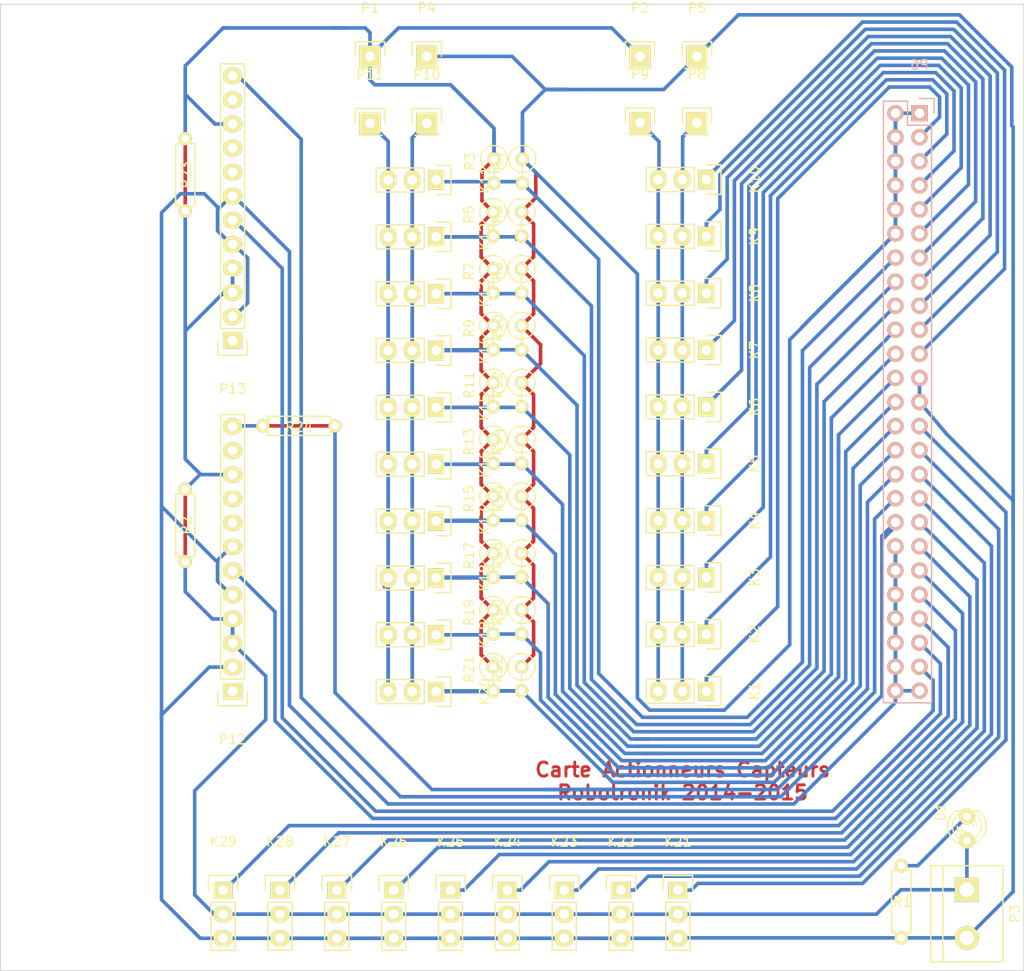
<source format=kicad_pcb>
(kicad_pcb (version 4) (host pcbnew 4.0.1-stable)

  (general
    (links 173)
    (no_connects 0)
    (area 88.449999 39.449999 196.550001 141.550001)
    (thickness 1.6)
    (drawings 13)
    (tracks 652)
    (zones 0)
    (modules 66)
    (nets 50)
  )

  (page A4)
  (layers
    (0 F.Cu signal)
    (31 B.Cu signal)
    (32 B.Adhes user)
    (33 F.Adhes user)
    (34 B.Paste user)
    (35 F.Paste user)
    (36 B.SilkS user)
    (37 F.SilkS user)
    (38 B.Mask user)
    (39 F.Mask user)
    (40 Dwgs.User user)
    (41 Cmts.User user)
    (42 Eco1.User user)
    (43 Eco2.User user)
    (44 Edge.Cuts user)
    (45 Margin user)
    (46 B.CrtYd user)
    (47 F.CrtYd user)
    (48 B.Fab user)
    (49 F.Fab user)
  )

  (setup
    (last_trace_width 0.381)
    (trace_clearance 0.381)
    (zone_clearance 0.508)
    (zone_45_only no)
    (trace_min 0.2)
    (segment_width 0.2)
    (edge_width 0.1)
    (via_size 0.6)
    (via_drill 0.4)
    (via_min_size 0.4)
    (via_min_drill 0.3)
    (uvia_size 0.3)
    (uvia_drill 0.1)
    (uvias_allowed no)
    (uvia_min_size 0)
    (uvia_min_drill 0)
    (pcb_text_width 0.3)
    (pcb_text_size 1.5 1.5)
    (mod_edge_width 0.15)
    (mod_text_size 1 1)
    (mod_text_width 0.15)
    (pad_size 1.5 1.5)
    (pad_drill 0.6)
    (pad_to_mask_clearance 0)
    (aux_axis_origin 0 0)
    (visible_elements FFFFFF7F)
    (pcbplotparams
      (layerselection 0x00030_80000001)
      (usegerberextensions false)
      (excludeedgelayer true)
      (linewidth 0.100000)
      (plotframeref false)
      (viasonmask false)
      (mode 1)
      (useauxorigin false)
      (hpglpennumber 1)
      (hpglpenspeed 20)
      (hpglpendiameter 15)
      (hpglpenoverlay 2)
      (psnegative false)
      (psa4output false)
      (plotreference true)
      (plotvalue true)
      (plotinvisibletext false)
      (padsonsilk false)
      (subtractmaskfromsilk false)
      (outputformat 1)
      (mirror false)
      (drillshape 1)
      (scaleselection 1)
      (outputdirectory ""))
  )

  (net 0 "")
  (net 1 "Net-(D1-Pad2)")
  (net 2 ADC1)
  (net 3 PWR_ADC_1)
  (net 4 PWR_ADC_2)
  (net 5 ADC2)
  (net 6 ADC3)
  (net 7 ADC4)
  (net 8 ADC5)
  (net 9 ADC6)
  (net 10 ADC7)
  (net 11 ADC8)
  (net 12 ADC9)
  (net 13 ADC10)
  (net 14 IO1)
  (net 15 PWR_IO_1)
  (net 16 PWR_IO_2)
  (net 17 IO2)
  (net 18 IO3)
  (net 19 IO4)
  (net 20 IO5)
  (net 21 IO6)
  (net 22 IO7)
  (net 23 IO8)
  (net 24 IO9)
  (net 25 IO10)
  (net 26 PWM1)
  (net 27 PWM2)
  (net 28 PWM3)
  (net 29 PWM4)
  (net 30 PWM5)
  (net 31 PWM6)
  (net 32 PWM7)
  (net 33 PWM8)
  (net 34 PWM9)
  (net 35 IO11)
  (net 36 IO12)
  (net 37 PWM10)
  (net 38 PWM11)
  (net 39 "Net-(P12-Pad1)")
  (net 40 "Net-(P12-Pad8)")
  (net 41 "Net-(P12-Pad9)")
  (net 42 "Net-(P12-Pad11)")
  (net 43 "Net-(P13-Pad1)")
  (net 44 "Net-(P13-Pad8)")
  (net 45 "Net-(P13-Pad9)")
  (net 46 "Net-(P13-Pad11)")
  (net 47 PWR_ADC_3)
  (net 48 PWR_IO_4)
  (net 49 PWR_ADC_4)

  (net_class Default "This is the default net class."
    (clearance 0.381)
    (trace_width 0.381)
    (via_dia 0.6)
    (via_drill 0.4)
    (uvia_dia 0.3)
    (uvia_drill 0.1)
    (add_net ADC1)
    (add_net ADC10)
    (add_net ADC2)
    (add_net ADC3)
    (add_net ADC4)
    (add_net ADC5)
    (add_net ADC6)
    (add_net ADC7)
    (add_net ADC8)
    (add_net ADC9)
    (add_net IO1)
    (add_net IO10)
    (add_net IO11)
    (add_net IO12)
    (add_net IO2)
    (add_net IO3)
    (add_net IO4)
    (add_net IO5)
    (add_net IO6)
    (add_net IO7)
    (add_net IO8)
    (add_net IO9)
    (add_net "Net-(D1-Pad2)")
    (add_net "Net-(P12-Pad1)")
    (add_net "Net-(P12-Pad11)")
    (add_net "Net-(P12-Pad8)")
    (add_net "Net-(P12-Pad9)")
    (add_net "Net-(P13-Pad1)")
    (add_net "Net-(P13-Pad11)")
    (add_net "Net-(P13-Pad8)")
    (add_net "Net-(P13-Pad9)")
    (add_net PWM1)
    (add_net PWM10)
    (add_net PWM11)
    (add_net PWM2)
    (add_net PWM3)
    (add_net PWM4)
    (add_net PWM5)
    (add_net PWM6)
    (add_net PWM7)
    (add_net PWM8)
    (add_net PWM9)
    (add_net PWR_ADC_1)
    (add_net PWR_ADC_2)
    (add_net PWR_ADC_3)
    (add_net PWR_ADC_4)
    (add_net PWR_IO_1)
    (add_net PWR_IO_2)
  )

  (module LEDs:LED-3MM (layer F.Cu) (tedit 0) (tstamp 551C3DA7)
    (at 190.5 126.5 90)
    (descr "LED 3mm - Lead pitch 100mil (2,54mm)")
    (tags "LED led 3mm 3MM 100mil 2,54mm")
    (path /55180A15)
    (fp_text reference D1 (at 1.778 -2.794 90) (layer F.SilkS)
      (effects (font (size 1 1) (thickness 0.15)))
    )
    (fp_text value LED (at 0 2.54 90) (layer F.Fab)
      (effects (font (size 1 1) (thickness 0.15)))
    )
    (fp_line (start 1.8288 1.27) (end 1.8288 -1.27) (layer F.SilkS) (width 0.15))
    (fp_arc (start 0.254 0) (end -1.27 0) (angle 39.8) (layer F.SilkS) (width 0.15))
    (fp_arc (start 0.254 0) (end -0.88392 1.01092) (angle 41.6) (layer F.SilkS) (width 0.15))
    (fp_arc (start 0.254 0) (end 1.4097 -0.9906) (angle 40.6) (layer F.SilkS) (width 0.15))
    (fp_arc (start 0.254 0) (end 1.778 0) (angle 39.8) (layer F.SilkS) (width 0.15))
    (fp_arc (start 0.254 0) (end 0.254 -1.524) (angle 54.4) (layer F.SilkS) (width 0.15))
    (fp_arc (start 0.254 0) (end -0.9652 -0.9144) (angle 53.1) (layer F.SilkS) (width 0.15))
    (fp_arc (start 0.254 0) (end 1.45542 0.93472) (angle 52.1) (layer F.SilkS) (width 0.15))
    (fp_arc (start 0.254 0) (end 0.254 1.524) (angle 52.1) (layer F.SilkS) (width 0.15))
    (fp_arc (start 0.254 0) (end -0.381 0) (angle 90) (layer F.SilkS) (width 0.15))
    (fp_arc (start 0.254 0) (end -0.762 0) (angle 90) (layer F.SilkS) (width 0.15))
    (fp_arc (start 0.254 0) (end 0.889 0) (angle 90) (layer F.SilkS) (width 0.15))
    (fp_arc (start 0.254 0) (end 1.27 0) (angle 90) (layer F.SilkS) (width 0.15))
    (fp_arc (start 0.254 0) (end 0.254 -2.032) (angle 50.1) (layer F.SilkS) (width 0.15))
    (fp_arc (start 0.254 0) (end -1.5367 -0.95504) (angle 61.9) (layer F.SilkS) (width 0.15))
    (fp_arc (start 0.254 0) (end 1.8034 1.31064) (angle 49.7) (layer F.SilkS) (width 0.15))
    (fp_arc (start 0.254 0) (end 0.254 2.032) (angle 60.2) (layer F.SilkS) (width 0.15))
    (fp_arc (start 0.254 0) (end -1.778 0) (angle 28.3) (layer F.SilkS) (width 0.15))
    (fp_arc (start 0.254 0) (end -1.47574 1.06426) (angle 31.6) (layer F.SilkS) (width 0.15))
    (pad 1 thru_hole circle (at -1.27 0 90) (size 1.6764 1.6764) (drill 0.8128) (layers *.Cu *.Mask F.SilkS)
      (net 47 PWR_ADC_3))
    (pad 2 thru_hole circle (at 1.27 0 90) (size 1.6764 1.6764) (drill 0.8128) (layers *.Cu *.Mask F.SilkS)
      (net 1 "Net-(D1-Pad2)"))
    (model LEDs.3dshapes/LED-3MM.wrl
      (at (xyz 0 0 0))
      (scale (xyz 1 1 1))
      (rotate (xyz 0 0 0))
    )
  )

  (module Pin_Headers:Pin_Header_Straight_1x03 (layer F.Cu) (tedit 0) (tstamp 5519B1B5)
    (at 163 112 270)
    (descr "Through hole pin header")
    (tags "pin header")
    (path /55181F68)
    (fp_text reference K1 (at 0 -5.1 270) (layer F.SilkS)
      (effects (font (size 1 1) (thickness 0.15)))
    )
    (fp_text value CONN_01x03 (at 0 -3.1 270) (layer F.Fab)
      (effects (font (size 1 1) (thickness 0.15)))
    )
    (fp_line (start -1.75 -1.75) (end -1.75 6.85) (layer F.CrtYd) (width 0.05))
    (fp_line (start 1.75 -1.75) (end 1.75 6.85) (layer F.CrtYd) (width 0.05))
    (fp_line (start -1.75 -1.75) (end 1.75 -1.75) (layer F.CrtYd) (width 0.05))
    (fp_line (start -1.75 6.85) (end 1.75 6.85) (layer F.CrtYd) (width 0.05))
    (fp_line (start -1.27 1.27) (end -1.27 6.35) (layer F.SilkS) (width 0.15))
    (fp_line (start -1.27 6.35) (end 1.27 6.35) (layer F.SilkS) (width 0.15))
    (fp_line (start 1.27 6.35) (end 1.27 1.27) (layer F.SilkS) (width 0.15))
    (fp_line (start 1.55 -1.55) (end 1.55 0) (layer F.SilkS) (width 0.15))
    (fp_line (start 1.27 1.27) (end -1.27 1.27) (layer F.SilkS) (width 0.15))
    (fp_line (start -1.55 0) (end -1.55 -1.55) (layer F.SilkS) (width 0.15))
    (fp_line (start -1.55 -1.55) (end 1.55 -1.55) (layer F.SilkS) (width 0.15))
    (pad 1 thru_hole rect (at 0 0 270) (size 2.032 1.7272) (drill 1.016) (layers *.Cu *.Mask F.SilkS)
      (net 2 ADC1))
    (pad 2 thru_hole oval (at 0 2.54 270) (size 2.032 1.7272) (drill 1.016) (layers *.Cu *.Mask F.SilkS)
      (net 3 PWR_ADC_1))
    (pad 3 thru_hole oval (at 0 5.08 270) (size 2.032 1.7272) (drill 1.016) (layers *.Cu *.Mask F.SilkS)
      (net 4 PWR_ADC_2))
    (model Pin_Headers.3dshapes/Pin_Header_Straight_1x03.wrl
      (at (xyz 0 -0.1 0))
      (scale (xyz 1 1 1))
      (rotate (xyz 0 0 90))
    )
  )

  (module Pin_Headers:Pin_Header_Straight_1x03 (layer F.Cu) (tedit 0) (tstamp 5519B1A2)
    (at 163 106 270)
    (descr "Through hole pin header")
    (tags "pin header")
    (path /55181F6E)
    (fp_text reference K2 (at 0 -5.1 270) (layer F.SilkS)
      (effects (font (size 1 1) (thickness 0.15)))
    )
    (fp_text value CONN_01x03 (at 0 -3.1 270) (layer F.Fab)
      (effects (font (size 1 1) (thickness 0.15)))
    )
    (fp_line (start -1.75 -1.75) (end -1.75 6.85) (layer F.CrtYd) (width 0.05))
    (fp_line (start 1.75 -1.75) (end 1.75 6.85) (layer F.CrtYd) (width 0.05))
    (fp_line (start -1.75 -1.75) (end 1.75 -1.75) (layer F.CrtYd) (width 0.05))
    (fp_line (start -1.75 6.85) (end 1.75 6.85) (layer F.CrtYd) (width 0.05))
    (fp_line (start -1.27 1.27) (end -1.27 6.35) (layer F.SilkS) (width 0.15))
    (fp_line (start -1.27 6.35) (end 1.27 6.35) (layer F.SilkS) (width 0.15))
    (fp_line (start 1.27 6.35) (end 1.27 1.27) (layer F.SilkS) (width 0.15))
    (fp_line (start 1.55 -1.55) (end 1.55 0) (layer F.SilkS) (width 0.15))
    (fp_line (start 1.27 1.27) (end -1.27 1.27) (layer F.SilkS) (width 0.15))
    (fp_line (start -1.55 0) (end -1.55 -1.55) (layer F.SilkS) (width 0.15))
    (fp_line (start -1.55 -1.55) (end 1.55 -1.55) (layer F.SilkS) (width 0.15))
    (pad 1 thru_hole rect (at 0 0 270) (size 2.032 1.7272) (drill 1.016) (layers *.Cu *.Mask F.SilkS)
      (net 5 ADC2))
    (pad 2 thru_hole oval (at 0 2.54 270) (size 2.032 1.7272) (drill 1.016) (layers *.Cu *.Mask F.SilkS)
      (net 3 PWR_ADC_1))
    (pad 3 thru_hole oval (at 0 5.08 270) (size 2.032 1.7272) (drill 1.016) (layers *.Cu *.Mask F.SilkS)
      (net 4 PWR_ADC_2))
    (model Pin_Headers.3dshapes/Pin_Header_Straight_1x03.wrl
      (at (xyz 0 -0.1 0))
      (scale (xyz 1 1 1))
      (rotate (xyz 0 0 90))
    )
  )

  (module Pin_Headers:Pin_Header_Straight_1x03 (layer F.Cu) (tedit 0) (tstamp 5519B18F)
    (at 163 100 270)
    (descr "Through hole pin header")
    (tags "pin header")
    (path /55181F74)
    (fp_text reference K3 (at 0 -5.1 270) (layer F.SilkS)
      (effects (font (size 1 1) (thickness 0.15)))
    )
    (fp_text value CONN_01x03 (at 0 -3.1 270) (layer F.Fab)
      (effects (font (size 1 1) (thickness 0.15)))
    )
    (fp_line (start -1.75 -1.75) (end -1.75 6.85) (layer F.CrtYd) (width 0.05))
    (fp_line (start 1.75 -1.75) (end 1.75 6.85) (layer F.CrtYd) (width 0.05))
    (fp_line (start -1.75 -1.75) (end 1.75 -1.75) (layer F.CrtYd) (width 0.05))
    (fp_line (start -1.75 6.85) (end 1.75 6.85) (layer F.CrtYd) (width 0.05))
    (fp_line (start -1.27 1.27) (end -1.27 6.35) (layer F.SilkS) (width 0.15))
    (fp_line (start -1.27 6.35) (end 1.27 6.35) (layer F.SilkS) (width 0.15))
    (fp_line (start 1.27 6.35) (end 1.27 1.27) (layer F.SilkS) (width 0.15))
    (fp_line (start 1.55 -1.55) (end 1.55 0) (layer F.SilkS) (width 0.15))
    (fp_line (start 1.27 1.27) (end -1.27 1.27) (layer F.SilkS) (width 0.15))
    (fp_line (start -1.55 0) (end -1.55 -1.55) (layer F.SilkS) (width 0.15))
    (fp_line (start -1.55 -1.55) (end 1.55 -1.55) (layer F.SilkS) (width 0.15))
    (pad 1 thru_hole rect (at 0 0 270) (size 2.032 1.7272) (drill 1.016) (layers *.Cu *.Mask F.SilkS)
      (net 6 ADC3))
    (pad 2 thru_hole oval (at 0 2.54 270) (size 2.032 1.7272) (drill 1.016) (layers *.Cu *.Mask F.SilkS)
      (net 3 PWR_ADC_1))
    (pad 3 thru_hole oval (at 0 5.08 270) (size 2.032 1.7272) (drill 1.016) (layers *.Cu *.Mask F.SilkS)
      (net 4 PWR_ADC_2))
    (model Pin_Headers.3dshapes/Pin_Header_Straight_1x03.wrl
      (at (xyz 0 -0.1 0))
      (scale (xyz 1 1 1))
      (rotate (xyz 0 0 90))
    )
  )

  (module Pin_Headers:Pin_Header_Straight_1x03 (layer F.Cu) (tedit 0) (tstamp 5519B17C)
    (at 163 94 270)
    (descr "Through hole pin header")
    (tags "pin header")
    (path /55181F7A)
    (fp_text reference K4 (at 0 -5.1 270) (layer F.SilkS)
      (effects (font (size 1 1) (thickness 0.15)))
    )
    (fp_text value CONN_01x03 (at 0 -3.1 270) (layer F.Fab)
      (effects (font (size 1 1) (thickness 0.15)))
    )
    (fp_line (start -1.75 -1.75) (end -1.75 6.85) (layer F.CrtYd) (width 0.05))
    (fp_line (start 1.75 -1.75) (end 1.75 6.85) (layer F.CrtYd) (width 0.05))
    (fp_line (start -1.75 -1.75) (end 1.75 -1.75) (layer F.CrtYd) (width 0.05))
    (fp_line (start -1.75 6.85) (end 1.75 6.85) (layer F.CrtYd) (width 0.05))
    (fp_line (start -1.27 1.27) (end -1.27 6.35) (layer F.SilkS) (width 0.15))
    (fp_line (start -1.27 6.35) (end 1.27 6.35) (layer F.SilkS) (width 0.15))
    (fp_line (start 1.27 6.35) (end 1.27 1.27) (layer F.SilkS) (width 0.15))
    (fp_line (start 1.55 -1.55) (end 1.55 0) (layer F.SilkS) (width 0.15))
    (fp_line (start 1.27 1.27) (end -1.27 1.27) (layer F.SilkS) (width 0.15))
    (fp_line (start -1.55 0) (end -1.55 -1.55) (layer F.SilkS) (width 0.15))
    (fp_line (start -1.55 -1.55) (end 1.55 -1.55) (layer F.SilkS) (width 0.15))
    (pad 1 thru_hole rect (at 0 0 270) (size 2.032 1.7272) (drill 1.016) (layers *.Cu *.Mask F.SilkS)
      (net 7 ADC4))
    (pad 2 thru_hole oval (at 0 2.54 270) (size 2.032 1.7272) (drill 1.016) (layers *.Cu *.Mask F.SilkS)
      (net 3 PWR_ADC_1))
    (pad 3 thru_hole oval (at 0 5.08 270) (size 2.032 1.7272) (drill 1.016) (layers *.Cu *.Mask F.SilkS)
      (net 4 PWR_ADC_2))
    (model Pin_Headers.3dshapes/Pin_Header_Straight_1x03.wrl
      (at (xyz 0 -0.1 0))
      (scale (xyz 1 1 1))
      (rotate (xyz 0 0 90))
    )
  )

  (module Pin_Headers:Pin_Header_Straight_1x03 (layer F.Cu) (tedit 0) (tstamp 5519B169)
    (at 163 88 270)
    (descr "Through hole pin header")
    (tags "pin header")
    (path /55181F80)
    (fp_text reference K5 (at 0 -5.1 270) (layer F.SilkS)
      (effects (font (size 1 1) (thickness 0.15)))
    )
    (fp_text value CONN_01x03 (at 0 -3.1 270) (layer F.Fab)
      (effects (font (size 1 1) (thickness 0.15)))
    )
    (fp_line (start -1.75 -1.75) (end -1.75 6.85) (layer F.CrtYd) (width 0.05))
    (fp_line (start 1.75 -1.75) (end 1.75 6.85) (layer F.CrtYd) (width 0.05))
    (fp_line (start -1.75 -1.75) (end 1.75 -1.75) (layer F.CrtYd) (width 0.05))
    (fp_line (start -1.75 6.85) (end 1.75 6.85) (layer F.CrtYd) (width 0.05))
    (fp_line (start -1.27 1.27) (end -1.27 6.35) (layer F.SilkS) (width 0.15))
    (fp_line (start -1.27 6.35) (end 1.27 6.35) (layer F.SilkS) (width 0.15))
    (fp_line (start 1.27 6.35) (end 1.27 1.27) (layer F.SilkS) (width 0.15))
    (fp_line (start 1.55 -1.55) (end 1.55 0) (layer F.SilkS) (width 0.15))
    (fp_line (start 1.27 1.27) (end -1.27 1.27) (layer F.SilkS) (width 0.15))
    (fp_line (start -1.55 0) (end -1.55 -1.55) (layer F.SilkS) (width 0.15))
    (fp_line (start -1.55 -1.55) (end 1.55 -1.55) (layer F.SilkS) (width 0.15))
    (pad 1 thru_hole rect (at 0 0 270) (size 2.032 1.7272) (drill 1.016) (layers *.Cu *.Mask F.SilkS)
      (net 8 ADC5))
    (pad 2 thru_hole oval (at 0 2.54 270) (size 2.032 1.7272) (drill 1.016) (layers *.Cu *.Mask F.SilkS)
      (net 3 PWR_ADC_1))
    (pad 3 thru_hole oval (at 0 5.08 270) (size 2.032 1.7272) (drill 1.016) (layers *.Cu *.Mask F.SilkS)
      (net 4 PWR_ADC_2))
    (model Pin_Headers.3dshapes/Pin_Header_Straight_1x03.wrl
      (at (xyz 0 -0.1 0))
      (scale (xyz 1 1 1))
      (rotate (xyz 0 0 90))
    )
  )

  (module Pin_Headers:Pin_Header_Straight_1x03 (layer F.Cu) (tedit 0) (tstamp 5519B156)
    (at 163 82 270)
    (descr "Through hole pin header")
    (tags "pin header")
    (path /55181F86)
    (fp_text reference K6 (at 0 -5.1 270) (layer F.SilkS)
      (effects (font (size 1 1) (thickness 0.15)))
    )
    (fp_text value CONN_01x03 (at 0 -3.1 270) (layer F.Fab)
      (effects (font (size 1 1) (thickness 0.15)))
    )
    (fp_line (start -1.75 -1.75) (end -1.75 6.85) (layer F.CrtYd) (width 0.05))
    (fp_line (start 1.75 -1.75) (end 1.75 6.85) (layer F.CrtYd) (width 0.05))
    (fp_line (start -1.75 -1.75) (end 1.75 -1.75) (layer F.CrtYd) (width 0.05))
    (fp_line (start -1.75 6.85) (end 1.75 6.85) (layer F.CrtYd) (width 0.05))
    (fp_line (start -1.27 1.27) (end -1.27 6.35) (layer F.SilkS) (width 0.15))
    (fp_line (start -1.27 6.35) (end 1.27 6.35) (layer F.SilkS) (width 0.15))
    (fp_line (start 1.27 6.35) (end 1.27 1.27) (layer F.SilkS) (width 0.15))
    (fp_line (start 1.55 -1.55) (end 1.55 0) (layer F.SilkS) (width 0.15))
    (fp_line (start 1.27 1.27) (end -1.27 1.27) (layer F.SilkS) (width 0.15))
    (fp_line (start -1.55 0) (end -1.55 -1.55) (layer F.SilkS) (width 0.15))
    (fp_line (start -1.55 -1.55) (end 1.55 -1.55) (layer F.SilkS) (width 0.15))
    (pad 1 thru_hole rect (at 0 0 270) (size 2.032 1.7272) (drill 1.016) (layers *.Cu *.Mask F.SilkS)
      (net 9 ADC6))
    (pad 2 thru_hole oval (at 0 2.54 270) (size 2.032 1.7272) (drill 1.016) (layers *.Cu *.Mask F.SilkS)
      (net 3 PWR_ADC_1))
    (pad 3 thru_hole oval (at 0 5.08 270) (size 2.032 1.7272) (drill 1.016) (layers *.Cu *.Mask F.SilkS)
      (net 4 PWR_ADC_2))
    (model Pin_Headers.3dshapes/Pin_Header_Straight_1x03.wrl
      (at (xyz 0 -0.1 0))
      (scale (xyz 1 1 1))
      (rotate (xyz 0 0 90))
    )
  )

  (module Pin_Headers:Pin_Header_Straight_1x03 (layer F.Cu) (tedit 0) (tstamp 5519B143)
    (at 163 76 270)
    (descr "Through hole pin header")
    (tags "pin header")
    (path /55181F8C)
    (fp_text reference K7 (at 0 -5.1 270) (layer F.SilkS)
      (effects (font (size 1 1) (thickness 0.15)))
    )
    (fp_text value CONN_01x03 (at 0 -3.1 270) (layer F.Fab)
      (effects (font (size 1 1) (thickness 0.15)))
    )
    (fp_line (start -1.75 -1.75) (end -1.75 6.85) (layer F.CrtYd) (width 0.05))
    (fp_line (start 1.75 -1.75) (end 1.75 6.85) (layer F.CrtYd) (width 0.05))
    (fp_line (start -1.75 -1.75) (end 1.75 -1.75) (layer F.CrtYd) (width 0.05))
    (fp_line (start -1.75 6.85) (end 1.75 6.85) (layer F.CrtYd) (width 0.05))
    (fp_line (start -1.27 1.27) (end -1.27 6.35) (layer F.SilkS) (width 0.15))
    (fp_line (start -1.27 6.35) (end 1.27 6.35) (layer F.SilkS) (width 0.15))
    (fp_line (start 1.27 6.35) (end 1.27 1.27) (layer F.SilkS) (width 0.15))
    (fp_line (start 1.55 -1.55) (end 1.55 0) (layer F.SilkS) (width 0.15))
    (fp_line (start 1.27 1.27) (end -1.27 1.27) (layer F.SilkS) (width 0.15))
    (fp_line (start -1.55 0) (end -1.55 -1.55) (layer F.SilkS) (width 0.15))
    (fp_line (start -1.55 -1.55) (end 1.55 -1.55) (layer F.SilkS) (width 0.15))
    (pad 1 thru_hole rect (at 0 0 270) (size 2.032 1.7272) (drill 1.016) (layers *.Cu *.Mask F.SilkS)
      (net 10 ADC7))
    (pad 2 thru_hole oval (at 0 2.54 270) (size 2.032 1.7272) (drill 1.016) (layers *.Cu *.Mask F.SilkS)
      (net 3 PWR_ADC_1))
    (pad 3 thru_hole oval (at 0 5.08 270) (size 2.032 1.7272) (drill 1.016) (layers *.Cu *.Mask F.SilkS)
      (net 4 PWR_ADC_2))
    (model Pin_Headers.3dshapes/Pin_Header_Straight_1x03.wrl
      (at (xyz 0 -0.1 0))
      (scale (xyz 1 1 1))
      (rotate (xyz 0 0 90))
    )
  )

  (module Pin_Headers:Pin_Header_Straight_1x03 (layer F.Cu) (tedit 0) (tstamp 5519B130)
    (at 163 70 270)
    (descr "Through hole pin header")
    (tags "pin header")
    (path /55181F92)
    (fp_text reference K8 (at 0 -5.1 270) (layer F.SilkS)
      (effects (font (size 1 1) (thickness 0.15)))
    )
    (fp_text value CONN_01x03 (at 0 -3.1 270) (layer F.Fab)
      (effects (font (size 1 1) (thickness 0.15)))
    )
    (fp_line (start -1.75 -1.75) (end -1.75 6.85) (layer F.CrtYd) (width 0.05))
    (fp_line (start 1.75 -1.75) (end 1.75 6.85) (layer F.CrtYd) (width 0.05))
    (fp_line (start -1.75 -1.75) (end 1.75 -1.75) (layer F.CrtYd) (width 0.05))
    (fp_line (start -1.75 6.85) (end 1.75 6.85) (layer F.CrtYd) (width 0.05))
    (fp_line (start -1.27 1.27) (end -1.27 6.35) (layer F.SilkS) (width 0.15))
    (fp_line (start -1.27 6.35) (end 1.27 6.35) (layer F.SilkS) (width 0.15))
    (fp_line (start 1.27 6.35) (end 1.27 1.27) (layer F.SilkS) (width 0.15))
    (fp_line (start 1.55 -1.55) (end 1.55 0) (layer F.SilkS) (width 0.15))
    (fp_line (start 1.27 1.27) (end -1.27 1.27) (layer F.SilkS) (width 0.15))
    (fp_line (start -1.55 0) (end -1.55 -1.55) (layer F.SilkS) (width 0.15))
    (fp_line (start -1.55 -1.55) (end 1.55 -1.55) (layer F.SilkS) (width 0.15))
    (pad 1 thru_hole rect (at 0 0 270) (size 2.032 1.7272) (drill 1.016) (layers *.Cu *.Mask F.SilkS)
      (net 11 ADC8))
    (pad 2 thru_hole oval (at 0 2.54 270) (size 2.032 1.7272) (drill 1.016) (layers *.Cu *.Mask F.SilkS)
      (net 3 PWR_ADC_1))
    (pad 3 thru_hole oval (at 0 5.08 270) (size 2.032 1.7272) (drill 1.016) (layers *.Cu *.Mask F.SilkS)
      (net 4 PWR_ADC_2))
    (model Pin_Headers.3dshapes/Pin_Header_Straight_1x03.wrl
      (at (xyz 0 -0.1 0))
      (scale (xyz 1 1 1))
      (rotate (xyz 0 0 90))
    )
  )

  (module Pin_Headers:Pin_Header_Straight_1x03 (layer F.Cu) (tedit 0) (tstamp 5519B11D)
    (at 163 64 270)
    (descr "Through hole pin header")
    (tags "pin header")
    (path /55181F98)
    (fp_text reference K9 (at 0 -5.1 270) (layer F.SilkS)
      (effects (font (size 1 1) (thickness 0.15)))
    )
    (fp_text value CONN_01x03 (at 0 -3.1 270) (layer F.Fab)
      (effects (font (size 1 1) (thickness 0.15)))
    )
    (fp_line (start -1.75 -1.75) (end -1.75 6.85) (layer F.CrtYd) (width 0.05))
    (fp_line (start 1.75 -1.75) (end 1.75 6.85) (layer F.CrtYd) (width 0.05))
    (fp_line (start -1.75 -1.75) (end 1.75 -1.75) (layer F.CrtYd) (width 0.05))
    (fp_line (start -1.75 6.85) (end 1.75 6.85) (layer F.CrtYd) (width 0.05))
    (fp_line (start -1.27 1.27) (end -1.27 6.35) (layer F.SilkS) (width 0.15))
    (fp_line (start -1.27 6.35) (end 1.27 6.35) (layer F.SilkS) (width 0.15))
    (fp_line (start 1.27 6.35) (end 1.27 1.27) (layer F.SilkS) (width 0.15))
    (fp_line (start 1.55 -1.55) (end 1.55 0) (layer F.SilkS) (width 0.15))
    (fp_line (start 1.27 1.27) (end -1.27 1.27) (layer F.SilkS) (width 0.15))
    (fp_line (start -1.55 0) (end -1.55 -1.55) (layer F.SilkS) (width 0.15))
    (fp_line (start -1.55 -1.55) (end 1.55 -1.55) (layer F.SilkS) (width 0.15))
    (pad 1 thru_hole rect (at 0 0 270) (size 2.032 1.7272) (drill 1.016) (layers *.Cu *.Mask F.SilkS)
      (net 12 ADC9))
    (pad 2 thru_hole oval (at 0 2.54 270) (size 2.032 1.7272) (drill 1.016) (layers *.Cu *.Mask F.SilkS)
      (net 3 PWR_ADC_1))
    (pad 3 thru_hole oval (at 0 5.08 270) (size 2.032 1.7272) (drill 1.016) (layers *.Cu *.Mask F.SilkS)
      (net 4 PWR_ADC_2))
    (model Pin_Headers.3dshapes/Pin_Header_Straight_1x03.wrl
      (at (xyz 0 -0.1 0))
      (scale (xyz 1 1 1))
      (rotate (xyz 0 0 90))
    )
  )

  (module Pin_Headers:Pin_Header_Straight_1x03 (layer F.Cu) (tedit 0) (tstamp 5519B10A)
    (at 163 58 270)
    (descr "Through hole pin header")
    (tags "pin header")
    (path /55182CC2)
    (fp_text reference K10 (at 0 -5.1 270) (layer F.SilkS)
      (effects (font (size 1 1) (thickness 0.15)))
    )
    (fp_text value CONN_01x03 (at 0 -3.1 270) (layer F.Fab)
      (effects (font (size 1 1) (thickness 0.15)))
    )
    (fp_line (start -1.75 -1.75) (end -1.75 6.85) (layer F.CrtYd) (width 0.05))
    (fp_line (start 1.75 -1.75) (end 1.75 6.85) (layer F.CrtYd) (width 0.05))
    (fp_line (start -1.75 -1.75) (end 1.75 -1.75) (layer F.CrtYd) (width 0.05))
    (fp_line (start -1.75 6.85) (end 1.75 6.85) (layer F.CrtYd) (width 0.05))
    (fp_line (start -1.27 1.27) (end -1.27 6.35) (layer F.SilkS) (width 0.15))
    (fp_line (start -1.27 6.35) (end 1.27 6.35) (layer F.SilkS) (width 0.15))
    (fp_line (start 1.27 6.35) (end 1.27 1.27) (layer F.SilkS) (width 0.15))
    (fp_line (start 1.55 -1.55) (end 1.55 0) (layer F.SilkS) (width 0.15))
    (fp_line (start 1.27 1.27) (end -1.27 1.27) (layer F.SilkS) (width 0.15))
    (fp_line (start -1.55 0) (end -1.55 -1.55) (layer F.SilkS) (width 0.15))
    (fp_line (start -1.55 -1.55) (end 1.55 -1.55) (layer F.SilkS) (width 0.15))
    (pad 1 thru_hole rect (at 0 0 270) (size 2.032 1.7272) (drill 1.016) (layers *.Cu *.Mask F.SilkS)
      (net 13 ADC10))
    (pad 2 thru_hole oval (at 0 2.54 270) (size 2.032 1.7272) (drill 1.016) (layers *.Cu *.Mask F.SilkS)
      (net 3 PWR_ADC_1))
    (pad 3 thru_hole oval (at 0 5.08 270) (size 2.032 1.7272) (drill 1.016) (layers *.Cu *.Mask F.SilkS)
      (net 4 PWR_ADC_2))
    (model Pin_Headers.3dshapes/Pin_Header_Straight_1x03.wrl
      (at (xyz 0 -0.1 0))
      (scale (xyz 1 1 1))
      (rotate (xyz 0 0 90))
    )
  )

  (module Pin_Headers:Pin_Header_Straight_1x03 (layer F.Cu) (tedit 0) (tstamp 5519C48E)
    (at 134.5 58.05 270)
    (descr "Through hole pin header")
    (tags "pin header")
    (path /55183BDC)
    (fp_text reference K11 (at 0 -5.1 270) (layer F.SilkS)
      (effects (font (size 1 1) (thickness 0.15)))
    )
    (fp_text value CONN_01x03 (at 0 -3.1 270) (layer F.Fab)
      (effects (font (size 1 1) (thickness 0.15)))
    )
    (fp_line (start -1.75 -1.75) (end -1.75 6.85) (layer F.CrtYd) (width 0.05))
    (fp_line (start 1.75 -1.75) (end 1.75 6.85) (layer F.CrtYd) (width 0.05))
    (fp_line (start -1.75 -1.75) (end 1.75 -1.75) (layer F.CrtYd) (width 0.05))
    (fp_line (start -1.75 6.85) (end 1.75 6.85) (layer F.CrtYd) (width 0.05))
    (fp_line (start -1.27 1.27) (end -1.27 6.35) (layer F.SilkS) (width 0.15))
    (fp_line (start -1.27 6.35) (end 1.27 6.35) (layer F.SilkS) (width 0.15))
    (fp_line (start 1.27 6.35) (end 1.27 1.27) (layer F.SilkS) (width 0.15))
    (fp_line (start 1.55 -1.55) (end 1.55 0) (layer F.SilkS) (width 0.15))
    (fp_line (start 1.27 1.27) (end -1.27 1.27) (layer F.SilkS) (width 0.15))
    (fp_line (start -1.55 0) (end -1.55 -1.55) (layer F.SilkS) (width 0.15))
    (fp_line (start -1.55 -1.55) (end 1.55 -1.55) (layer F.SilkS) (width 0.15))
    (pad 1 thru_hole rect (at 0 0 270) (size 2.032 1.7272) (drill 1.016) (layers *.Cu *.Mask F.SilkS)
      (net 14 IO1))
    (pad 2 thru_hole oval (at 0 2.54 270) (size 2.032 1.7272) (drill 1.016) (layers *.Cu *.Mask F.SilkS)
      (net 15 PWR_IO_1))
    (pad 3 thru_hole oval (at 0 5.08 270) (size 2.032 1.7272) (drill 1.016) (layers *.Cu *.Mask F.SilkS)
      (net 16 PWR_IO_2))
    (model Pin_Headers.3dshapes/Pin_Header_Straight_1x03.wrl
      (at (xyz 0 -0.1 0))
      (scale (xyz 1 1 1))
      (rotate (xyz 0 0 90))
    )
  )

  (module Pin_Headers:Pin_Header_Straight_1x03 (layer F.Cu) (tedit 0) (tstamp 5519C4DA)
    (at 134.5 64.05 270)
    (descr "Through hole pin header")
    (tags "pin header")
    (path /55183BE2)
    (fp_text reference K12 (at 0 -5.1 270) (layer F.SilkS)
      (effects (font (size 1 1) (thickness 0.15)))
    )
    (fp_text value CONN_01x03 (at 0 -3.1 270) (layer F.Fab)
      (effects (font (size 1 1) (thickness 0.15)))
    )
    (fp_line (start -1.75 -1.75) (end -1.75 6.85) (layer F.CrtYd) (width 0.05))
    (fp_line (start 1.75 -1.75) (end 1.75 6.85) (layer F.CrtYd) (width 0.05))
    (fp_line (start -1.75 -1.75) (end 1.75 -1.75) (layer F.CrtYd) (width 0.05))
    (fp_line (start -1.75 6.85) (end 1.75 6.85) (layer F.CrtYd) (width 0.05))
    (fp_line (start -1.27 1.27) (end -1.27 6.35) (layer F.SilkS) (width 0.15))
    (fp_line (start -1.27 6.35) (end 1.27 6.35) (layer F.SilkS) (width 0.15))
    (fp_line (start 1.27 6.35) (end 1.27 1.27) (layer F.SilkS) (width 0.15))
    (fp_line (start 1.55 -1.55) (end 1.55 0) (layer F.SilkS) (width 0.15))
    (fp_line (start 1.27 1.27) (end -1.27 1.27) (layer F.SilkS) (width 0.15))
    (fp_line (start -1.55 0) (end -1.55 -1.55) (layer F.SilkS) (width 0.15))
    (fp_line (start -1.55 -1.55) (end 1.55 -1.55) (layer F.SilkS) (width 0.15))
    (pad 1 thru_hole rect (at 0 0 270) (size 2.032 1.7272) (drill 1.016) (layers *.Cu *.Mask F.SilkS)
      (net 17 IO2))
    (pad 2 thru_hole oval (at 0 2.54 270) (size 2.032 1.7272) (drill 1.016) (layers *.Cu *.Mask F.SilkS)
      (net 15 PWR_IO_1))
    (pad 3 thru_hole oval (at 0 5.08 270) (size 2.032 1.7272) (drill 1.016) (layers *.Cu *.Mask F.SilkS)
      (net 16 PWR_IO_2))
    (model Pin_Headers.3dshapes/Pin_Header_Straight_1x03.wrl
      (at (xyz 0 -0.1 0))
      (scale (xyz 1 1 1))
      (rotate (xyz 0 0 90))
    )
  )

  (module Pin_Headers:Pin_Header_Straight_1x03 (layer F.Cu) (tedit 0) (tstamp 5519C4C7)
    (at 134.5 70.05 270)
    (descr "Through hole pin header")
    (tags "pin header")
    (path /55183BE8)
    (fp_text reference K13 (at 0 -5.1 270) (layer F.SilkS)
      (effects (font (size 1 1) (thickness 0.15)))
    )
    (fp_text value CONN_01x03 (at 0 -3.1 270) (layer F.Fab)
      (effects (font (size 1 1) (thickness 0.15)))
    )
    (fp_line (start -1.75 -1.75) (end -1.75 6.85) (layer F.CrtYd) (width 0.05))
    (fp_line (start 1.75 -1.75) (end 1.75 6.85) (layer F.CrtYd) (width 0.05))
    (fp_line (start -1.75 -1.75) (end 1.75 -1.75) (layer F.CrtYd) (width 0.05))
    (fp_line (start -1.75 6.85) (end 1.75 6.85) (layer F.CrtYd) (width 0.05))
    (fp_line (start -1.27 1.27) (end -1.27 6.35) (layer F.SilkS) (width 0.15))
    (fp_line (start -1.27 6.35) (end 1.27 6.35) (layer F.SilkS) (width 0.15))
    (fp_line (start 1.27 6.35) (end 1.27 1.27) (layer F.SilkS) (width 0.15))
    (fp_line (start 1.55 -1.55) (end 1.55 0) (layer F.SilkS) (width 0.15))
    (fp_line (start 1.27 1.27) (end -1.27 1.27) (layer F.SilkS) (width 0.15))
    (fp_line (start -1.55 0) (end -1.55 -1.55) (layer F.SilkS) (width 0.15))
    (fp_line (start -1.55 -1.55) (end 1.55 -1.55) (layer F.SilkS) (width 0.15))
    (pad 1 thru_hole rect (at 0 0 270) (size 2.032 1.7272) (drill 1.016) (layers *.Cu *.Mask F.SilkS)
      (net 18 IO3))
    (pad 2 thru_hole oval (at 0 2.54 270) (size 2.032 1.7272) (drill 1.016) (layers *.Cu *.Mask F.SilkS)
      (net 15 PWR_IO_1))
    (pad 3 thru_hole oval (at 0 5.08 270) (size 2.032 1.7272) (drill 1.016) (layers *.Cu *.Mask F.SilkS)
      (net 16 PWR_IO_2))
    (model Pin_Headers.3dshapes/Pin_Header_Straight_1x03.wrl
      (at (xyz 0 -0.1 0))
      (scale (xyz 1 1 1))
      (rotate (xyz 0 0 90))
    )
  )

  (module Pin_Headers:Pin_Header_Straight_1x03 (layer F.Cu) (tedit 0) (tstamp 5519C4B4)
    (at 134.5 76.05 270)
    (descr "Through hole pin header")
    (tags "pin header")
    (path /55183BEE)
    (fp_text reference K14 (at 0 -5.1 270) (layer F.SilkS)
      (effects (font (size 1 1) (thickness 0.15)))
    )
    (fp_text value CONN_01x03 (at 0 -3.1 270) (layer F.Fab)
      (effects (font (size 1 1) (thickness 0.15)))
    )
    (fp_line (start -1.75 -1.75) (end -1.75 6.85) (layer F.CrtYd) (width 0.05))
    (fp_line (start 1.75 -1.75) (end 1.75 6.85) (layer F.CrtYd) (width 0.05))
    (fp_line (start -1.75 -1.75) (end 1.75 -1.75) (layer F.CrtYd) (width 0.05))
    (fp_line (start -1.75 6.85) (end 1.75 6.85) (layer F.CrtYd) (width 0.05))
    (fp_line (start -1.27 1.27) (end -1.27 6.35) (layer F.SilkS) (width 0.15))
    (fp_line (start -1.27 6.35) (end 1.27 6.35) (layer F.SilkS) (width 0.15))
    (fp_line (start 1.27 6.35) (end 1.27 1.27) (layer F.SilkS) (width 0.15))
    (fp_line (start 1.55 -1.55) (end 1.55 0) (layer F.SilkS) (width 0.15))
    (fp_line (start 1.27 1.27) (end -1.27 1.27) (layer F.SilkS) (width 0.15))
    (fp_line (start -1.55 0) (end -1.55 -1.55) (layer F.SilkS) (width 0.15))
    (fp_line (start -1.55 -1.55) (end 1.55 -1.55) (layer F.SilkS) (width 0.15))
    (pad 1 thru_hole rect (at 0 0 270) (size 2.032 1.7272) (drill 1.016) (layers *.Cu *.Mask F.SilkS)
      (net 19 IO4))
    (pad 2 thru_hole oval (at 0 2.54 270) (size 2.032 1.7272) (drill 1.016) (layers *.Cu *.Mask F.SilkS)
      (net 15 PWR_IO_1))
    (pad 3 thru_hole oval (at 0 5.08 270) (size 2.032 1.7272) (drill 1.016) (layers *.Cu *.Mask F.SilkS)
      (net 16 PWR_IO_2))
    (model Pin_Headers.3dshapes/Pin_Header_Straight_1x03.wrl
      (at (xyz 0 -0.1 0))
      (scale (xyz 1 1 1))
      (rotate (xyz 0 0 90))
    )
  )

  (module Pin_Headers:Pin_Header_Straight_1x03 (layer F.Cu) (tedit 0) (tstamp 5519C4A1)
    (at 134.5 82.05 270)
    (descr "Through hole pin header")
    (tags "pin header")
    (path /55183BF4)
    (fp_text reference K15 (at 0 -5.1 270) (layer F.SilkS)
      (effects (font (size 1 1) (thickness 0.15)))
    )
    (fp_text value CONN_01x03 (at 0 -3.1 270) (layer F.Fab)
      (effects (font (size 1 1) (thickness 0.15)))
    )
    (fp_line (start -1.75 -1.75) (end -1.75 6.85) (layer F.CrtYd) (width 0.05))
    (fp_line (start 1.75 -1.75) (end 1.75 6.85) (layer F.CrtYd) (width 0.05))
    (fp_line (start -1.75 -1.75) (end 1.75 -1.75) (layer F.CrtYd) (width 0.05))
    (fp_line (start -1.75 6.85) (end 1.75 6.85) (layer F.CrtYd) (width 0.05))
    (fp_line (start -1.27 1.27) (end -1.27 6.35) (layer F.SilkS) (width 0.15))
    (fp_line (start -1.27 6.35) (end 1.27 6.35) (layer F.SilkS) (width 0.15))
    (fp_line (start 1.27 6.35) (end 1.27 1.27) (layer F.SilkS) (width 0.15))
    (fp_line (start 1.55 -1.55) (end 1.55 0) (layer F.SilkS) (width 0.15))
    (fp_line (start 1.27 1.27) (end -1.27 1.27) (layer F.SilkS) (width 0.15))
    (fp_line (start -1.55 0) (end -1.55 -1.55) (layer F.SilkS) (width 0.15))
    (fp_line (start -1.55 -1.55) (end 1.55 -1.55) (layer F.SilkS) (width 0.15))
    (pad 1 thru_hole rect (at 0 0 270) (size 2.032 1.7272) (drill 1.016) (layers *.Cu *.Mask F.SilkS)
      (net 20 IO5))
    (pad 2 thru_hole oval (at 0 2.54 270) (size 2.032 1.7272) (drill 1.016) (layers *.Cu *.Mask F.SilkS)
      (net 15 PWR_IO_1))
    (pad 3 thru_hole oval (at 0 5.08 270) (size 2.032 1.7272) (drill 1.016) (layers *.Cu *.Mask F.SilkS)
      (net 16 PWR_IO_2))
    (model Pin_Headers.3dshapes/Pin_Header_Straight_1x03.wrl
      (at (xyz 0 -0.1 0))
      (scale (xyz 1 1 1))
      (rotate (xyz 0 0 90))
    )
  )

  (module Pin_Headers:Pin_Header_Straight_1x03 (layer F.Cu) (tedit 0) (tstamp 5519C367)
    (at 134.5 88.05 270)
    (descr "Through hole pin header")
    (tags "pin header")
    (path /55183BFA)
    (fp_text reference K16 (at 0 -5.1 270) (layer F.SilkS)
      (effects (font (size 1 1) (thickness 0.15)))
    )
    (fp_text value CONN_01x03 (at 0 -3.1 270) (layer F.Fab)
      (effects (font (size 1 1) (thickness 0.15)))
    )
    (fp_line (start -1.75 -1.75) (end -1.75 6.85) (layer F.CrtYd) (width 0.05))
    (fp_line (start 1.75 -1.75) (end 1.75 6.85) (layer F.CrtYd) (width 0.05))
    (fp_line (start -1.75 -1.75) (end 1.75 -1.75) (layer F.CrtYd) (width 0.05))
    (fp_line (start -1.75 6.85) (end 1.75 6.85) (layer F.CrtYd) (width 0.05))
    (fp_line (start -1.27 1.27) (end -1.27 6.35) (layer F.SilkS) (width 0.15))
    (fp_line (start -1.27 6.35) (end 1.27 6.35) (layer F.SilkS) (width 0.15))
    (fp_line (start 1.27 6.35) (end 1.27 1.27) (layer F.SilkS) (width 0.15))
    (fp_line (start 1.55 -1.55) (end 1.55 0) (layer F.SilkS) (width 0.15))
    (fp_line (start 1.27 1.27) (end -1.27 1.27) (layer F.SilkS) (width 0.15))
    (fp_line (start -1.55 0) (end -1.55 -1.55) (layer F.SilkS) (width 0.15))
    (fp_line (start -1.55 -1.55) (end 1.55 -1.55) (layer F.SilkS) (width 0.15))
    (pad 1 thru_hole rect (at 0 0 270) (size 2.032 1.7272) (drill 1.016) (layers *.Cu *.Mask F.SilkS)
      (net 21 IO6))
    (pad 2 thru_hole oval (at 0 2.54 270) (size 2.032 1.7272) (drill 1.016) (layers *.Cu *.Mask F.SilkS)
      (net 15 PWR_IO_1))
    (pad 3 thru_hole oval (at 0 5.08 270) (size 2.032 1.7272) (drill 1.016) (layers *.Cu *.Mask F.SilkS)
      (net 16 PWR_IO_2))
    (model Pin_Headers.3dshapes/Pin_Header_Straight_1x03.wrl
      (at (xyz 0 -0.1 0))
      (scale (xyz 1 1 1))
      (rotate (xyz 0 0 90))
    )
  )

  (module Pin_Headers:Pin_Header_Straight_1x03 (layer F.Cu) (tedit 0) (tstamp 5519C3D7)
    (at 134.5 94.05 270)
    (descr "Through hole pin header")
    (tags "pin header")
    (path /55183C00)
    (fp_text reference K17 (at 0 -5.1 270) (layer F.SilkS)
      (effects (font (size 1 1) (thickness 0.15)))
    )
    (fp_text value CONN_01x03 (at 0 -3.1 270) (layer F.Fab)
      (effects (font (size 1 1) (thickness 0.15)))
    )
    (fp_line (start -1.75 -1.75) (end -1.75 6.85) (layer F.CrtYd) (width 0.05))
    (fp_line (start 1.75 -1.75) (end 1.75 6.85) (layer F.CrtYd) (width 0.05))
    (fp_line (start -1.75 -1.75) (end 1.75 -1.75) (layer F.CrtYd) (width 0.05))
    (fp_line (start -1.75 6.85) (end 1.75 6.85) (layer F.CrtYd) (width 0.05))
    (fp_line (start -1.27 1.27) (end -1.27 6.35) (layer F.SilkS) (width 0.15))
    (fp_line (start -1.27 6.35) (end 1.27 6.35) (layer F.SilkS) (width 0.15))
    (fp_line (start 1.27 6.35) (end 1.27 1.27) (layer F.SilkS) (width 0.15))
    (fp_line (start 1.55 -1.55) (end 1.55 0) (layer F.SilkS) (width 0.15))
    (fp_line (start 1.27 1.27) (end -1.27 1.27) (layer F.SilkS) (width 0.15))
    (fp_line (start -1.55 0) (end -1.55 -1.55) (layer F.SilkS) (width 0.15))
    (fp_line (start -1.55 -1.55) (end 1.55 -1.55) (layer F.SilkS) (width 0.15))
    (pad 1 thru_hole rect (at 0 0 270) (size 2.032 1.7272) (drill 1.016) (layers *.Cu *.Mask F.SilkS)
      (net 22 IO7))
    (pad 2 thru_hole oval (at 0 2.54 270) (size 2.032 1.7272) (drill 1.016) (layers *.Cu *.Mask F.SilkS)
      (net 15 PWR_IO_1))
    (pad 3 thru_hole oval (at 0 5.08 270) (size 2.032 1.7272) (drill 1.016) (layers *.Cu *.Mask F.SilkS)
      (net 16 PWR_IO_2))
    (model Pin_Headers.3dshapes/Pin_Header_Straight_1x03.wrl
      (at (xyz 0 -0.1 0))
      (scale (xyz 1 1 1))
      (rotate (xyz 0 0 90))
    )
  )

  (module Pin_Headers:Pin_Header_Straight_1x03 (layer F.Cu) (tedit 0) (tstamp 5519C3C4)
    (at 134.5 100.05 270)
    (descr "Through hole pin header")
    (tags "pin header")
    (path /55183C06)
    (fp_text reference K18 (at 0 -5.1 270) (layer F.SilkS)
      (effects (font (size 1 1) (thickness 0.15)))
    )
    (fp_text value CONN_01x03 (at 0 -3.1 270) (layer F.Fab)
      (effects (font (size 1 1) (thickness 0.15)))
    )
    (fp_line (start -1.75 -1.75) (end -1.75 6.85) (layer F.CrtYd) (width 0.05))
    (fp_line (start 1.75 -1.75) (end 1.75 6.85) (layer F.CrtYd) (width 0.05))
    (fp_line (start -1.75 -1.75) (end 1.75 -1.75) (layer F.CrtYd) (width 0.05))
    (fp_line (start -1.75 6.85) (end 1.75 6.85) (layer F.CrtYd) (width 0.05))
    (fp_line (start -1.27 1.27) (end -1.27 6.35) (layer F.SilkS) (width 0.15))
    (fp_line (start -1.27 6.35) (end 1.27 6.35) (layer F.SilkS) (width 0.15))
    (fp_line (start 1.27 6.35) (end 1.27 1.27) (layer F.SilkS) (width 0.15))
    (fp_line (start 1.55 -1.55) (end 1.55 0) (layer F.SilkS) (width 0.15))
    (fp_line (start 1.27 1.27) (end -1.27 1.27) (layer F.SilkS) (width 0.15))
    (fp_line (start -1.55 0) (end -1.55 -1.55) (layer F.SilkS) (width 0.15))
    (fp_line (start -1.55 -1.55) (end 1.55 -1.55) (layer F.SilkS) (width 0.15))
    (pad 1 thru_hole rect (at 0 0 270) (size 2.032 1.7272) (drill 1.016) (layers *.Cu *.Mask F.SilkS)
      (net 23 IO8))
    (pad 2 thru_hole oval (at 0 2.54 270) (size 2.032 1.7272) (drill 1.016) (layers *.Cu *.Mask F.SilkS)
      (net 15 PWR_IO_1))
    (pad 3 thru_hole oval (at 0 5.08 270) (size 2.032 1.7272) (drill 1.016) (layers *.Cu *.Mask F.SilkS)
      (net 16 PWR_IO_2))
    (model Pin_Headers.3dshapes/Pin_Header_Straight_1x03.wrl
      (at (xyz 0 -0.1 0))
      (scale (xyz 1 1 1))
      (rotate (xyz 0 0 90))
    )
  )

  (module Pin_Headers:Pin_Header_Straight_1x03 (layer F.Cu) (tedit 0) (tstamp 5519C3B1)
    (at 134.5 106.05 270)
    (descr "Through hole pin header")
    (tags "pin header")
    (path /55183C0C)
    (fp_text reference K19 (at 0 -5.1 270) (layer F.SilkS)
      (effects (font (size 1 1) (thickness 0.15)))
    )
    (fp_text value CONN_01x03 (at 0 -3.1 270) (layer F.Fab)
      (effects (font (size 1 1) (thickness 0.15)))
    )
    (fp_line (start -1.75 -1.75) (end -1.75 6.85) (layer F.CrtYd) (width 0.05))
    (fp_line (start 1.75 -1.75) (end 1.75 6.85) (layer F.CrtYd) (width 0.05))
    (fp_line (start -1.75 -1.75) (end 1.75 -1.75) (layer F.CrtYd) (width 0.05))
    (fp_line (start -1.75 6.85) (end 1.75 6.85) (layer F.CrtYd) (width 0.05))
    (fp_line (start -1.27 1.27) (end -1.27 6.35) (layer F.SilkS) (width 0.15))
    (fp_line (start -1.27 6.35) (end 1.27 6.35) (layer F.SilkS) (width 0.15))
    (fp_line (start 1.27 6.35) (end 1.27 1.27) (layer F.SilkS) (width 0.15))
    (fp_line (start 1.55 -1.55) (end 1.55 0) (layer F.SilkS) (width 0.15))
    (fp_line (start 1.27 1.27) (end -1.27 1.27) (layer F.SilkS) (width 0.15))
    (fp_line (start -1.55 0) (end -1.55 -1.55) (layer F.SilkS) (width 0.15))
    (fp_line (start -1.55 -1.55) (end 1.55 -1.55) (layer F.SilkS) (width 0.15))
    (pad 1 thru_hole rect (at 0 0 270) (size 2.032 1.7272) (drill 1.016) (layers *.Cu *.Mask F.SilkS)
      (net 24 IO9))
    (pad 2 thru_hole oval (at 0 2.54 270) (size 2.032 1.7272) (drill 1.016) (layers *.Cu *.Mask F.SilkS)
      (net 15 PWR_IO_1))
    (pad 3 thru_hole oval (at 0 5.08 270) (size 2.032 1.7272) (drill 1.016) (layers *.Cu *.Mask F.SilkS)
      (net 16 PWR_IO_2))
    (model Pin_Headers.3dshapes/Pin_Header_Straight_1x03.wrl
      (at (xyz 0 -0.1 0))
      (scale (xyz 1 1 1))
      (rotate (xyz 0 0 90))
    )
  )

  (module Pin_Headers:Pin_Header_Straight_1x03 (layer F.Cu) (tedit 0) (tstamp 5519C39E)
    (at 134.5 112.05 270)
    (descr "Through hole pin header")
    (tags "pin header")
    (path /55183C12)
    (fp_text reference K20 (at 0 -5.1 270) (layer F.SilkS)
      (effects (font (size 1 1) (thickness 0.15)))
    )
    (fp_text value CONN_01x03 (at 0 -3.1 270) (layer F.Fab)
      (effects (font (size 1 1) (thickness 0.15)))
    )
    (fp_line (start -1.75 -1.75) (end -1.75 6.85) (layer F.CrtYd) (width 0.05))
    (fp_line (start 1.75 -1.75) (end 1.75 6.85) (layer F.CrtYd) (width 0.05))
    (fp_line (start -1.75 -1.75) (end 1.75 -1.75) (layer F.CrtYd) (width 0.05))
    (fp_line (start -1.75 6.85) (end 1.75 6.85) (layer F.CrtYd) (width 0.05))
    (fp_line (start -1.27 1.27) (end -1.27 6.35) (layer F.SilkS) (width 0.15))
    (fp_line (start -1.27 6.35) (end 1.27 6.35) (layer F.SilkS) (width 0.15))
    (fp_line (start 1.27 6.35) (end 1.27 1.27) (layer F.SilkS) (width 0.15))
    (fp_line (start 1.55 -1.55) (end 1.55 0) (layer F.SilkS) (width 0.15))
    (fp_line (start 1.27 1.27) (end -1.27 1.27) (layer F.SilkS) (width 0.15))
    (fp_line (start -1.55 0) (end -1.55 -1.55) (layer F.SilkS) (width 0.15))
    (fp_line (start -1.55 -1.55) (end 1.55 -1.55) (layer F.SilkS) (width 0.15))
    (pad 1 thru_hole rect (at 0 0 270) (size 2.032 1.7272) (drill 1.016) (layers *.Cu *.Mask F.SilkS)
      (net 25 IO10))
    (pad 2 thru_hole oval (at 0 2.54 270) (size 2.032 1.7272) (drill 1.016) (layers *.Cu *.Mask F.SilkS)
      (net 15 PWR_IO_1))
    (pad 3 thru_hole oval (at 0 5.08 270) (size 2.032 1.7272) (drill 1.016) (layers *.Cu *.Mask F.SilkS)
      (net 16 PWR_IO_2))
    (model Pin_Headers.3dshapes/Pin_Header_Straight_1x03.wrl
      (at (xyz 0 -0.1 0))
      (scale (xyz 1 1 1))
      (rotate (xyz 0 0 90))
    )
  )

  (module Pin_Headers:Pin_Header_Straight_1x03 (layer F.Cu) (tedit 0) (tstamp 551C3051)
    (at 160 133)
    (descr "Through hole pin header")
    (tags "pin header")
    (path /55180CFB)
    (fp_text reference K21 (at 0 -5.1) (layer F.SilkS)
      (effects (font (size 1 1) (thickness 0.15)))
    )
    (fp_text value CONN_01x03 (at 0 -3.1) (layer F.Fab)
      (effects (font (size 1 1) (thickness 0.15)))
    )
    (fp_line (start -1.75 -1.75) (end -1.75 6.85) (layer F.CrtYd) (width 0.05))
    (fp_line (start 1.75 -1.75) (end 1.75 6.85) (layer F.CrtYd) (width 0.05))
    (fp_line (start -1.75 -1.75) (end 1.75 -1.75) (layer F.CrtYd) (width 0.05))
    (fp_line (start -1.75 6.85) (end 1.75 6.85) (layer F.CrtYd) (width 0.05))
    (fp_line (start -1.27 1.27) (end -1.27 6.35) (layer F.SilkS) (width 0.15))
    (fp_line (start -1.27 6.35) (end 1.27 6.35) (layer F.SilkS) (width 0.15))
    (fp_line (start 1.27 6.35) (end 1.27 1.27) (layer F.SilkS) (width 0.15))
    (fp_line (start 1.55 -1.55) (end 1.55 0) (layer F.SilkS) (width 0.15))
    (fp_line (start 1.27 1.27) (end -1.27 1.27) (layer F.SilkS) (width 0.15))
    (fp_line (start -1.55 0) (end -1.55 -1.55) (layer F.SilkS) (width 0.15))
    (fp_line (start -1.55 -1.55) (end 1.55 -1.55) (layer F.SilkS) (width 0.15))
    (pad 1 thru_hole rect (at 0 0) (size 2.032 1.7272) (drill 1.016) (layers *.Cu *.Mask F.SilkS)
      (net 26 PWM1))
    (pad 2 thru_hole oval (at 0 2.54) (size 2.032 1.7272) (drill 1.016) (layers *.Cu *.Mask F.SilkS)
      (net 47 PWR_ADC_3))
    (pad 3 thru_hole oval (at 0 5.08) (size 2.032 1.7272) (drill 1.016) (layers *.Cu *.Mask F.SilkS)
      (net 49 PWR_ADC_4))
    (model Pin_Headers.3dshapes/Pin_Header_Straight_1x03.wrl
      (at (xyz 0 -0.1 0))
      (scale (xyz 1 1 1))
      (rotate (xyz 0 0 90))
    )
  )

  (module Pin_Headers:Pin_Header_Straight_1x03 (layer F.Cu) (tedit 0) (tstamp 5519A89D)
    (at 154 133)
    (descr "Through hole pin header")
    (tags "pin header")
    (path /55180EAB)
    (fp_text reference K22 (at 0 -5.1) (layer F.SilkS)
      (effects (font (size 1 1) (thickness 0.15)))
    )
    (fp_text value CONN_01x03 (at 0 -3.1) (layer F.Fab)
      (effects (font (size 1 1) (thickness 0.15)))
    )
    (fp_line (start -1.75 -1.75) (end -1.75 6.85) (layer F.CrtYd) (width 0.05))
    (fp_line (start 1.75 -1.75) (end 1.75 6.85) (layer F.CrtYd) (width 0.05))
    (fp_line (start -1.75 -1.75) (end 1.75 -1.75) (layer F.CrtYd) (width 0.05))
    (fp_line (start -1.75 6.85) (end 1.75 6.85) (layer F.CrtYd) (width 0.05))
    (fp_line (start -1.27 1.27) (end -1.27 6.35) (layer F.SilkS) (width 0.15))
    (fp_line (start -1.27 6.35) (end 1.27 6.35) (layer F.SilkS) (width 0.15))
    (fp_line (start 1.27 6.35) (end 1.27 1.27) (layer F.SilkS) (width 0.15))
    (fp_line (start 1.55 -1.55) (end 1.55 0) (layer F.SilkS) (width 0.15))
    (fp_line (start 1.27 1.27) (end -1.27 1.27) (layer F.SilkS) (width 0.15))
    (fp_line (start -1.55 0) (end -1.55 -1.55) (layer F.SilkS) (width 0.15))
    (fp_line (start -1.55 -1.55) (end 1.55 -1.55) (layer F.SilkS) (width 0.15))
    (pad 1 thru_hole rect (at 0 0) (size 2.032 1.7272) (drill 1.016) (layers *.Cu *.Mask F.SilkS)
      (net 27 PWM2))
    (pad 2 thru_hole oval (at 0 2.54) (size 2.032 1.7272) (drill 1.016) (layers *.Cu *.Mask F.SilkS)
      (net 47 PWR_ADC_3))
    (pad 3 thru_hole oval (at 0 5.08) (size 2.032 1.7272) (drill 1.016) (layers *.Cu *.Mask F.SilkS)
      (net 49 PWR_ADC_4))
    (model Pin_Headers.3dshapes/Pin_Header_Straight_1x03.wrl
      (at (xyz 0 -0.1 0))
      (scale (xyz 1 1 1))
      (rotate (xyz 0 0 90))
    )
  )

  (module Pin_Headers:Pin_Header_Straight_1x03 (layer F.Cu) (tedit 0) (tstamp 5519A8A4)
    (at 148 133)
    (descr "Through hole pin header")
    (tags "pin header")
    (path /55180F49)
    (fp_text reference K23 (at 0 -5.1) (layer F.SilkS)
      (effects (font (size 1 1) (thickness 0.15)))
    )
    (fp_text value CONN_01x03 (at 0 -3.1) (layer F.Fab)
      (effects (font (size 1 1) (thickness 0.15)))
    )
    (fp_line (start -1.75 -1.75) (end -1.75 6.85) (layer F.CrtYd) (width 0.05))
    (fp_line (start 1.75 -1.75) (end 1.75 6.85) (layer F.CrtYd) (width 0.05))
    (fp_line (start -1.75 -1.75) (end 1.75 -1.75) (layer F.CrtYd) (width 0.05))
    (fp_line (start -1.75 6.85) (end 1.75 6.85) (layer F.CrtYd) (width 0.05))
    (fp_line (start -1.27 1.27) (end -1.27 6.35) (layer F.SilkS) (width 0.15))
    (fp_line (start -1.27 6.35) (end 1.27 6.35) (layer F.SilkS) (width 0.15))
    (fp_line (start 1.27 6.35) (end 1.27 1.27) (layer F.SilkS) (width 0.15))
    (fp_line (start 1.55 -1.55) (end 1.55 0) (layer F.SilkS) (width 0.15))
    (fp_line (start 1.27 1.27) (end -1.27 1.27) (layer F.SilkS) (width 0.15))
    (fp_line (start -1.55 0) (end -1.55 -1.55) (layer F.SilkS) (width 0.15))
    (fp_line (start -1.55 -1.55) (end 1.55 -1.55) (layer F.SilkS) (width 0.15))
    (pad 1 thru_hole rect (at 0 0) (size 2.032 1.7272) (drill 1.016) (layers *.Cu *.Mask F.SilkS)
      (net 28 PWM3))
    (pad 2 thru_hole oval (at 0 2.54) (size 2.032 1.7272) (drill 1.016) (layers *.Cu *.Mask F.SilkS)
      (net 47 PWR_ADC_3))
    (pad 3 thru_hole oval (at 0 5.08) (size 2.032 1.7272) (drill 1.016) (layers *.Cu *.Mask F.SilkS)
      (net 49 PWR_ADC_4))
    (model Pin_Headers.3dshapes/Pin_Header_Straight_1x03.wrl
      (at (xyz 0 -0.1 0))
      (scale (xyz 1 1 1))
      (rotate (xyz 0 0 90))
    )
  )

  (module Pin_Headers:Pin_Header_Straight_1x03 (layer F.Cu) (tedit 0) (tstamp 5519A8AB)
    (at 142 133)
    (descr "Through hole pin header")
    (tags "pin header")
    (path /55180F4F)
    (fp_text reference K24 (at 0 -5.1) (layer F.SilkS)
      (effects (font (size 1 1) (thickness 0.15)))
    )
    (fp_text value CONN_01x03 (at 0 -3.1) (layer F.Fab)
      (effects (font (size 1 1) (thickness 0.15)))
    )
    (fp_line (start -1.75 -1.75) (end -1.75 6.85) (layer F.CrtYd) (width 0.05))
    (fp_line (start 1.75 -1.75) (end 1.75 6.85) (layer F.CrtYd) (width 0.05))
    (fp_line (start -1.75 -1.75) (end 1.75 -1.75) (layer F.CrtYd) (width 0.05))
    (fp_line (start -1.75 6.85) (end 1.75 6.85) (layer F.CrtYd) (width 0.05))
    (fp_line (start -1.27 1.27) (end -1.27 6.35) (layer F.SilkS) (width 0.15))
    (fp_line (start -1.27 6.35) (end 1.27 6.35) (layer F.SilkS) (width 0.15))
    (fp_line (start 1.27 6.35) (end 1.27 1.27) (layer F.SilkS) (width 0.15))
    (fp_line (start 1.55 -1.55) (end 1.55 0) (layer F.SilkS) (width 0.15))
    (fp_line (start 1.27 1.27) (end -1.27 1.27) (layer F.SilkS) (width 0.15))
    (fp_line (start -1.55 0) (end -1.55 -1.55) (layer F.SilkS) (width 0.15))
    (fp_line (start -1.55 -1.55) (end 1.55 -1.55) (layer F.SilkS) (width 0.15))
    (pad 1 thru_hole rect (at 0 0) (size 2.032 1.7272) (drill 1.016) (layers *.Cu *.Mask F.SilkS)
      (net 29 PWM4))
    (pad 2 thru_hole oval (at 0 2.54) (size 2.032 1.7272) (drill 1.016) (layers *.Cu *.Mask F.SilkS)
      (net 47 PWR_ADC_3))
    (pad 3 thru_hole oval (at 0 5.08) (size 2.032 1.7272) (drill 1.016) (layers *.Cu *.Mask F.SilkS)
      (net 49 PWR_ADC_4))
    (model Pin_Headers.3dshapes/Pin_Header_Straight_1x03.wrl
      (at (xyz 0 -0.1 0))
      (scale (xyz 1 1 1))
      (rotate (xyz 0 0 90))
    )
  )

  (module Pin_Headers:Pin_Header_Straight_1x03 (layer F.Cu) (tedit 0) (tstamp 5519A8B2)
    (at 136 133)
    (descr "Through hole pin header")
    (tags "pin header")
    (path /55181091)
    (fp_text reference K25 (at 0 -5.1) (layer F.SilkS)
      (effects (font (size 1 1) (thickness 0.15)))
    )
    (fp_text value CONN_01x03 (at 0 -3.1) (layer F.Fab)
      (effects (font (size 1 1) (thickness 0.15)))
    )
    (fp_line (start -1.75 -1.75) (end -1.75 6.85) (layer F.CrtYd) (width 0.05))
    (fp_line (start 1.75 -1.75) (end 1.75 6.85) (layer F.CrtYd) (width 0.05))
    (fp_line (start -1.75 -1.75) (end 1.75 -1.75) (layer F.CrtYd) (width 0.05))
    (fp_line (start -1.75 6.85) (end 1.75 6.85) (layer F.CrtYd) (width 0.05))
    (fp_line (start -1.27 1.27) (end -1.27 6.35) (layer F.SilkS) (width 0.15))
    (fp_line (start -1.27 6.35) (end 1.27 6.35) (layer F.SilkS) (width 0.15))
    (fp_line (start 1.27 6.35) (end 1.27 1.27) (layer F.SilkS) (width 0.15))
    (fp_line (start 1.55 -1.55) (end 1.55 0) (layer F.SilkS) (width 0.15))
    (fp_line (start 1.27 1.27) (end -1.27 1.27) (layer F.SilkS) (width 0.15))
    (fp_line (start -1.55 0) (end -1.55 -1.55) (layer F.SilkS) (width 0.15))
    (fp_line (start -1.55 -1.55) (end 1.55 -1.55) (layer F.SilkS) (width 0.15))
    (pad 1 thru_hole rect (at 0 0) (size 2.032 1.7272) (drill 1.016) (layers *.Cu *.Mask F.SilkS)
      (net 30 PWM5))
    (pad 2 thru_hole oval (at 0 2.54) (size 2.032 1.7272) (drill 1.016) (layers *.Cu *.Mask F.SilkS)
      (net 47 PWR_ADC_3))
    (pad 3 thru_hole oval (at 0 5.08) (size 2.032 1.7272) (drill 1.016) (layers *.Cu *.Mask F.SilkS)
      (net 49 PWR_ADC_4))
    (model Pin_Headers.3dshapes/Pin_Header_Straight_1x03.wrl
      (at (xyz 0 -0.1 0))
      (scale (xyz 1 1 1))
      (rotate (xyz 0 0 90))
    )
  )

  (module Pin_Headers:Pin_Header_Straight_1x03 (layer F.Cu) (tedit 0) (tstamp 5519A8B9)
    (at 130 133)
    (descr "Through hole pin header")
    (tags "pin header")
    (path /55181097)
    (fp_text reference K26 (at 0 -5.1) (layer F.SilkS)
      (effects (font (size 1 1) (thickness 0.15)))
    )
    (fp_text value CONN_01x03 (at 0 -3.1) (layer F.Fab)
      (effects (font (size 1 1) (thickness 0.15)))
    )
    (fp_line (start -1.75 -1.75) (end -1.75 6.85) (layer F.CrtYd) (width 0.05))
    (fp_line (start 1.75 -1.75) (end 1.75 6.85) (layer F.CrtYd) (width 0.05))
    (fp_line (start -1.75 -1.75) (end 1.75 -1.75) (layer F.CrtYd) (width 0.05))
    (fp_line (start -1.75 6.85) (end 1.75 6.85) (layer F.CrtYd) (width 0.05))
    (fp_line (start -1.27 1.27) (end -1.27 6.35) (layer F.SilkS) (width 0.15))
    (fp_line (start -1.27 6.35) (end 1.27 6.35) (layer F.SilkS) (width 0.15))
    (fp_line (start 1.27 6.35) (end 1.27 1.27) (layer F.SilkS) (width 0.15))
    (fp_line (start 1.55 -1.55) (end 1.55 0) (layer F.SilkS) (width 0.15))
    (fp_line (start 1.27 1.27) (end -1.27 1.27) (layer F.SilkS) (width 0.15))
    (fp_line (start -1.55 0) (end -1.55 -1.55) (layer F.SilkS) (width 0.15))
    (fp_line (start -1.55 -1.55) (end 1.55 -1.55) (layer F.SilkS) (width 0.15))
    (pad 1 thru_hole rect (at 0 0) (size 2.032 1.7272) (drill 1.016) (layers *.Cu *.Mask F.SilkS)
      (net 31 PWM6))
    (pad 2 thru_hole oval (at 0 2.54) (size 2.032 1.7272) (drill 1.016) (layers *.Cu *.Mask F.SilkS)
      (net 47 PWR_ADC_3))
    (pad 3 thru_hole oval (at 0 5.08) (size 2.032 1.7272) (drill 1.016) (layers *.Cu *.Mask F.SilkS)
      (net 49 PWR_ADC_4))
    (model Pin_Headers.3dshapes/Pin_Header_Straight_1x03.wrl
      (at (xyz 0 -0.1 0))
      (scale (xyz 1 1 1))
      (rotate (xyz 0 0 90))
    )
  )

  (module Pin_Headers:Pin_Header_Straight_1x03 (layer F.Cu) (tedit 0) (tstamp 5519A8C0)
    (at 124 133)
    (descr "Through hole pin header")
    (tags "pin header")
    (path /5518109D)
    (fp_text reference K27 (at 0 -5.1) (layer F.SilkS)
      (effects (font (size 1 1) (thickness 0.15)))
    )
    (fp_text value CONN_01x03 (at 0 -3.1) (layer F.Fab)
      (effects (font (size 1 1) (thickness 0.15)))
    )
    (fp_line (start -1.75 -1.75) (end -1.75 6.85) (layer F.CrtYd) (width 0.05))
    (fp_line (start 1.75 -1.75) (end 1.75 6.85) (layer F.CrtYd) (width 0.05))
    (fp_line (start -1.75 -1.75) (end 1.75 -1.75) (layer F.CrtYd) (width 0.05))
    (fp_line (start -1.75 6.85) (end 1.75 6.85) (layer F.CrtYd) (width 0.05))
    (fp_line (start -1.27 1.27) (end -1.27 6.35) (layer F.SilkS) (width 0.15))
    (fp_line (start -1.27 6.35) (end 1.27 6.35) (layer F.SilkS) (width 0.15))
    (fp_line (start 1.27 6.35) (end 1.27 1.27) (layer F.SilkS) (width 0.15))
    (fp_line (start 1.55 -1.55) (end 1.55 0) (layer F.SilkS) (width 0.15))
    (fp_line (start 1.27 1.27) (end -1.27 1.27) (layer F.SilkS) (width 0.15))
    (fp_line (start -1.55 0) (end -1.55 -1.55) (layer F.SilkS) (width 0.15))
    (fp_line (start -1.55 -1.55) (end 1.55 -1.55) (layer F.SilkS) (width 0.15))
    (pad 1 thru_hole rect (at 0 0) (size 2.032 1.7272) (drill 1.016) (layers *.Cu *.Mask F.SilkS)
      (net 32 PWM7))
    (pad 2 thru_hole oval (at 0 2.54) (size 2.032 1.7272) (drill 1.016) (layers *.Cu *.Mask F.SilkS)
      (net 47 PWR_ADC_3))
    (pad 3 thru_hole oval (at 0 5.08) (size 2.032 1.7272) (drill 1.016) (layers *.Cu *.Mask F.SilkS)
      (net 49 PWR_ADC_4))
    (model Pin_Headers.3dshapes/Pin_Header_Straight_1x03.wrl
      (at (xyz 0 -0.1 0))
      (scale (xyz 1 1 1))
      (rotate (xyz 0 0 90))
    )
  )

  (module Pin_Headers:Pin_Header_Straight_1x03 (layer F.Cu) (tedit 0) (tstamp 5519AF3F)
    (at 118 133)
    (descr "Through hole pin header")
    (tags "pin header")
    (path /551810A3)
    (fp_text reference K28 (at 0 -5.1) (layer F.SilkS)
      (effects (font (size 1 1) (thickness 0.15)))
    )
    (fp_text value CONN_01x03 (at 0 -3.1) (layer F.Fab)
      (effects (font (size 1 1) (thickness 0.15)))
    )
    (fp_line (start -1.75 -1.75) (end -1.75 6.85) (layer F.CrtYd) (width 0.05))
    (fp_line (start 1.75 -1.75) (end 1.75 6.85) (layer F.CrtYd) (width 0.05))
    (fp_line (start -1.75 -1.75) (end 1.75 -1.75) (layer F.CrtYd) (width 0.05))
    (fp_line (start -1.75 6.85) (end 1.75 6.85) (layer F.CrtYd) (width 0.05))
    (fp_line (start -1.27 1.27) (end -1.27 6.35) (layer F.SilkS) (width 0.15))
    (fp_line (start -1.27 6.35) (end 1.27 6.35) (layer F.SilkS) (width 0.15))
    (fp_line (start 1.27 6.35) (end 1.27 1.27) (layer F.SilkS) (width 0.15))
    (fp_line (start 1.55 -1.55) (end 1.55 0) (layer F.SilkS) (width 0.15))
    (fp_line (start 1.27 1.27) (end -1.27 1.27) (layer F.SilkS) (width 0.15))
    (fp_line (start -1.55 0) (end -1.55 -1.55) (layer F.SilkS) (width 0.15))
    (fp_line (start -1.55 -1.55) (end 1.55 -1.55) (layer F.SilkS) (width 0.15))
    (pad 1 thru_hole rect (at 0 0) (size 2.032 1.7272) (drill 1.016) (layers *.Cu *.Mask F.SilkS)
      (net 33 PWM8))
    (pad 2 thru_hole oval (at 0 2.54) (size 2.032 1.7272) (drill 1.016) (layers *.Cu *.Mask F.SilkS)
      (net 47 PWR_ADC_3))
    (pad 3 thru_hole oval (at 0 5.08) (size 2.032 1.7272) (drill 1.016) (layers *.Cu *.Mask F.SilkS)
      (net 49 PWR_ADC_4))
    (model Pin_Headers.3dshapes/Pin_Header_Straight_1x03.wrl
      (at (xyz 0 -0.1 0))
      (scale (xyz 1 1 1))
      (rotate (xyz 0 0 90))
    )
  )

  (module Pin_Headers:Pin_Header_Straight_1x03 (layer F.Cu) (tedit 0) (tstamp 5519CBFE)
    (at 112 133)
    (descr "Through hole pin header")
    (tags "pin header")
    (path /551812C3)
    (fp_text reference K29 (at 0 -5.1) (layer F.SilkS)
      (effects (font (size 1 1) (thickness 0.15)))
    )
    (fp_text value CONN_01x03 (at 0 -3.1) (layer F.Fab)
      (effects (font (size 1 1) (thickness 0.15)))
    )
    (fp_line (start -1.75 -1.75) (end -1.75 6.85) (layer F.CrtYd) (width 0.05))
    (fp_line (start 1.75 -1.75) (end 1.75 6.85) (layer F.CrtYd) (width 0.05))
    (fp_line (start -1.75 -1.75) (end 1.75 -1.75) (layer F.CrtYd) (width 0.05))
    (fp_line (start -1.75 6.85) (end 1.75 6.85) (layer F.CrtYd) (width 0.05))
    (fp_line (start -1.27 1.27) (end -1.27 6.35) (layer F.SilkS) (width 0.15))
    (fp_line (start -1.27 6.35) (end 1.27 6.35) (layer F.SilkS) (width 0.15))
    (fp_line (start 1.27 6.35) (end 1.27 1.27) (layer F.SilkS) (width 0.15))
    (fp_line (start 1.55 -1.55) (end 1.55 0) (layer F.SilkS) (width 0.15))
    (fp_line (start 1.27 1.27) (end -1.27 1.27) (layer F.SilkS) (width 0.15))
    (fp_line (start -1.55 0) (end -1.55 -1.55) (layer F.SilkS) (width 0.15))
    (fp_line (start -1.55 -1.55) (end 1.55 -1.55) (layer F.SilkS) (width 0.15))
    (pad 1 thru_hole rect (at 0 0) (size 2.032 1.7272) (drill 1.016) (layers *.Cu *.Mask F.SilkS)
      (net 34 PWM9))
    (pad 2 thru_hole oval (at 0 2.54) (size 2.032 1.7272) (drill 1.016) (layers *.Cu *.Mask F.SilkS)
      (net 47 PWR_ADC_3))
    (pad 3 thru_hole oval (at 0 5.08) (size 2.032 1.7272) (drill 1.016) (layers *.Cu *.Mask F.SilkS)
      (net 49 PWR_ADC_4))
    (model Pin_Headers.3dshapes/Pin_Header_Straight_1x03.wrl
      (at (xyz 0 -0.1 0))
      (scale (xyz 1 1 1))
      (rotate (xyz 0 0 90))
    )
  )

  (module Pin_Headers:Pin_Header_Straight_1x01 (layer F.Cu) (tedit 54EA08DC) (tstamp 5519C47B)
    (at 127.5 45)
    (descr "Through hole pin header")
    (tags "pin header")
    (path /5519310B)
    (fp_text reference P1 (at 0 -5.1) (layer F.SilkS)
      (effects (font (size 1 1) (thickness 0.15)))
    )
    (fp_text value CONN_1 (at 0 -3.1) (layer F.Fab)
      (effects (font (size 1 1) (thickness 0.15)))
    )
    (fp_line (start 1.55 -1.55) (end 1.55 0) (layer F.SilkS) (width 0.15))
    (fp_line (start -1.75 -1.75) (end -1.75 1.75) (layer F.CrtYd) (width 0.05))
    (fp_line (start 1.75 -1.75) (end 1.75 1.75) (layer F.CrtYd) (width 0.05))
    (fp_line (start -1.75 -1.75) (end 1.75 -1.75) (layer F.CrtYd) (width 0.05))
    (fp_line (start -1.75 1.75) (end 1.75 1.75) (layer F.CrtYd) (width 0.05))
    (fp_line (start -1.55 0) (end -1.55 -1.55) (layer F.SilkS) (width 0.15))
    (fp_line (start -1.55 -1.55) (end 1.55 -1.55) (layer F.SilkS) (width 0.15))
    (fp_line (start -1.27 1.27) (end 1.27 1.27) (layer F.SilkS) (width 0.15))
    (pad 1 thru_hole rect (at 0 0) (size 2.2352 2.2352) (drill 1.016) (layers *.Cu *.Mask F.SilkS)
      (net 47 PWR_ADC_3))
    (model Pin_Headers.3dshapes/Pin_Header_Straight_1x01.wrl
      (at (xyz 0 0 0))
      (scale (xyz 1 1 1))
      (rotate (xyz 0 0 90))
    )
  )

  (module Pin_Headers:Pin_Header_Straight_1x01 (layer F.Cu) (tedit 54EA08DC) (tstamp 5519A8D8)
    (at 156 45)
    (descr "Through hole pin header")
    (tags "pin header")
    (path /5519374F)
    (fp_text reference P2 (at 0 -5.1) (layer F.SilkS)
      (effects (font (size 1 1) (thickness 0.15)))
    )
    (fp_text value CONN_1 (at 0 -3.1) (layer F.Fab)
      (effects (font (size 1 1) (thickness 0.15)))
    )
    (fp_line (start 1.55 -1.55) (end 1.55 0) (layer F.SilkS) (width 0.15))
    (fp_line (start -1.75 -1.75) (end -1.75 1.75) (layer F.CrtYd) (width 0.05))
    (fp_line (start 1.75 -1.75) (end 1.75 1.75) (layer F.CrtYd) (width 0.05))
    (fp_line (start -1.75 -1.75) (end 1.75 -1.75) (layer F.CrtYd) (width 0.05))
    (fp_line (start -1.75 1.75) (end 1.75 1.75) (layer F.CrtYd) (width 0.05))
    (fp_line (start -1.55 0) (end -1.55 -1.55) (layer F.SilkS) (width 0.15))
    (fp_line (start -1.55 -1.55) (end 1.55 -1.55) (layer F.SilkS) (width 0.15))
    (fp_line (start -1.27 1.27) (end 1.27 1.27) (layer F.SilkS) (width 0.15))
    (pad 1 thru_hole rect (at 0 0) (size 2.2352 2.2352) (drill 1.016) (layers *.Cu *.Mask F.SilkS)
      (net 47 PWR_ADC_3))
    (model Pin_Headers.3dshapes/Pin_Header_Straight_1x01.wrl
      (at (xyz 0 0 0))
      (scale (xyz 1 1 1))
      (rotate (xyz 0 0 90))
    )
  )

  (module Connect:bornier2 (layer F.Cu) (tedit 0) (tstamp 551C3C9E)
    (at 190.5 135.5 270)
    (descr "Bornier d'alimentation 2 pins")
    (tags DEV)
    (path /551808DC)
    (fp_text reference P3 (at 0 -5.08 270) (layer F.SilkS)
      (effects (font (size 1 1) (thickness 0.15)))
    )
    (fp_text value CONN_2 (at 0 5.08 270) (layer F.Fab)
      (effects (font (size 1 1) (thickness 0.15)))
    )
    (fp_line (start 5.08 2.54) (end -5.08 2.54) (layer F.SilkS) (width 0.15))
    (fp_line (start 5.08 3.81) (end 5.08 -3.81) (layer F.SilkS) (width 0.15))
    (fp_line (start 5.08 -3.81) (end -5.08 -3.81) (layer F.SilkS) (width 0.15))
    (fp_line (start -5.08 -3.81) (end -5.08 3.81) (layer F.SilkS) (width 0.15))
    (fp_line (start -5.08 3.81) (end 5.08 3.81) (layer F.SilkS) (width 0.15))
    (pad 1 thru_hole rect (at -2.54 0 270) (size 2.54 2.54) (drill 1.524) (layers *.Cu *.Mask F.SilkS)
      (net 47 PWR_ADC_3))
    (pad 2 thru_hole circle (at 2.54 0 270) (size 2.54 2.54) (drill 1.524) (layers *.Cu *.Mask F.SilkS)
      (net 49 PWR_ADC_4))
    (model Connect.3dshapes/bornier2.wrl
      (at (xyz 0 0 0))
      (scale (xyz 1 1 1))
      (rotate (xyz 0 0 0))
    )
  )

  (module Pin_Headers:Pin_Header_Straight_1x01 (layer F.Cu) (tedit 54EA08DC) (tstamp 5519C46D)
    (at 133.5 45)
    (descr "Through hole pin header")
    (tags "pin header")
    (path /551934C1)
    (fp_text reference P4 (at 0 -5.1) (layer F.SilkS)
      (effects (font (size 1 1) (thickness 0.15)))
    )
    (fp_text value CONN_1 (at 0 -3.1) (layer F.Fab)
      (effects (font (size 1 1) (thickness 0.15)))
    )
    (fp_line (start 1.55 -1.55) (end 1.55 0) (layer F.SilkS) (width 0.15))
    (fp_line (start -1.75 -1.75) (end -1.75 1.75) (layer F.CrtYd) (width 0.05))
    (fp_line (start 1.75 -1.75) (end 1.75 1.75) (layer F.CrtYd) (width 0.05))
    (fp_line (start -1.75 -1.75) (end 1.75 -1.75) (layer F.CrtYd) (width 0.05))
    (fp_line (start -1.75 1.75) (end 1.75 1.75) (layer F.CrtYd) (width 0.05))
    (fp_line (start -1.55 0) (end -1.55 -1.55) (layer F.SilkS) (width 0.15))
    (fp_line (start -1.55 -1.55) (end 1.55 -1.55) (layer F.SilkS) (width 0.15))
    (fp_line (start -1.27 1.27) (end 1.27 1.27) (layer F.SilkS) (width 0.15))
    (pad 1 thru_hole rect (at 0 0) (size 2.2352 2.2352) (drill 1.016) (layers *.Cu *.Mask F.SilkS)
      (net 49 PWR_ADC_4))
    (model Pin_Headers.3dshapes/Pin_Header_Straight_1x01.wrl
      (at (xyz 0 0 0))
      (scale (xyz 1 1 1))
      (rotate (xyz 0 0 90))
    )
  )

  (module Pin_Headers:Pin_Header_Straight_1x01 (layer F.Cu) (tedit 54EA08DC) (tstamp 5519A8E8)
    (at 162 45)
    (descr "Through hole pin header")
    (tags "pin header")
    (path /55193756)
    (fp_text reference P5 (at 0 -5.1) (layer F.SilkS)
      (effects (font (size 1 1) (thickness 0.15)))
    )
    (fp_text value CONN_1 (at 0 -3.1) (layer F.Fab)
      (effects (font (size 1 1) (thickness 0.15)))
    )
    (fp_line (start 1.55 -1.55) (end 1.55 0) (layer F.SilkS) (width 0.15))
    (fp_line (start -1.75 -1.75) (end -1.75 1.75) (layer F.CrtYd) (width 0.05))
    (fp_line (start 1.75 -1.75) (end 1.75 1.75) (layer F.CrtYd) (width 0.05))
    (fp_line (start -1.75 -1.75) (end 1.75 -1.75) (layer F.CrtYd) (width 0.05))
    (fp_line (start -1.75 1.75) (end 1.75 1.75) (layer F.CrtYd) (width 0.05))
    (fp_line (start -1.55 0) (end -1.55 -1.55) (layer F.SilkS) (width 0.15))
    (fp_line (start -1.55 -1.55) (end 1.55 -1.55) (layer F.SilkS) (width 0.15))
    (fp_line (start -1.27 1.27) (end 1.27 1.27) (layer F.SilkS) (width 0.15))
    (pad 1 thru_hole rect (at 0 0) (size 2.2352 2.2352) (drill 1.016) (layers *.Cu *.Mask F.SilkS)
      (net 49 PWR_ADC_4))
    (model Pin_Headers.3dshapes/Pin_Header_Straight_1x01.wrl
      (at (xyz 0 0 0))
      (scale (xyz 1 1 1))
      (rotate (xyz 0 0 90))
    )
  )

  (module Pin_Headers:Pin_Header_Straight_2x25 (layer B.Cu) (tedit 0) (tstamp 5519BE53)
    (at 185.5 51 180)
    (descr "Through hole pin header")
    (tags "pin header")
    (path /55180583)
    (fp_text reference P6 (at 0 5.1 180) (layer B.SilkS)
      (effects (font (size 1 1) (thickness 0.15)) (justify mirror))
    )
    (fp_text value CONN_25X2 (at 0 3.1 180) (layer B.Fab)
      (effects (font (size 1 1) (thickness 0.15)) (justify mirror))
    )
    (fp_line (start -1.75 1.75) (end -1.75 -62.75) (layer B.CrtYd) (width 0.05))
    (fp_line (start 4.3 1.75) (end 4.3 -62.75) (layer B.CrtYd) (width 0.05))
    (fp_line (start -1.75 1.75) (end 4.3 1.75) (layer B.CrtYd) (width 0.05))
    (fp_line (start -1.75 -62.75) (end 4.3 -62.75) (layer B.CrtYd) (width 0.05))
    (fp_line (start -1.27 -1.27) (end -1.27 -62.23) (layer B.SilkS) (width 0.15))
    (fp_line (start 3.81 -62.23) (end 3.81 1.27) (layer B.SilkS) (width 0.15))
    (fp_line (start 3.81 -62.23) (end -1.27 -62.23) (layer B.SilkS) (width 0.15))
    (fp_line (start 3.81 1.27) (end 1.27 1.27) (layer B.SilkS) (width 0.15))
    (fp_line (start 0 1.55) (end -1.55 1.55) (layer B.SilkS) (width 0.15))
    (fp_line (start 1.27 1.27) (end 1.27 -1.27) (layer B.SilkS) (width 0.15))
    (fp_line (start 1.27 -1.27) (end -1.27 -1.27) (layer B.SilkS) (width 0.15))
    (fp_line (start -1.55 1.55) (end -1.55 0) (layer B.SilkS) (width 0.15))
    (pad 1 thru_hole rect (at 0 0 180) (size 1.7272 1.7272) (drill 1.016) (layers *.Cu *.Mask B.SilkS)
      (net 49 PWR_ADC_4))
    (pad 2 thru_hole oval (at 2.54 0 180) (size 1.7272 1.7272) (drill 1.016) (layers *.Cu *.Mask B.SilkS)
      (net 49 PWR_ADC_4))
    (pad 3 thru_hole oval (at 0 -2.54 180) (size 1.7272 1.7272) (drill 1.016) (layers *.Cu *.Mask B.SilkS)
      (net 2 ADC1))
    (pad 4 thru_hole oval (at 2.54 -2.54 180) (size 1.7272 1.7272) (drill 1.016) (layers *.Cu *.Mask B.SilkS)
      (net 49 PWR_ADC_4))
    (pad 5 thru_hole oval (at 0 -5.08 180) (size 1.7272 1.7272) (drill 1.016) (layers *.Cu *.Mask B.SilkS)
      (net 5 ADC2))
    (pad 6 thru_hole oval (at 2.54 -5.08 180) (size 1.7272 1.7272) (drill 1.016) (layers *.Cu *.Mask B.SilkS)
      (net 49 PWR_ADC_4))
    (pad 7 thru_hole oval (at 0 -7.62 180) (size 1.7272 1.7272) (drill 1.016) (layers *.Cu *.Mask B.SilkS)
      (net 6 ADC3))
    (pad 8 thru_hole oval (at 2.54 -7.62 180) (size 1.7272 1.7272) (drill 1.016) (layers *.Cu *.Mask B.SilkS)
      (net 49 PWR_ADC_4))
    (pad 9 thru_hole oval (at 0 -10.16 180) (size 1.7272 1.7272) (drill 1.016) (layers *.Cu *.Mask B.SilkS)
      (net 7 ADC4))
    (pad 10 thru_hole oval (at 2.54 -10.16 180) (size 1.7272 1.7272) (drill 1.016) (layers *.Cu *.Mask B.SilkS)
      (net 49 PWR_ADC_4))
    (pad 11 thru_hole oval (at 0 -12.7 180) (size 1.7272 1.7272) (drill 1.016) (layers *.Cu *.Mask B.SilkS)
      (net 8 ADC5))
    (pad 12 thru_hole oval (at 2.54 -12.7 180) (size 1.7272 1.7272) (drill 1.016) (layers *.Cu *.Mask B.SilkS)
      (net 49 PWR_ADC_4))
    (pad 13 thru_hole oval (at 0 -15.24 180) (size 1.7272 1.7272) (drill 1.016) (layers *.Cu *.Mask B.SilkS)
      (net 9 ADC6))
    (pad 14 thru_hole oval (at 2.54 -15.24 180) (size 1.7272 1.7272) (drill 1.016) (layers *.Cu *.Mask B.SilkS)
      (net 14 IO1))
    (pad 15 thru_hole oval (at 0 -17.78 180) (size 1.7272 1.7272) (drill 1.016) (layers *.Cu *.Mask B.SilkS)
      (net 10 ADC7))
    (pad 16 thru_hole oval (at 2.54 -17.78 180) (size 1.7272 1.7272) (drill 1.016) (layers *.Cu *.Mask B.SilkS)
      (net 17 IO2))
    (pad 17 thru_hole oval (at 0 -20.32 180) (size 1.7272 1.7272) (drill 1.016) (layers *.Cu *.Mask B.SilkS)
      (net 11 ADC8))
    (pad 18 thru_hole oval (at 2.54 -20.32 180) (size 1.7272 1.7272) (drill 1.016) (layers *.Cu *.Mask B.SilkS)
      (net 18 IO3))
    (pad 19 thru_hole oval (at 0 -22.86 180) (size 1.7272 1.7272) (drill 1.016) (layers *.Cu *.Mask B.SilkS)
      (net 12 ADC9))
    (pad 20 thru_hole oval (at 2.54 -22.86 180) (size 1.7272 1.7272) (drill 1.016) (layers *.Cu *.Mask B.SilkS)
      (net 19 IO4))
    (pad 21 thru_hole oval (at 0 -25.4 180) (size 1.7272 1.7272) (drill 1.016) (layers *.Cu *.Mask B.SilkS)
      (net 13 ADC10))
    (pad 22 thru_hole oval (at 2.54 -25.4 180) (size 1.7272 1.7272) (drill 1.016) (layers *.Cu *.Mask B.SilkS)
      (net 20 IO5))
    (pad 23 thru_hole oval (at 0 -27.94 180) (size 1.7272 1.7272) (drill 1.016) (layers *.Cu *.Mask B.SilkS)
      (net 49 PWR_ADC_4))
    (pad 24 thru_hole oval (at 2.54 -27.94 180) (size 1.7272 1.7272) (drill 1.016) (layers *.Cu *.Mask B.SilkS)
      (net 21 IO6))
    (pad 25 thru_hole oval (at 0 -30.48 180) (size 1.7272 1.7272) (drill 1.016) (layers *.Cu *.Mask B.SilkS)
      (net 49 PWR_ADC_4))
    (pad 26 thru_hole oval (at 2.54 -30.48 180) (size 1.7272 1.7272) (drill 1.016) (layers *.Cu *.Mask B.SilkS)
      (net 22 IO7))
    (pad 27 thru_hole oval (at 0 -33.02 180) (size 1.7272 1.7272) (drill 1.016) (layers *.Cu *.Mask B.SilkS)
      (net 26 PWM1))
    (pad 28 thru_hole oval (at 2.54 -33.02 180) (size 1.7272 1.7272) (drill 1.016) (layers *.Cu *.Mask B.SilkS)
      (net 23 IO8))
    (pad 29 thru_hole oval (at 0 -35.56 180) (size 1.7272 1.7272) (drill 1.016) (layers *.Cu *.Mask B.SilkS)
      (net 27 PWM2))
    (pad 30 thru_hole oval (at 2.54 -35.56 180) (size 1.7272 1.7272) (drill 1.016) (layers *.Cu *.Mask B.SilkS)
      (net 24 IO9))
    (pad 31 thru_hole oval (at 0 -38.1 180) (size 1.7272 1.7272) (drill 1.016) (layers *.Cu *.Mask B.SilkS)
      (net 28 PWM3))
    (pad 32 thru_hole oval (at 2.54 -38.1 180) (size 1.7272 1.7272) (drill 1.016) (layers *.Cu *.Mask B.SilkS)
      (net 25 IO10))
    (pad 33 thru_hole oval (at 0 -40.64 180) (size 1.7272 1.7272) (drill 1.016) (layers *.Cu *.Mask B.SilkS)
      (net 29 PWM4))
    (pad 34 thru_hole oval (at 2.54 -40.64 180) (size 1.7272 1.7272) (drill 1.016) (layers *.Cu *.Mask B.SilkS)
      (net 35 IO11))
    (pad 35 thru_hole oval (at 0 -43.18 180) (size 1.7272 1.7272) (drill 1.016) (layers *.Cu *.Mask B.SilkS)
      (net 30 PWM5))
    (pad 36 thru_hole oval (at 2.54 -43.18 180) (size 1.7272 1.7272) (drill 1.016) (layers *.Cu *.Mask B.SilkS)
      (net 36 IO12))
    (pad 37 thru_hole oval (at 0 -45.72 180) (size 1.7272 1.7272) (drill 1.016) (layers *.Cu *.Mask B.SilkS)
      (net 31 PWM6))
    (pad 38 thru_hole oval (at 2.54 -45.72 180) (size 1.7272 1.7272) (drill 1.016) (layers *.Cu *.Mask B.SilkS)
      (net 49 PWR_ADC_4))
    (pad 39 thru_hole oval (at 0 -48.26 180) (size 1.7272 1.7272) (drill 1.016) (layers *.Cu *.Mask B.SilkS)
      (net 32 PWM7))
    (pad 40 thru_hole oval (at 2.54 -48.26 180) (size 1.7272 1.7272) (drill 1.016) (layers *.Cu *.Mask B.SilkS)
      (net 49 PWR_ADC_4))
    (pad 41 thru_hole oval (at 0 -50.8 180) (size 1.7272 1.7272) (drill 1.016) (layers *.Cu *.Mask B.SilkS)
      (net 33 PWM8))
    (pad 42 thru_hole oval (at 2.54 -50.8 180) (size 1.7272 1.7272) (drill 1.016) (layers *.Cu *.Mask B.SilkS)
      (net 49 PWR_ADC_4))
    (pad 43 thru_hole oval (at 0 -53.34 180) (size 1.7272 1.7272) (drill 1.016) (layers *.Cu *.Mask B.SilkS)
      (net 34 PWM9))
    (pad 44 thru_hole oval (at 2.54 -53.34 180) (size 1.7272 1.7272) (drill 1.016) (layers *.Cu *.Mask B.SilkS)
      (net 49 PWR_ADC_4))
    (pad 45 thru_hole oval (at 0 -55.88 180) (size 1.7272 1.7272) (drill 1.016) (layers *.Cu *.Mask B.SilkS)
      (net 37 PWM10))
    (pad 46 thru_hole oval (at 2.54 -55.88 180) (size 1.7272 1.7272) (drill 1.016) (layers *.Cu *.Mask B.SilkS)
      (net 49 PWR_ADC_4))
    (pad 47 thru_hole oval (at 0 -58.42 180) (size 1.7272 1.7272) (drill 1.016) (layers *.Cu *.Mask B.SilkS)
      (net 38 PWM11))
    (pad 48 thru_hole oval (at 2.54 -58.42 180) (size 1.7272 1.7272) (drill 1.016) (layers *.Cu *.Mask B.SilkS)
      (net 49 PWR_ADC_4))
    (pad 49 thru_hole oval (at 0 -60.96 180) (size 1.7272 1.7272) (drill 1.016) (layers *.Cu *.Mask B.SilkS)
      (net 49 PWR_ADC_4))
    (pad 50 thru_hole oval (at 2.54 -60.96 180) (size 1.7272 1.7272) (drill 1.016) (layers *.Cu *.Mask B.SilkS)
      (net 49 PWR_ADC_4))
    (model Pin_Headers.3dshapes/Pin_Header_Straight_2x25.wrl
      (at (xyz 0.05 -1.2 0))
      (scale (xyz 1 1 1))
      (rotate (xyz 0 0 90))
    )
  )

  (module Pin_Headers:Pin_Header_Straight_1x01 (layer F.Cu) (tedit 54EA08DC) (tstamp 5519A929)
    (at 162 52)
    (descr "Through hole pin header")
    (tags "pin header")
    (path /5518335E)
    (fp_text reference P8 (at 0 -5.1) (layer F.SilkS)
      (effects (font (size 1 1) (thickness 0.15)))
    )
    (fp_text value CONN_1 (at 0 -3.1) (layer F.Fab)
      (effects (font (size 1 1) (thickness 0.15)))
    )
    (fp_line (start 1.55 -1.55) (end 1.55 0) (layer F.SilkS) (width 0.15))
    (fp_line (start -1.75 -1.75) (end -1.75 1.75) (layer F.CrtYd) (width 0.05))
    (fp_line (start 1.75 -1.75) (end 1.75 1.75) (layer F.CrtYd) (width 0.05))
    (fp_line (start -1.75 -1.75) (end 1.75 -1.75) (layer F.CrtYd) (width 0.05))
    (fp_line (start -1.75 1.75) (end 1.75 1.75) (layer F.CrtYd) (width 0.05))
    (fp_line (start -1.55 0) (end -1.55 -1.55) (layer F.SilkS) (width 0.15))
    (fp_line (start -1.55 -1.55) (end 1.55 -1.55) (layer F.SilkS) (width 0.15))
    (fp_line (start -1.27 1.27) (end 1.27 1.27) (layer F.SilkS) (width 0.15))
    (pad 1 thru_hole rect (at 0 0) (size 2.2352 2.2352) (drill 1.016) (layers *.Cu *.Mask F.SilkS)
      (net 3 PWR_ADC_1))
    (model Pin_Headers.3dshapes/Pin_Header_Straight_1x01.wrl
      (at (xyz 0 0 0))
      (scale (xyz 1 1 1))
      (rotate (xyz 0 0 90))
    )
  )

  (module Pin_Headers:Pin_Header_Straight_1x01 (layer F.Cu) (tedit 54EA08DC) (tstamp 5519A92E)
    (at 156 52)
    (descr "Through hole pin header")
    (tags "pin header")
    (path /55183552)
    (fp_text reference P9 (at 0 -5.1) (layer F.SilkS)
      (effects (font (size 1 1) (thickness 0.15)))
    )
    (fp_text value CONN_1 (at 0 -3.1) (layer F.Fab)
      (effects (font (size 1 1) (thickness 0.15)))
    )
    (fp_line (start 1.55 -1.55) (end 1.55 0) (layer F.SilkS) (width 0.15))
    (fp_line (start -1.75 -1.75) (end -1.75 1.75) (layer F.CrtYd) (width 0.05))
    (fp_line (start 1.75 -1.75) (end 1.75 1.75) (layer F.CrtYd) (width 0.05))
    (fp_line (start -1.75 -1.75) (end 1.75 -1.75) (layer F.CrtYd) (width 0.05))
    (fp_line (start -1.75 1.75) (end 1.75 1.75) (layer F.CrtYd) (width 0.05))
    (fp_line (start -1.55 0) (end -1.55 -1.55) (layer F.SilkS) (width 0.15))
    (fp_line (start -1.55 -1.55) (end 1.55 -1.55) (layer F.SilkS) (width 0.15))
    (fp_line (start -1.27 1.27) (end 1.27 1.27) (layer F.SilkS) (width 0.15))
    (pad 1 thru_hole rect (at 0 0) (size 2.2352 2.2352) (drill 1.016) (layers *.Cu *.Mask F.SilkS)
      (net 4 PWR_ADC_2))
    (model Pin_Headers.3dshapes/Pin_Header_Straight_1x01.wrl
      (at (xyz 0 0 0))
      (scale (xyz 1 1 1))
      (rotate (xyz 0 0 90))
    )
  )

  (module Pin_Headers:Pin_Header_Straight_1x01 (layer F.Cu) (tedit 54EA08DC) (tstamp 5519C45F)
    (at 133.5 52.05)
    (descr "Through hole pin header")
    (tags "pin header")
    (path /55183C2E)
    (fp_text reference P10 (at 0 -5.1) (layer F.SilkS)
      (effects (font (size 1 1) (thickness 0.15)))
    )
    (fp_text value CONN_1 (at 0 -3.1) (layer F.Fab)
      (effects (font (size 1 1) (thickness 0.15)))
    )
    (fp_line (start 1.55 -1.55) (end 1.55 0) (layer F.SilkS) (width 0.15))
    (fp_line (start -1.75 -1.75) (end -1.75 1.75) (layer F.CrtYd) (width 0.05))
    (fp_line (start 1.75 -1.75) (end 1.75 1.75) (layer F.CrtYd) (width 0.05))
    (fp_line (start -1.75 -1.75) (end 1.75 -1.75) (layer F.CrtYd) (width 0.05))
    (fp_line (start -1.75 1.75) (end 1.75 1.75) (layer F.CrtYd) (width 0.05))
    (fp_line (start -1.55 0) (end -1.55 -1.55) (layer F.SilkS) (width 0.15))
    (fp_line (start -1.55 -1.55) (end 1.55 -1.55) (layer F.SilkS) (width 0.15))
    (fp_line (start -1.27 1.27) (end 1.27 1.27) (layer F.SilkS) (width 0.15))
    (pad 1 thru_hole rect (at 0 0) (size 2.2352 2.2352) (drill 1.016) (layers *.Cu *.Mask F.SilkS)
      (net 15 PWR_IO_1))
    (model Pin_Headers.3dshapes/Pin_Header_Straight_1x01.wrl
      (at (xyz 0 0 0))
      (scale (xyz 1 1 1))
      (rotate (xyz 0 0 90))
    )
  )

  (module Pin_Headers:Pin_Header_Straight_1x01 (layer F.Cu) (tedit 54EA08DC) (tstamp 5519C451)
    (at 127.5 52.05)
    (descr "Through hole pin header")
    (tags "pin header")
    (path /55183C34)
    (fp_text reference P11 (at 0 -5.1) (layer F.SilkS)
      (effects (font (size 1 1) (thickness 0.15)))
    )
    (fp_text value CONN_1 (at 0 -3.1) (layer F.Fab)
      (effects (font (size 1 1) (thickness 0.15)))
    )
    (fp_line (start 1.55 -1.55) (end 1.55 0) (layer F.SilkS) (width 0.15))
    (fp_line (start -1.75 -1.75) (end -1.75 1.75) (layer F.CrtYd) (width 0.05))
    (fp_line (start 1.75 -1.75) (end 1.75 1.75) (layer F.CrtYd) (width 0.05))
    (fp_line (start -1.75 -1.75) (end 1.75 -1.75) (layer F.CrtYd) (width 0.05))
    (fp_line (start -1.75 1.75) (end 1.75 1.75) (layer F.CrtYd) (width 0.05))
    (fp_line (start -1.55 0) (end -1.55 -1.55) (layer F.SilkS) (width 0.15))
    (fp_line (start -1.55 -1.55) (end 1.55 -1.55) (layer F.SilkS) (width 0.15))
    (fp_line (start -1.27 1.27) (end 1.27 1.27) (layer F.SilkS) (width 0.15))
    (pad 1 thru_hole rect (at 0 0) (size 2.2352 2.2352) (drill 1.016) (layers *.Cu *.Mask F.SilkS)
      (net 16 PWR_IO_2))
    (model Pin_Headers.3dshapes/Pin_Header_Straight_1x01.wrl
      (at (xyz 0 0 0))
      (scale (xyz 1 1 1))
      (rotate (xyz 0 0 90))
    )
  )

  (module Pin_Headers:Pin_Header_Straight_1x12 (layer F.Cu) (tedit 0) (tstamp 5519A948)
    (at 113 112 180)
    (descr "Through hole pin header")
    (tags "pin header")
    (path /5519A4B2)
    (fp_text reference P12 (at 0 -5.1 180) (layer F.SilkS)
      (effects (font (size 1 1) (thickness 0.15)))
    )
    (fp_text value CONN_12 (at 0 -3.1 180) (layer F.Fab)
      (effects (font (size 1 1) (thickness 0.15)))
    )
    (fp_line (start -1.75 -1.75) (end -1.75 29.7) (layer F.CrtYd) (width 0.05))
    (fp_line (start 1.75 -1.75) (end 1.75 29.7) (layer F.CrtYd) (width 0.05))
    (fp_line (start -1.75 -1.75) (end 1.75 -1.75) (layer F.CrtYd) (width 0.05))
    (fp_line (start -1.75 29.7) (end 1.75 29.7) (layer F.CrtYd) (width 0.05))
    (fp_line (start 1.27 1.27) (end 1.27 29.21) (layer F.SilkS) (width 0.15))
    (fp_line (start 1.27 29.21) (end -1.27 29.21) (layer F.SilkS) (width 0.15))
    (fp_line (start -1.27 29.21) (end -1.27 1.27) (layer F.SilkS) (width 0.15))
    (fp_line (start 1.55 -1.55) (end 1.55 0) (layer F.SilkS) (width 0.15))
    (fp_line (start 1.27 1.27) (end -1.27 1.27) (layer F.SilkS) (width 0.15))
    (fp_line (start -1.55 0) (end -1.55 -1.55) (layer F.SilkS) (width 0.15))
    (fp_line (start -1.55 -1.55) (end 1.55 -1.55) (layer F.SilkS) (width 0.15))
    (pad 1 thru_hole rect (at 0 0 180) (size 2.032 1.7272) (drill 1.016) (layers *.Cu *.Mask F.SilkS)
      (net 39 "Net-(P12-Pad1)"))
    (pad 2 thru_hole oval (at 0 2.54 180) (size 2.032 1.7272) (drill 1.016) (layers *.Cu *.Mask F.SilkS)
      (net 49 PWR_ADC_4))
    (pad 3 thru_hole oval (at 0 5.08 180) (size 2.032 1.7272) (drill 1.016) (layers *.Cu *.Mask F.SilkS)
      (net 47 PWR_ADC_3))
    (pad 4 thru_hole oval (at 0 7.62 180) (size 2.032 1.7272) (drill 1.016) (layers *.Cu *.Mask F.SilkS)
      (net 47 PWR_ADC_3))
    (pad 5 thru_hole oval (at 0 10.16 180) (size 2.032 1.7272) (drill 1.016) (layers *.Cu *.Mask F.SilkS)
      (net 49 PWR_ADC_4))
    (pad 6 thru_hole oval (at 0 12.7 180) (size 2.032 1.7272) (drill 1.016) (layers *.Cu *.Mask F.SilkS)
      (net 37 PWM10))
    (pad 7 thru_hole oval (at 0 15.24 180) (size 2.032 1.7272) (drill 1.016) (layers *.Cu *.Mask F.SilkS)
      (net 49 PWR_ADC_4))
    (pad 8 thru_hole oval (at 0 17.78 180) (size 2.032 1.7272) (drill 1.016) (layers *.Cu *.Mask F.SilkS)
      (net 40 "Net-(P12-Pad8)"))
    (pad 9 thru_hole oval (at 0 20.32 180) (size 2.032 1.7272) (drill 1.016) (layers *.Cu *.Mask F.SilkS)
      (net 41 "Net-(P12-Pad9)"))
    (pad 10 thru_hole oval (at 0 22.86 180) (size 2.032 1.7272) (drill 1.016) (layers *.Cu *.Mask F.SilkS)
      (net 47 PWR_ADC_3))
    (pad 11 thru_hole oval (at 0 25.4 180) (size 2.032 1.7272) (drill 1.016) (layers *.Cu *.Mask F.SilkS)
      (net 42 "Net-(P12-Pad11)"))
    (pad 12 thru_hole oval (at 0 27.94 180) (size 2.032 1.7272) (drill 1.016) (layers *.Cu *.Mask F.SilkS)
      (net 35 IO11))
    (model Pin_Headers.3dshapes/Pin_Header_Straight_1x12.wrl
      (at (xyz 0 -0.55 0))
      (scale (xyz 1 1 1))
      (rotate (xyz 0 0 90))
    )
  )

  (module Pin_Headers:Pin_Header_Straight_1x12 (layer F.Cu) (tedit 0) (tstamp 5519A958)
    (at 113 75 180)
    (descr "Through hole pin header")
    (tags "pin header")
    (path /5519B1D4)
    (fp_text reference P13 (at 0 -5.1 180) (layer F.SilkS)
      (effects (font (size 1 1) (thickness 0.15)))
    )
    (fp_text value CONN_12 (at 0 -3.1 180) (layer F.Fab)
      (effects (font (size 1 1) (thickness 0.15)))
    )
    (fp_line (start -1.75 -1.75) (end -1.75 29.7) (layer F.CrtYd) (width 0.05))
    (fp_line (start 1.75 -1.75) (end 1.75 29.7) (layer F.CrtYd) (width 0.05))
    (fp_line (start -1.75 -1.75) (end 1.75 -1.75) (layer F.CrtYd) (width 0.05))
    (fp_line (start -1.75 29.7) (end 1.75 29.7) (layer F.CrtYd) (width 0.05))
    (fp_line (start 1.27 1.27) (end 1.27 29.21) (layer F.SilkS) (width 0.15))
    (fp_line (start 1.27 29.21) (end -1.27 29.21) (layer F.SilkS) (width 0.15))
    (fp_line (start -1.27 29.21) (end -1.27 1.27) (layer F.SilkS) (width 0.15))
    (fp_line (start 1.55 -1.55) (end 1.55 0) (layer F.SilkS) (width 0.15))
    (fp_line (start 1.27 1.27) (end -1.27 1.27) (layer F.SilkS) (width 0.15))
    (fp_line (start -1.55 0) (end -1.55 -1.55) (layer F.SilkS) (width 0.15))
    (fp_line (start -1.55 -1.55) (end 1.55 -1.55) (layer F.SilkS) (width 0.15))
    (pad 1 thru_hole rect (at 0 0 180) (size 2.032 1.7272) (drill 1.016) (layers *.Cu *.Mask F.SilkS)
      (net 43 "Net-(P13-Pad1)"))
    (pad 2 thru_hole oval (at 0 2.54 180) (size 2.032 1.7272) (drill 1.016) (layers *.Cu *.Mask F.SilkS)
      (net 49 PWR_ADC_4))
    (pad 3 thru_hole oval (at 0 5.08 180) (size 2.032 1.7272) (drill 1.016) (layers *.Cu *.Mask F.SilkS)
      (net 47 PWR_ADC_3))
    (pad 4 thru_hole oval (at 0 7.62 180) (size 2.032 1.7272) (drill 1.016) (layers *.Cu *.Mask F.SilkS)
      (net 47 PWR_ADC_3))
    (pad 5 thru_hole oval (at 0 10.16 180) (size 2.032 1.7272) (drill 1.016) (layers *.Cu *.Mask F.SilkS)
      (net 49 PWR_ADC_4))
    (pad 6 thru_hole oval (at 0 12.7 180) (size 2.032 1.7272) (drill 1.016) (layers *.Cu *.Mask F.SilkS)
      (net 38 PWM11))
    (pad 7 thru_hole oval (at 0 15.24 180) (size 2.032 1.7272) (drill 1.016) (layers *.Cu *.Mask F.SilkS)
      (net 49 PWR_ADC_4))
    (pad 8 thru_hole oval (at 0 17.78 180) (size 2.032 1.7272) (drill 1.016) (layers *.Cu *.Mask F.SilkS)
      (net 44 "Net-(P13-Pad8)"))
    (pad 9 thru_hole oval (at 0 20.32 180) (size 2.032 1.7272) (drill 1.016) (layers *.Cu *.Mask F.SilkS)
      (net 45 "Net-(P13-Pad9)"))
    (pad 10 thru_hole oval (at 0 22.86 180) (size 2.032 1.7272) (drill 1.016) (layers *.Cu *.Mask F.SilkS)
      (net 47 PWR_ADC_3))
    (pad 11 thru_hole oval (at 0 25.4 180) (size 2.032 1.7272) (drill 1.016) (layers *.Cu *.Mask F.SilkS)
      (net 46 "Net-(P13-Pad11)"))
    (pad 12 thru_hole oval (at 0 27.94 180) (size 2.032 1.7272) (drill 1.016) (layers *.Cu *.Mask F.SilkS)
      (net 36 IO12))
    (model Pin_Headers.3dshapes/Pin_Header_Straight_1x12.wrl
      (at (xyz 0 -0.55 0))
      (scale (xyz 1 1 1))
      (rotate (xyz 0 0 90))
    )
  )

  (module Discret:R1 (layer F.Cu) (tedit 0) (tstamp 5519C41F)
    (at 140.59 57.11 270)
    (descr "Resistance verticale")
    (tags R)
    (path /5518F85C)
    (fp_text reference R3 (at -1.016 2.54 270) (layer F.SilkS)
      (effects (font (size 1 1) (thickness 0.15)))
    )
    (fp_text value R (at -1.143 2.54 270) (layer F.Fab)
      (effects (font (size 1 1) (thickness 0.15)))
    )
    (fp_line (start -1.27 0) (end 1.27 0) (layer F.SilkS) (width 0.15))
    (fp_circle (center -1.27 0) (end -0.635 1.27) (layer F.SilkS) (width 0.15))
    (pad 1 thru_hole circle (at -1.27 0 270) (size 1.397 1.397) (drill 0.8128) (layers *.Cu *.Mask F.SilkS)
      (net 47 PWR_ADC_3))
    (pad 2 thru_hole circle (at 1.27 0 270) (size 1.397 1.397) (drill 0.8128) (layers *.Cu *.Mask F.SilkS)
      (net 14 IO1))
    (model Discret.3dshapes/R1.wrl
      (at (xyz 0 0 0))
      (scale (xyz 1 1 1))
      (rotate (xyz 0 0 0))
    )
  )

  (module Discret:R1 (layer F.Cu) (tedit 0) (tstamp 5519C416)
    (at 143.59 57.11 270)
    (descr "Resistance verticale")
    (tags R)
    (path /5518F8D1)
    (fp_text reference R4 (at -1.016 2.54 270) (layer F.SilkS)
      (effects (font (size 1 1) (thickness 0.15)))
    )
    (fp_text value R (at -1.143 2.54 270) (layer F.Fab)
      (effects (font (size 1 1) (thickness 0.15)))
    )
    (fp_line (start -1.27 0) (end 1.27 0) (layer F.SilkS) (width 0.15))
    (fp_circle (center -1.27 0) (end -0.635 1.27) (layer F.SilkS) (width 0.15))
    (pad 1 thru_hole circle (at -1.27 0 270) (size 1.397 1.397) (drill 0.8128) (layers *.Cu *.Mask F.SilkS)
      (net 49 PWR_ADC_4))
    (pad 2 thru_hole circle (at 1.27 0 270) (size 1.397 1.397) (drill 0.8128) (layers *.Cu *.Mask F.SilkS)
      (net 14 IO1))
    (model Discret.3dshapes/R1.wrl
      (at (xyz 0 0 0))
      (scale (xyz 1 1 1))
      (rotate (xyz 0 0 0))
    )
  )

  (module Discret:R1 (layer F.Cu) (tedit 0) (tstamp 5519C40D)
    (at 140.5 62.7 270)
    (descr "Resistance verticale")
    (tags R)
    (path /5518FE1A)
    (fp_text reference R5 (at -1.016 2.54 270) (layer F.SilkS)
      (effects (font (size 1 1) (thickness 0.15)))
    )
    (fp_text value R (at -1.143 2.54 270) (layer F.Fab)
      (effects (font (size 1 1) (thickness 0.15)))
    )
    (fp_line (start -1.27 0) (end 1.27 0) (layer F.SilkS) (width 0.15))
    (fp_circle (center -1.27 0) (end -0.635 1.27) (layer F.SilkS) (width 0.15))
    (pad 1 thru_hole circle (at -1.27 0 270) (size 1.397 1.397) (drill 0.8128) (layers *.Cu *.Mask F.SilkS)
      (net 47 PWR_ADC_3))
    (pad 2 thru_hole circle (at 1.27 0 270) (size 1.397 1.397) (drill 0.8128) (layers *.Cu *.Mask F.SilkS)
      (net 17 IO2))
    (model Discret.3dshapes/R1.wrl
      (at (xyz 0 0 0))
      (scale (xyz 1 1 1))
      (rotate (xyz 0 0 0))
    )
  )

  (module Discret:R1 (layer F.Cu) (tedit 0) (tstamp 5519C404)
    (at 143.5 62.7 270)
    (descr "Resistance verticale")
    (tags R)
    (path /5518FE20)
    (fp_text reference R6 (at -1.016 2.54 270) (layer F.SilkS)
      (effects (font (size 1 1) (thickness 0.15)))
    )
    (fp_text value R (at -1.143 2.54 270) (layer F.Fab)
      (effects (font (size 1 1) (thickness 0.15)))
    )
    (fp_line (start -1.27 0) (end 1.27 0) (layer F.SilkS) (width 0.15))
    (fp_circle (center -1.27 0) (end -0.635 1.27) (layer F.SilkS) (width 0.15))
    (pad 1 thru_hole circle (at -1.27 0 270) (size 1.397 1.397) (drill 0.8128) (layers *.Cu *.Mask F.SilkS)
      (net 49 PWR_ADC_4))
    (pad 2 thru_hole circle (at 1.27 0 270) (size 1.397 1.397) (drill 0.8128) (layers *.Cu *.Mask F.SilkS)
      (net 17 IO2))
    (model Discret.3dshapes/R1.wrl
      (at (xyz 0 0 0))
      (scale (xyz 1 1 1))
      (rotate (xyz 0 0 0))
    )
  )

  (module Discret:R1 (layer F.Cu) (tedit 0) (tstamp 5519C3FB)
    (at 140.5 68.7 270)
    (descr "Resistance verticale")
    (tags R)
    (path /5518FE9B)
    (fp_text reference R7 (at -1.016 2.54 270) (layer F.SilkS)
      (effects (font (size 1 1) (thickness 0.15)))
    )
    (fp_text value R (at -1.143 2.54 270) (layer F.Fab)
      (effects (font (size 1 1) (thickness 0.15)))
    )
    (fp_line (start -1.27 0) (end 1.27 0) (layer F.SilkS) (width 0.15))
    (fp_circle (center -1.27 0) (end -0.635 1.27) (layer F.SilkS) (width 0.15))
    (pad 1 thru_hole circle (at -1.27 0 270) (size 1.397 1.397) (drill 0.8128) (layers *.Cu *.Mask F.SilkS)
      (net 47 PWR_ADC_3))
    (pad 2 thru_hole circle (at 1.27 0 270) (size 1.397 1.397) (drill 0.8128) (layers *.Cu *.Mask F.SilkS)
      (net 18 IO3))
    (model Discret.3dshapes/R1.wrl
      (at (xyz 0 0 0))
      (scale (xyz 1 1 1))
      (rotate (xyz 0 0 0))
    )
  )

  (module Discret:R1 (layer F.Cu) (tedit 0) (tstamp 5519C3F2)
    (at 143.5 68.7 270)
    (descr "Resistance verticale")
    (tags R)
    (path /5518FEA1)
    (fp_text reference R8 (at -1.016 2.54 270) (layer F.SilkS)
      (effects (font (size 1 1) (thickness 0.15)))
    )
    (fp_text value R (at -1.143 2.54 270) (layer F.Fab)
      (effects (font (size 1 1) (thickness 0.15)))
    )
    (fp_line (start -1.27 0) (end 1.27 0) (layer F.SilkS) (width 0.15))
    (fp_circle (center -1.27 0) (end -0.635 1.27) (layer F.SilkS) (width 0.15))
    (pad 1 thru_hole circle (at -1.27 0 270) (size 1.397 1.397) (drill 0.8128) (layers *.Cu *.Mask F.SilkS)
      (net 49 PWR_ADC_4))
    (pad 2 thru_hole circle (at 1.27 0 270) (size 1.397 1.397) (drill 0.8128) (layers *.Cu *.Mask F.SilkS)
      (net 18 IO3))
    (model Discret.3dshapes/R1.wrl
      (at (xyz 0 0 0))
      (scale (xyz 1 1 1))
      (rotate (xyz 0 0 0))
    )
  )

  (module Discret:R1 (layer F.Cu) (tedit 0) (tstamp 5519C3E9)
    (at 140.5 74.7 270)
    (descr "Resistance verticale")
    (tags R)
    (path /5518FF40)
    (fp_text reference R9 (at -1.016 2.54 270) (layer F.SilkS)
      (effects (font (size 1 1) (thickness 0.15)))
    )
    (fp_text value R (at -1.143 2.54 270) (layer F.Fab)
      (effects (font (size 1 1) (thickness 0.15)))
    )
    (fp_line (start -1.27 0) (end 1.27 0) (layer F.SilkS) (width 0.15))
    (fp_circle (center -1.27 0) (end -0.635 1.27) (layer F.SilkS) (width 0.15))
    (pad 1 thru_hole circle (at -1.27 0 270) (size 1.397 1.397) (drill 0.8128) (layers *.Cu *.Mask F.SilkS)
      (net 47 PWR_ADC_3))
    (pad 2 thru_hole circle (at 1.27 0 270) (size 1.397 1.397) (drill 0.8128) (layers *.Cu *.Mask F.SilkS)
      (net 19 IO4))
    (model Discret.3dshapes/R1.wrl
      (at (xyz 0 0 0))
      (scale (xyz 1 1 1))
      (rotate (xyz 0 0 0))
    )
  )

  (module Discret:R1 (layer F.Cu) (tedit 0) (tstamp 5519C3E0)
    (at 143.5 74.7 270)
    (descr "Resistance verticale")
    (tags R)
    (path /5518FF46)
    (fp_text reference R10 (at -1.016 2.54 270) (layer F.SilkS)
      (effects (font (size 1 1) (thickness 0.15)))
    )
    (fp_text value R (at -1.143 2.54 270) (layer F.Fab)
      (effects (font (size 1 1) (thickness 0.15)))
    )
    (fp_line (start -1.27 0) (end 1.27 0) (layer F.SilkS) (width 0.15))
    (fp_circle (center -1.27 0) (end -0.635 1.27) (layer F.SilkS) (width 0.15))
    (pad 1 thru_hole circle (at -1.27 0 270) (size 1.397 1.397) (drill 0.8128) (layers *.Cu *.Mask F.SilkS)
      (net 49 PWR_ADC_4))
    (pad 2 thru_hole circle (at 1.27 0 270) (size 1.397 1.397) (drill 0.8128) (layers *.Cu *.Mask F.SilkS)
      (net 19 IO4))
    (model Discret.3dshapes/R1.wrl
      (at (xyz 0 0 0))
      (scale (xyz 1 1 1))
      (rotate (xyz 0 0 0))
    )
  )

  (module Discret:R1 (layer F.Cu) (tedit 0) (tstamp 5519C443)
    (at 140.5 80.7 270)
    (descr "Resistance verticale")
    (tags R)
    (path /551902BE)
    (fp_text reference R11 (at -1.016 2.54 270) (layer F.SilkS)
      (effects (font (size 1 1) (thickness 0.15)))
    )
    (fp_text value R (at -1.143 2.54 270) (layer F.Fab)
      (effects (font (size 1 1) (thickness 0.15)))
    )
    (fp_line (start -1.27 0) (end 1.27 0) (layer F.SilkS) (width 0.15))
    (fp_circle (center -1.27 0) (end -0.635 1.27) (layer F.SilkS) (width 0.15))
    (pad 1 thru_hole circle (at -1.27 0 270) (size 1.397 1.397) (drill 0.8128) (layers *.Cu *.Mask F.SilkS)
      (net 47 PWR_ADC_3))
    (pad 2 thru_hole circle (at 1.27 0 270) (size 1.397 1.397) (drill 0.8128) (layers *.Cu *.Mask F.SilkS)
      (net 20 IO5))
    (model Discret.3dshapes/R1.wrl
      (at (xyz 0 0 0))
      (scale (xyz 1 1 1))
      (rotate (xyz 0 0 0))
    )
  )

  (module Discret:R1 (layer F.Cu) (tedit 0) (tstamp 5519C43A)
    (at 143.5 80.7 270)
    (descr "Resistance verticale")
    (tags R)
    (path /551902C4)
    (fp_text reference R12 (at -1.016 2.54 270) (layer F.SilkS)
      (effects (font (size 1 1) (thickness 0.15)))
    )
    (fp_text value R (at -1.143 2.54 270) (layer F.Fab)
      (effects (font (size 1 1) (thickness 0.15)))
    )
    (fp_line (start -1.27 0) (end 1.27 0) (layer F.SilkS) (width 0.15))
    (fp_circle (center -1.27 0) (end -0.635 1.27) (layer F.SilkS) (width 0.15))
    (pad 1 thru_hole circle (at -1.27 0 270) (size 1.397 1.397) (drill 0.8128) (layers *.Cu *.Mask F.SilkS)
      (net 49 PWR_ADC_4))
    (pad 2 thru_hole circle (at 1.27 0 270) (size 1.397 1.397) (drill 0.8128) (layers *.Cu *.Mask F.SilkS)
      (net 20 IO5))
    (model Discret.3dshapes/R1.wrl
      (at (xyz 0 0 0))
      (scale (xyz 1 1 1))
      (rotate (xyz 0 0 0))
    )
  )

  (module Discret:R1 (layer F.Cu) (tedit 0) (tstamp 5519C431)
    (at 140.5 86.7 270)
    (descr "Resistance verticale")
    (tags R)
    (path /551902CD)
    (fp_text reference R13 (at -1.016 2.54 270) (layer F.SilkS)
      (effects (font (size 1 1) (thickness 0.15)))
    )
    (fp_text value R (at -1.143 2.54 270) (layer F.Fab)
      (effects (font (size 1 1) (thickness 0.15)))
    )
    (fp_line (start -1.27 0) (end 1.27 0) (layer F.SilkS) (width 0.15))
    (fp_circle (center -1.27 0) (end -0.635 1.27) (layer F.SilkS) (width 0.15))
    (pad 1 thru_hole circle (at -1.27 0 270) (size 1.397 1.397) (drill 0.8128) (layers *.Cu *.Mask F.SilkS)
      (net 47 PWR_ADC_3))
    (pad 2 thru_hole circle (at 1.27 0 270) (size 1.397 1.397) (drill 0.8128) (layers *.Cu *.Mask F.SilkS)
      (net 21 IO6))
    (model Discret.3dshapes/R1.wrl
      (at (xyz 0 0 0))
      (scale (xyz 1 1 1))
      (rotate (xyz 0 0 0))
    )
  )

  (module Discret:R1 (layer F.Cu) (tedit 0) (tstamp 5519C428)
    (at 143.5 86.7 270)
    (descr "Resistance verticale")
    (tags R)
    (path /551902D3)
    (fp_text reference R14 (at -1.016 2.54 270) (layer F.SilkS)
      (effects (font (size 1 1) (thickness 0.15)))
    )
    (fp_text value R (at -1.143 2.54 270) (layer F.Fab)
      (effects (font (size 1 1) (thickness 0.15)))
    )
    (fp_line (start -1.27 0) (end 1.27 0) (layer F.SilkS) (width 0.15))
    (fp_circle (center -1.27 0) (end -0.635 1.27) (layer F.SilkS) (width 0.15))
    (pad 1 thru_hole circle (at -1.27 0 270) (size 1.397 1.397) (drill 0.8128) (layers *.Cu *.Mask F.SilkS)
      (net 49 PWR_ADC_4))
    (pad 2 thru_hole circle (at 1.27 0 270) (size 1.397 1.397) (drill 0.8128) (layers *.Cu *.Mask F.SilkS)
      (net 21 IO6))
    (model Discret.3dshapes/R1.wrl
      (at (xyz 0 0 0))
      (scale (xyz 1 1 1))
      (rotate (xyz 0 0 0))
    )
  )

  (module Discret:R1 (layer F.Cu) (tedit 0) (tstamp 5519C354)
    (at 140.5 92.7 270)
    (descr "Resistance verticale")
    (tags R)
    (path /551902DC)
    (fp_text reference R15 (at -1.016 2.54 270) (layer F.SilkS)
      (effects (font (size 1 1) (thickness 0.15)))
    )
    (fp_text value R (at -1.143 2.54 270) (layer F.Fab)
      (effects (font (size 1 1) (thickness 0.15)))
    )
    (fp_line (start -1.27 0) (end 1.27 0) (layer F.SilkS) (width 0.15))
    (fp_circle (center -1.27 0) (end -0.635 1.27) (layer F.SilkS) (width 0.15))
    (pad 1 thru_hole circle (at -1.27 0 270) (size 1.397 1.397) (drill 0.8128) (layers *.Cu *.Mask F.SilkS)
      (net 47 PWR_ADC_3))
    (pad 2 thru_hole circle (at 1.27 0 270) (size 1.397 1.397) (drill 0.8128) (layers *.Cu *.Mask F.SilkS)
      (net 22 IO7))
    (model Discret.3dshapes/R1.wrl
      (at (xyz 0 0 0))
      (scale (xyz 1 1 1))
      (rotate (xyz 0 0 0))
    )
  )

  (module Discret:R1 (layer F.Cu) (tedit 0) (tstamp 5519C34B)
    (at 143.5 92.7 270)
    (descr "Resistance verticale")
    (tags R)
    (path /551902E2)
    (fp_text reference R16 (at -1.016 2.54 270) (layer F.SilkS)
      (effects (font (size 1 1) (thickness 0.15)))
    )
    (fp_text value R (at -1.143 2.54 270) (layer F.Fab)
      (effects (font (size 1 1) (thickness 0.15)))
    )
    (fp_line (start -1.27 0) (end 1.27 0) (layer F.SilkS) (width 0.15))
    (fp_circle (center -1.27 0) (end -0.635 1.27) (layer F.SilkS) (width 0.15))
    (pad 1 thru_hole circle (at -1.27 0 270) (size 1.397 1.397) (drill 0.8128) (layers *.Cu *.Mask F.SilkS)
      (net 49 PWR_ADC_4))
    (pad 2 thru_hole circle (at 1.27 0 270) (size 1.397 1.397) (drill 0.8128) (layers *.Cu *.Mask F.SilkS)
      (net 22 IO7))
    (model Discret.3dshapes/R1.wrl
      (at (xyz 0 0 0))
      (scale (xyz 1 1 1))
      (rotate (xyz 0 0 0))
    )
  )

  (module Discret:R1 (layer F.Cu) (tedit 0) (tstamp 5519C342)
    (at 140.5 98.7 270)
    (descr "Resistance verticale")
    (tags R)
    (path /551902EB)
    (fp_text reference R17 (at -1.016 2.54 270) (layer F.SilkS)
      (effects (font (size 1 1) (thickness 0.15)))
    )
    (fp_text value R (at -1.143 2.54 270) (layer F.Fab)
      (effects (font (size 1 1) (thickness 0.15)))
    )
    (fp_line (start -1.27 0) (end 1.27 0) (layer F.SilkS) (width 0.15))
    (fp_circle (center -1.27 0) (end -0.635 1.27) (layer F.SilkS) (width 0.15))
    (pad 1 thru_hole circle (at -1.27 0 270) (size 1.397 1.397) (drill 0.8128) (layers *.Cu *.Mask F.SilkS)
      (net 47 PWR_ADC_3))
    (pad 2 thru_hole circle (at 1.27 0 270) (size 1.397 1.397) (drill 0.8128) (layers *.Cu *.Mask F.SilkS)
      (net 23 IO8))
    (model Discret.3dshapes/R1.wrl
      (at (xyz 0 0 0))
      (scale (xyz 1 1 1))
      (rotate (xyz 0 0 0))
    )
  )

  (module Discret:R1 (layer F.Cu) (tedit 0) (tstamp 5519C339)
    (at 143.5 98.7 270)
    (descr "Resistance verticale")
    (tags R)
    (path /551902F1)
    (fp_text reference R18 (at -1.016 2.54 270) (layer F.SilkS)
      (effects (font (size 1 1) (thickness 0.15)))
    )
    (fp_text value R (at -1.143 2.54 270) (layer F.Fab)
      (effects (font (size 1 1) (thickness 0.15)))
    )
    (fp_line (start -1.27 0) (end 1.27 0) (layer F.SilkS) (width 0.15))
    (fp_circle (center -1.27 0) (end -0.635 1.27) (layer F.SilkS) (width 0.15))
    (pad 1 thru_hole circle (at -1.27 0 270) (size 1.397 1.397) (drill 0.8128) (layers *.Cu *.Mask F.SilkS)
      (net 49 PWR_ADC_4))
    (pad 2 thru_hole circle (at 1.27 0 270) (size 1.397 1.397) (drill 0.8128) (layers *.Cu *.Mask F.SilkS)
      (net 23 IO8))
    (model Discret.3dshapes/R1.wrl
      (at (xyz 0 0 0))
      (scale (xyz 1 1 1))
      (rotate (xyz 0 0 0))
    )
  )

  (module Discret:R1 (layer F.Cu) (tedit 0) (tstamp 5519C38B)
    (at 140.5 104.7 270)
    (descr "Resistance verticale")
    (tags R)
    (path /5519048A)
    (fp_text reference R19 (at -1.016 2.54 270) (layer F.SilkS)
      (effects (font (size 1 1) (thickness 0.15)))
    )
    (fp_text value R (at -1.143 2.54 270) (layer F.Fab)
      (effects (font (size 1 1) (thickness 0.15)))
    )
    (fp_line (start -1.27 0) (end 1.27 0) (layer F.SilkS) (width 0.15))
    (fp_circle (center -1.27 0) (end -0.635 1.27) (layer F.SilkS) (width 0.15))
    (pad 1 thru_hole circle (at -1.27 0 270) (size 1.397 1.397) (drill 0.8128) (layers *.Cu *.Mask F.SilkS)
      (net 47 PWR_ADC_3))
    (pad 2 thru_hole circle (at 1.27 0 270) (size 1.397 1.397) (drill 0.8128) (layers *.Cu *.Mask F.SilkS)
      (net 24 IO9))
    (model Discret.3dshapes/R1.wrl
      (at (xyz 0 0 0))
      (scale (xyz 1 1 1))
      (rotate (xyz 0 0 0))
    )
  )

  (module Discret:R1 (layer F.Cu) (tedit 0) (tstamp 5519C382)
    (at 143.5 104.7 270)
    (descr "Resistance verticale")
    (tags R)
    (path /55190490)
    (fp_text reference R20 (at -1.016 2.54 270) (layer F.SilkS)
      (effects (font (size 1 1) (thickness 0.15)))
    )
    (fp_text value R (at -1.143 2.54 270) (layer F.Fab)
      (effects (font (size 1 1) (thickness 0.15)))
    )
    (fp_line (start -1.27 0) (end 1.27 0) (layer F.SilkS) (width 0.15))
    (fp_circle (center -1.27 0) (end -0.635 1.27) (layer F.SilkS) (width 0.15))
    (pad 1 thru_hole circle (at -1.27 0 270) (size 1.397 1.397) (drill 0.8128) (layers *.Cu *.Mask F.SilkS)
      (net 49 PWR_ADC_4))
    (pad 2 thru_hole circle (at 1.27 0 270) (size 1.397 1.397) (drill 0.8128) (layers *.Cu *.Mask F.SilkS)
      (net 24 IO9))
    (model Discret.3dshapes/R1.wrl
      (at (xyz 0 0 0))
      (scale (xyz 1 1 1))
      (rotate (xyz 0 0 0))
    )
  )

  (module Discret:R1 (layer F.Cu) (tedit 0) (tstamp 5519C379)
    (at 140.5 110.7 270)
    (descr "Resistance verticale")
    (tags R)
    (path /55190499)
    (fp_text reference R21 (at -1.016 2.54 270) (layer F.SilkS)
      (effects (font (size 1 1) (thickness 0.15)))
    )
    (fp_text value R (at -1.143 2.54 270) (layer F.Fab)
      (effects (font (size 1 1) (thickness 0.15)))
    )
    (fp_line (start -1.27 0) (end 1.27 0) (layer F.SilkS) (width 0.15))
    (fp_circle (center -1.27 0) (end -0.635 1.27) (layer F.SilkS) (width 0.15))
    (pad 1 thru_hole circle (at -1.27 0 270) (size 1.397 1.397) (drill 0.8128) (layers *.Cu *.Mask F.SilkS)
      (net 47 PWR_ADC_3))
    (pad 2 thru_hole circle (at 1.27 0 270) (size 1.397 1.397) (drill 0.8128) (layers *.Cu *.Mask F.SilkS)
      (net 25 IO10))
    (model Discret.3dshapes/R1.wrl
      (at (xyz 0 0 0))
      (scale (xyz 1 1 1))
      (rotate (xyz 0 0 0))
    )
  )

  (module Discret:R1 (layer F.Cu) (tedit 0) (tstamp 5519C370)
    (at 143.5 110.7 270)
    (descr "Resistance verticale")
    (tags R)
    (path /5519049F)
    (fp_text reference R22 (at -1.016 2.54 270) (layer F.SilkS)
      (effects (font (size 1 1) (thickness 0.15)))
    )
    (fp_text value R (at -1.143 2.54 270) (layer F.Fab)
      (effects (font (size 1 1) (thickness 0.15)))
    )
    (fp_line (start -1.27 0) (end 1.27 0) (layer F.SilkS) (width 0.15))
    (fp_circle (center -1.27 0) (end -0.635 1.27) (layer F.SilkS) (width 0.15))
    (pad 1 thru_hole circle (at -1.27 0 270) (size 1.397 1.397) (drill 0.8128) (layers *.Cu *.Mask F.SilkS)
      (net 49 PWR_ADC_4))
    (pad 2 thru_hole circle (at 1.27 0 270) (size 1.397 1.397) (drill 0.8128) (layers *.Cu *.Mask F.SilkS)
      (net 25 IO10))
    (model Discret.3dshapes/R1.wrl
      (at (xyz 0 0 0))
      (scale (xyz 1 1 1))
      (rotate (xyz 0 0 0))
    )
  )

  (module Discret:R3 (layer F.Cu) (tedit 5519C9B1) (tstamp 551C3C78)
    (at 183.57 134.23 90)
    (descr "Resitance 3 pas")
    (tags R)
    (path /55180A59)
    (fp_text reference R1 (at 0 0.127 180) (layer F.SilkS)
      (effects (font (size 1 1) (thickness 0.15)))
    )
    (fp_text value R (at 0 0.127 90) (layer F.Fab)
      (effects (font (size 1 1) (thickness 0.15)))
    )
    (fp_line (start -3.81 0) (end -3.302 0) (layer F.SilkS) (width 0.15))
    (fp_line (start 3.81 0) (end 3.302 0) (layer F.SilkS) (width 0.15))
    (fp_line (start 3.302 0) (end 3.302 -1.016) (layer F.SilkS) (width 0.15))
    (fp_line (start 3.302 -1.016) (end -3.302 -1.016) (layer F.SilkS) (width 0.15))
    (fp_line (start -3.302 -1.016) (end -3.302 1.016) (layer F.SilkS) (width 0.15))
    (fp_line (start -3.302 1.016) (end 3.302 1.016) (layer F.SilkS) (width 0.15))
    (fp_line (start 3.302 1.016) (end 3.302 0) (layer F.SilkS) (width 0.15))
    (fp_line (start -3.302 -0.508) (end -2.794 -1.016) (layer F.SilkS) (width 0.15))
    (pad 1 thru_hole circle (at -3.81 0 90) (size 1.397 1.397) (drill 0.8128) (layers *.Cu *.Mask F.SilkS)
      (net 49 PWR_ADC_4))
    (pad 2 thru_hole circle (at 3.81 0 90) (size 1.397 1.397) (drill 0.8128) (layers *.Cu *.Mask F.SilkS)
      (net 1 "Net-(D1-Pad2)"))
    (model Discret.3dshapes/R3.wrl
      (at (xyz 0 0 0))
      (scale (xyz 0.3 0.3 0.3))
      (rotate (xyz 0 0 0))
    )
  )

  (module Discret:R3 (layer F.Cu) (tedit 0) (tstamp 551C2899)
    (at 108 94.5 90)
    (descr "Resitance 3 pas")
    (tags R)
    (path /551C4570)
    (fp_text reference R2 (at 0 0.127 90) (layer F.SilkS)
      (effects (font (size 1 1) (thickness 0.15)))
    )
    (fp_text value R (at 0 0.127 90) (layer F.Fab)
      (effects (font (size 1 1) (thickness 0.15)))
    )
    (fp_line (start -3.81 0) (end -3.302 0) (layer F.SilkS) (width 0.15))
    (fp_line (start 3.81 0) (end 3.302 0) (layer F.SilkS) (width 0.15))
    (fp_line (start 3.302 0) (end 3.302 -1.016) (layer F.SilkS) (width 0.15))
    (fp_line (start 3.302 -1.016) (end -3.302 -1.016) (layer F.SilkS) (width 0.15))
    (fp_line (start -3.302 -1.016) (end -3.302 1.016) (layer F.SilkS) (width 0.15))
    (fp_line (start -3.302 1.016) (end 3.302 1.016) (layer F.SilkS) (width 0.15))
    (fp_line (start 3.302 1.016) (end 3.302 0) (layer F.SilkS) (width 0.15))
    (fp_line (start -3.302 -0.508) (end -2.794 -1.016) (layer F.SilkS) (width 0.15))
    (pad 1 thru_hole circle (at -3.81 0 90) (size 1.397 1.397) (drill 0.8128) (layers *.Cu *.Mask F.SilkS)
      (net 47 PWR_ADC_3))
    (pad 2 thru_hole circle (at 3.81 0 90) (size 1.397 1.397) (drill 0.8128) (layers *.Cu *.Mask F.SilkS)
      (net 47 PWR_ADC_3))
    (model Discret.3dshapes/R3.wrl
      (at (xyz 0 0 0))
      (scale (xyz 0.3 0.3 0.3))
      (rotate (xyz 0 0 0))
    )
  )

  (module Discret:R3 (layer F.Cu) (tedit 0) (tstamp 551C289F)
    (at 108 57.5 90)
    (descr "Resitance 3 pas")
    (tags R)
    (path /551C4885)
    (fp_text reference R23 (at 0 0.127 90) (layer F.SilkS)
      (effects (font (size 1 1) (thickness 0.15)))
    )
    (fp_text value R (at 0 0.127 90) (layer F.Fab)
      (effects (font (size 1 1) (thickness 0.15)))
    )
    (fp_line (start -3.81 0) (end -3.302 0) (layer F.SilkS) (width 0.15))
    (fp_line (start 3.81 0) (end 3.302 0) (layer F.SilkS) (width 0.15))
    (fp_line (start 3.302 0) (end 3.302 -1.016) (layer F.SilkS) (width 0.15))
    (fp_line (start 3.302 -1.016) (end -3.302 -1.016) (layer F.SilkS) (width 0.15))
    (fp_line (start -3.302 -1.016) (end -3.302 1.016) (layer F.SilkS) (width 0.15))
    (fp_line (start -3.302 1.016) (end 3.302 1.016) (layer F.SilkS) (width 0.15))
    (fp_line (start 3.302 1.016) (end 3.302 0) (layer F.SilkS) (width 0.15))
    (fp_line (start -3.302 -0.508) (end -2.794 -1.016) (layer F.SilkS) (width 0.15))
    (pad 1 thru_hole circle (at -3.81 0 90) (size 1.397 1.397) (drill 0.8128) (layers *.Cu *.Mask F.SilkS)
      (net 47 PWR_ADC_3))
    (pad 2 thru_hole circle (at 3.81 0 90) (size 1.397 1.397) (drill 0.8128) (layers *.Cu *.Mask F.SilkS)
      (net 47 PWR_ADC_3))
    (model Discret.3dshapes/R3.wrl
      (at (xyz 0 0 0))
      (scale (xyz 0.3 0.3 0.3))
      (rotate (xyz 0 0 0))
    )
  )

  (module Discret:R3 (layer F.Cu) (tedit 0) (tstamp 551C2C12)
    (at 120 84)
    (descr "Resitance 3 pas")
    (tags R)
    (path /551C5541)
    (fp_text reference R24 (at 0 0.127) (layer F.SilkS)
      (effects (font (size 1 1) (thickness 0.15)))
    )
    (fp_text value R (at 0 0.127) (layer F.Fab)
      (effects (font (size 1 1) (thickness 0.15)))
    )
    (fp_line (start -3.81 0) (end -3.302 0) (layer F.SilkS) (width 0.15))
    (fp_line (start 3.81 0) (end 3.302 0) (layer F.SilkS) (width 0.15))
    (fp_line (start 3.302 0) (end 3.302 -1.016) (layer F.SilkS) (width 0.15))
    (fp_line (start 3.302 -1.016) (end -3.302 -1.016) (layer F.SilkS) (width 0.15))
    (fp_line (start -3.302 -1.016) (end -3.302 1.016) (layer F.SilkS) (width 0.15))
    (fp_line (start -3.302 1.016) (end 3.302 1.016) (layer F.SilkS) (width 0.15))
    (fp_line (start 3.302 1.016) (end 3.302 0) (layer F.SilkS) (width 0.15))
    (fp_line (start -3.302 -0.508) (end -2.794 -1.016) (layer F.SilkS) (width 0.15))
    (pad 1 thru_hole circle (at -3.81 0) (size 1.397 1.397) (drill 0.8128) (layers *.Cu *.Mask F.SilkS)
      (net 35 IO11))
    (pad 2 thru_hole circle (at 3.81 0) (size 1.397 1.397) (drill 0.8128) (layers *.Cu *.Mask F.SilkS)
      (net 35 IO11))
    (model Discret.3dshapes/R3.wrl
      (at (xyz 0 0 0))
      (scale (xyz 0.3 0.3 0.3))
      (rotate (xyz 0 0 0))
    )
  )

  (gr_text "Carte Actionneurs Capteurs\nRobotronik 2014-2015" (at 160.5 121.5) (layer F.Cu)
    (effects (font (size 1.5 1.5) (thickness 0.3)))
  )
  (gr_line (start 88.5 141.5) (end 88.5 39.5) (angle 90) (layer Edge.Cuts) (width 0.1))
  (gr_line (start 196.5 141.5) (end 88.5 141.5) (angle 90) (layer Edge.Cuts) (width 0.1))
  (gr_line (start 196.5 39.5) (end 196.5 141.5) (angle 90) (layer Edge.Cuts) (width 0.1))
  (gr_line (start 88.5 39.5) (end 196.5 39.5) (angle 90) (layer Edge.Cuts) (width 0.1))
  (gr_line (start 115 114) (end 115 82) (angle 90) (layer Dwgs.User) (width 0.2))
  (gr_line (start 89.5 114) (end 115 114) (angle 90) (layer Dwgs.User) (width 0.2))
  (gr_line (start 89.5 82) (end 89.5 114) (angle 90) (layer Dwgs.User) (width 0.2))
  (gr_line (start 115 82) (end 89.5 82) (angle 90) (layer Dwgs.User) (width 0.2))
  (gr_line (start 89.5 77) (end 115 77) (angle 90) (layer Dwgs.User) (width 0.2))
  (gr_line (start 89.5 45) (end 89.5 77) (angle 90) (layer Dwgs.User) (width 0.2))
  (gr_line (start 115 45) (end 89.5 45) (angle 90) (layer Dwgs.User) (width 0.2))
  (gr_line (start 115 77) (end 115 45) (angle 90) (layer Dwgs.User) (width 0.2))

  (segment (start 183.57 130.42) (end 185.31 130.42) (width 0.381) (layer B.Cu) (net 1))
  (segment (start 185.31 130.42) (end 190.5 125.23) (width 0.381) (layer B.Cu) (net 1) (tstamp 551C6C39))
  (segment (start 163 110.603) (end 163 112) (width 0.381) (layer B.Cu) (net 2))
  (segment (start 170.531181 103.071819) (end 163 110.603) (width 0.381) (layer B.Cu) (net 2))
  (segment (start 170.531181 60.015215) (end 170.531181 103.071819) (width 0.381) (layer B.Cu) (net 2))
  (segment (start 182.308406 48.23799) (end 170.531181 60.015215) (width 0.381) (layer B.Cu) (net 2))
  (segment (start 187.61789 49.284344) (end 186.571536 48.23799) (width 0.381) (layer B.Cu) (net 2))
  (segment (start 185.5 53.54) (end 187.61789 51.42211) (width 0.381) (layer B.Cu) (net 2))
  (segment (start 186.571536 48.23799) (end 182.308406 48.23799) (width 0.381) (layer B.Cu) (net 2))
  (segment (start 187.61789 51.42211) (end 187.61789 49.284344) (width 0.381) (layer B.Cu) (net 2))
  (segment (start 160.46 58) (end 160.46 64) (width 0.381) (layer B.Cu) (net 3) (status 20))
  (segment (start 160.46 64) (end 160.46 70) (width 0.381) (layer B.Cu) (net 3) (status 20))
  (segment (start 160.46 70) (end 160.46 76) (width 0.381) (layer B.Cu) (net 3) (status 20))
  (segment (start 160.46 76) (end 160.46 82) (width 0.381) (layer B.Cu) (net 3) (status 20))
  (segment (start 160.46 82) (end 160.46 88) (width 0.381) (layer B.Cu) (net 3) (status 20))
  (segment (start 160.46 88) (end 160.46 94) (width 0.381) (layer B.Cu) (net 3) (status 20))
  (segment (start 160.46 94) (end 160.46 100) (width 0.381) (layer B.Cu) (net 3) (status 10))
  (segment (start 160.46 100) (end 160.46 106) (width 0.381) (layer B.Cu) (net 3) (status 20))
  (segment (start 160.46 106) (end 160.46 112) (width 0.381) (layer B.Cu) (net 3) (status 20))
  (segment (start 160.5 57.96) (end 160.46 58) (width 0.381) (layer B.Cu) (net 3) (tstamp 551C4B2F))
  (segment (start 160.5 53.5) (end 160.5 57.96) (width 0.381) (layer B.Cu) (net 3) (tstamp 551C4B2E))
  (segment (start 162 52) (end 160.5 53.5) (width 0.381) (layer B.Cu) (net 3))
  (segment (start 157.92 111.1745) (end 157.92 112) (width 0.381) (layer B.Cu) (net 4) (status 30))
  (segment (start 157.92 106) (end 157.92 112) (width 0.381) (layer B.Cu) (net 4) (status 20))
  (segment (start 157.92 106) (end 157.92 100) (width 0.381) (layer B.Cu) (net 4) (status 10))
  (segment (start 157.92 100) (end 157.92 94) (width 0.381) (layer B.Cu) (net 4) (status 20))
  (segment (start 157.92 94) (end 157.92 88) (width 0.381) (layer B.Cu) (net 4) (status 10))
  (segment (start 157.92 88) (end 157.92 82) (width 0.381) (layer B.Cu) (net 4) (status 10))
  (segment (start 157.92 82) (end 157.92 76) (width 0.381) (layer B.Cu) (net 4) (status 10))
  (segment (start 157.92 76) (end 157.92 70) (width 0.381) (layer B.Cu) (net 4) (status 10))
  (segment (start 157.92 70) (end 157.92 64) (width 0.381) (layer B.Cu) (net 4) (status 10))
  (segment (start 157.92 64) (end 157.92 58) (width 0.381) (layer B.Cu) (net 4) (status 10))
  (segment (start 158 57.92) (end 157.92 58) (width 0.381) (layer B.Cu) (net 4) (tstamp 551C4B38))
  (segment (start 158 54) (end 158 57.92) (width 0.381) (layer B.Cu) (net 4) (tstamp 551C4B35))
  (segment (start 156 52) (end 158 54) (width 0.381) (layer B.Cu) (net 4))
  (segment (start 163 104.603) (end 169.769171 97.833829) (width 0.381) (layer B.Cu) (net 5))
  (segment (start 186.363599 55.216401) (end 185.5 56.08) (width 0.381) (layer B.Cu) (net 5))
  (segment (start 163 106) (end 163 104.603) (width 0.381) (layer B.Cu) (net 5))
  (segment (start 169.769171 59.699581) (end 181.992772 47.47598) (width 0.381) (layer B.Cu) (net 5))
  (segment (start 186.88717 47.47598) (end 188.3799 48.96871) (width 0.381) (layer B.Cu) (net 5))
  (segment (start 188.3799 53.2001) (end 186.363599 55.216401) (width 0.381) (layer B.Cu) (net 5))
  (segment (start 169.769171 97.833829) (end 169.769171 59.699581) (width 0.381) (layer B.Cu) (net 5))
  (segment (start 181.992772 47.47598) (end 186.88717 47.47598) (width 0.381) (layer B.Cu) (net 5))
  (segment (start 188.3799 48.96871) (end 188.3799 53.2001) (width 0.381) (layer B.Cu) (net 5))
  (segment (start 187.202804 46.71397) (end 189.14191 48.653076) (width 0.381) (layer B.Cu) (net 6))
  (segment (start 189.14191 54.97809) (end 186.363599 57.756401) (width 0.381) (layer B.Cu) (net 6))
  (segment (start 181.677138 46.71397) (end 187.202804 46.71397) (width 0.381) (layer B.Cu) (net 6))
  (segment (start 169.007161 92.595839) (end 169.007161 59.383947) (width 0.381) (layer B.Cu) (net 6))
  (segment (start 169.007161 59.383947) (end 181.677138 46.71397) (width 0.381) (layer B.Cu) (net 6))
  (segment (start 186.363599 57.756401) (end 185.5 58.62) (width 0.381) (layer B.Cu) (net 6))
  (segment (start 163 100) (end 163 98.603) (width 0.381) (layer B.Cu) (net 6))
  (segment (start 163 98.603) (end 169.007161 92.595839) (width 0.381) (layer B.Cu) (net 6))
  (segment (start 189.14191 48.653076) (end 189.14191 54.97809) (width 0.381) (layer B.Cu) (net 6))
  (segment (start 189.90392 48.337442) (end 189.90392 56.75608) (width 0.381) (layer B.Cu) (net 7))
  (segment (start 186.363599 60.296401) (end 185.5 61.16) (width 0.381) (layer B.Cu) (net 7))
  (segment (start 163 94) (end 163 92.603) (width 0.381) (layer B.Cu) (net 7))
  (segment (start 187.518438 45.95196) (end 189.90392 48.337442) (width 0.381) (layer B.Cu) (net 7))
  (segment (start 181.361504 45.95196) (end 187.518438 45.95196) (width 0.381) (layer B.Cu) (net 7))
  (segment (start 163 92.603) (end 168.245151 87.357849) (width 0.381) (layer B.Cu) (net 7))
  (segment (start 168.245151 87.357849) (end 168.245151 59.068313) (width 0.381) (layer B.Cu) (net 7))
  (segment (start 168.245151 59.068313) (end 181.361504 45.95196) (width 0.381) (layer B.Cu) (net 7))
  (segment (start 189.90392 56.75608) (end 186.363599 60.296401) (width 0.381) (layer B.Cu) (net 7))
  (segment (start 167.483141 82.119859) (end 163 86.603) (width 0.381) (layer B.Cu) (net 8))
  (segment (start 190.66593 48.021808) (end 187.834072 45.18995) (width 0.381) (layer B.Cu) (net 8))
  (segment (start 185.5 63.7) (end 190.66593 58.53407) (width 0.381) (layer B.Cu) (net 8))
  (segment (start 190.66593 58.53407) (end 190.66593 48.021808) (width 0.381) (layer B.Cu) (net 8))
  (segment (start 187.834072 45.18995) (end 181.04587 45.18995) (width 0.381) (layer B.Cu) (net 8))
  (segment (start 181.04587 45.18995) (end 167.483141 58.752679) (width 0.381) (layer B.Cu) (net 8))
  (segment (start 167.483141 58.752679) (end 167.483141 82.119859) (width 0.381) (layer B.Cu) (net 8))
  (segment (start 163 86.603) (end 163 88) (width 0.381) (layer B.Cu) (net 8))
  (segment (start 191.42794 60.31206) (end 186.363599 65.376401) (width 0.381) (layer B.Cu) (net 9))
  (segment (start 163 82) (end 163 81.8476) (width 0.381) (layer B.Cu) (net 9))
  (segment (start 166.721131 58.437045) (end 180.730236 44.42794) (width 0.381) (layer B.Cu) (net 9))
  (segment (start 163 81.8476) (end 166.721131 78.126469) (width 0.381) (layer B.Cu) (net 9))
  (segment (start 166.721131 78.126469) (end 166.721131 58.437045) (width 0.381) (layer B.Cu) (net 9))
  (segment (start 180.730236 44.42794) (end 188.149706 44.42794) (width 0.381) (layer B.Cu) (net 9))
  (segment (start 188.149706 44.42794) (end 191.42794 47.706174) (width 0.381) (layer B.Cu) (net 9))
  (segment (start 191.42794 47.706174) (end 191.42794 60.31206) (width 0.381) (layer B.Cu) (net 9))
  (segment (start 186.363599 65.376401) (end 185.5 66.24) (width 0.381) (layer B.Cu) (net 9))
  (segment (start 163 76) (end 163 75.8476) (width 0.381) (layer B.Cu) (net 10))
  (segment (start 188.46534 43.66593) (end 192.18995 47.39054) (width 0.381) (layer B.Cu) (net 10))
  (segment (start 163 75.8476) (end 165.959121 72.888479) (width 0.381) (layer B.Cu) (net 10))
  (segment (start 180.414602 43.66593) (end 188.46534 43.66593) (width 0.381) (layer B.Cu) (net 10))
  (segment (start 192.18995 47.39054) (end 192.18995 62.09005) (width 0.381) (layer B.Cu) (net 10))
  (segment (start 192.18995 62.09005) (end 186.363599 67.916401) (width 0.381) (layer B.Cu) (net 10))
  (segment (start 186.363599 67.916401) (end 185.5 68.78) (width 0.381) (layer B.Cu) (net 10))
  (segment (start 165.959121 72.888479) (end 165.959121 58.121411) (width 0.381) (layer B.Cu) (net 10))
  (segment (start 165.959121 58.121411) (end 180.414602 43.66593) (width 0.381) (layer B.Cu) (net 10))
  (segment (start 163 68.603) (end 165.197111 66.405889) (width 0.381) (layer B.Cu) (net 11))
  (segment (start 165.197111 66.405889) (end 165.197111 57.805777) (width 0.381) (layer B.Cu) (net 11))
  (segment (start 192.95196 47.074906) (end 192.95196 63.86804) (width 0.381) (layer B.Cu) (net 11))
  (segment (start 165.197111 57.805777) (end 180.098968 42.90392) (width 0.381) (layer B.Cu) (net 11))
  (segment (start 163 70) (end 163 68.603) (width 0.381) (layer B.Cu) (net 11))
  (segment (start 180.098968 42.90392) (end 188.780974 42.90392) (width 0.381) (layer B.Cu) (net 11))
  (segment (start 188.780974 42.90392) (end 192.95196 47.074906) (width 0.381) (layer B.Cu) (net 11))
  (segment (start 192.95196 63.86804) (end 186.363599 70.456401) (width 0.381) (layer B.Cu) (net 11))
  (segment (start 186.363599 70.456401) (end 185.5 71.32) (width 0.381) (layer B.Cu) (net 11))
  (segment (start 164.435101 57.490143) (end 179.783334 42.14191) (width 0.381) (layer B.Cu) (net 12))
  (segment (start 179.783334 42.14191) (end 189.096608 42.14191) (width 0.381) (layer B.Cu) (net 12))
  (segment (start 163 64) (end 163 62.603) (width 0.381) (layer B.Cu) (net 12))
  (segment (start 186.363599 72.996401) (end 185.5 73.86) (width 0.381) (layer B.Cu) (net 12))
  (segment (start 163 62.603) (end 164.435101 61.167899) (width 0.381) (layer B.Cu) (net 12))
  (segment (start 193.71397 46.759272) (end 193.71397 65.64603) (width 0.381) (layer B.Cu) (net 12))
  (segment (start 189.096608 42.14191) (end 193.71397 46.759272) (width 0.381) (layer B.Cu) (net 12))
  (segment (start 164.435101 61.167899) (end 164.435101 57.490143) (width 0.381) (layer B.Cu) (net 12))
  (segment (start 193.71397 65.64603) (end 186.363599 72.996401) (width 0.381) (layer B.Cu) (net 12))
  (segment (start 194.47598 46.443638) (end 189.412242 41.3799) (width 0.381) (layer B.Cu) (net 13))
  (segment (start 194.47598 67.42402) (end 194.47598 46.443638) (width 0.381) (layer B.Cu) (net 13))
  (segment (start 179.4677 41.3799) (end 163 57.8476) (width 0.381) (layer B.Cu) (net 13))
  (segment (start 185.5 76.4) (end 194.47598 67.42402) (width 0.381) (layer B.Cu) (net 13))
  (segment (start 189.412242 41.3799) (end 179.4677 41.3799) (width 0.381) (layer B.Cu) (net 13))
  (segment (start 163 57.8476) (end 163 58) (width 0.381) (layer B.Cu) (net 13))
  (segment (start 143.59 58.23) (end 140.59 58.23) (width 0.381) (layer B.Cu) (net 14))
  (segment (start 134.73 57.82) (end 134.5 58.05) (width 0.381) (layer B.Cu) (net 14) (tstamp 551C42FE))
  (segment (start 140.59 58.23) (end 134.82 58.23) (width 0.381) (layer B.Cu) (net 14))
  (segment (start 140.32 58.46) (end 140.59 58.73) (width 0.381) (layer B.Cu) (net 14) (tstamp 5519B626))
  (segment (start 144.288499 59.078499) (end 143.59 58.38) (width 0.381) (layer B.Cu) (net 14))
  (segment (start 182.96 66.24) (end 173.142789 76.057211) (width 0.381) (layer B.Cu) (net 14))
  (segment (start 173.142789 76.057211) (end 173.142789 108.934855) (width 0.381) (layer B.Cu) (net 14))
  (segment (start 173.142789 108.934855) (end 167.315634 114.76201) (width 0.381) (layer B.Cu) (net 14))
  (segment (start 167.315634 114.76201) (end 156.26201 114.76201) (width 0.381) (layer B.Cu) (net 14))
  (segment (start 156.26201 114.76201) (end 151.637992 110.137992) (width 0.381) (layer B.Cu) (net 14))
  (segment (start 151.637992 110.137992) (end 151.637992 66.427992) (width 0.381) (layer B.Cu) (net 14))
  (segment (start 151.637992 66.427992) (end 144.288499 59.078499) (width 0.381) (layer B.Cu) (net 14))
  (segment (start 131.96 58.05) (end 131.96 53.59) (width 0.381) (layer B.Cu) (net 15))
  (segment (start 131.96 53.59) (end 133.5 52.05) (width 0.381) (layer B.Cu) (net 15) (tstamp 5519B5EF))
  (segment (start 131.96 58.05) (end 131.96 112.05) (width 0.381) (layer B.Cu) (net 15))
  (segment (start 131.96 112.05) (end 131.96 106.05) (width 0.381) (layer B.Cu) (net 15))
  (segment (start 131.96 106.05) (end 131.96 100.05) (width 0.381) (layer B.Cu) (net 15))
  (segment (start 131.96 100.05) (end 131.96 94.05) (width 0.381) (layer B.Cu) (net 15))
  (segment (start 131.96 94.05) (end 131.96 88.05) (width 0.381) (layer B.Cu) (net 15))
  (segment (start 131.96 88.05) (end 131.96 82.05) (width 0.381) (layer B.Cu) (net 15))
  (segment (start 131.96 82.05) (end 131.96 76.05) (width 0.381) (layer B.Cu) (net 15))
  (segment (start 131.96 76.05) (end 131.96 70.05) (width 0.381) (layer B.Cu) (net 15))
  (segment (start 131.96 70.05) (end 131.96 64.05) (width 0.381) (layer B.Cu) (net 15))
  (segment (start 131.96 64.05) (end 131.96 58.05) (width 0.381) (layer B.Cu) (net 15))
  (segment (start 129.42 58.05) (end 129.42 53.97) (width 0.381) (layer B.Cu) (net 16))
  (segment (start 129.42 53.97) (end 127.5 52.05) (width 0.381) (layer B.Cu) (net 16) (tstamp 5519B5F3))
  (segment (start 129.42 58.05) (end 129.42 112.05) (width 0.381) (layer B.Cu) (net 16))
  (segment (start 129.42 58.05) (end 129.42 64.05) (width 0.381) (layer B.Cu) (net 16))
  (segment (start 129.42 64.05) (end 129.42 70.05) (width 0.381) (layer B.Cu) (net 16))
  (segment (start 129.42 70.05) (end 129.42 76.05) (width 0.381) (layer B.Cu) (net 16))
  (segment (start 129.42 76.05) (end 129.42 82.05) (width 0.381) (layer B.Cu) (net 16))
  (segment (start 129.42 82.05) (end 129.42 88.05) (width 0.381) (layer B.Cu) (net 16))
  (segment (start 129.42 88.05) (end 129.42 94.05) (width 0.381) (layer B.Cu) (net 16))
  (segment (start 129 100.47) (end 129 101) (width 0.381) (layer B.Cu) (net 16) (tstamp 551C2D84))
  (segment (start 129.42 100.05) (end 129 100.47) (width 0.381) (layer B.Cu) (net 16) (tstamp 551C2D83))
  (segment (start 129.42 94.05) (end 129.42 100.05) (width 0.381) (layer B.Cu) (net 16))
  (segment (start 129.42 100.05) (end 129.42 106.05) (width 0.381) (layer B.Cu) (net 16))
  (segment (start 129.42 106.05) (end 129.42 112.05) (width 0.381) (layer B.Cu) (net 16))
  (segment (start 140.23 64.05) (end 140.5 64.32) (width 0.381) (layer B.Cu) (net 17) (tstamp 5519B631))
  (segment (start 142.992009 64.32) (end 143.5 64.32) (width 0.381) (layer B.Cu) (net 17))
  (segment (start 134.5 64.05) (end 140.23 64.05) (width 0.381) (layer B.Cu) (net 17))
  (segment (start 143.42 64.05) (end 143.5 63.97) (width 0.381) (layer B.Cu) (net 17) (tstamp 551C443C))
  (segment (start 134.5 64.05) (end 143.42 64.05) (width 0.381) (layer B.Cu) (net 17))
  (segment (start 144.198499 64.668499) (end 143.5 63.97) (width 0.381) (layer B.Cu) (net 17))
  (segment (start 173.904799 109.250489) (end 167.631268 115.52402) (width 0.381) (layer B.Cu) (net 17))
  (segment (start 182.96 68.78) (end 173.904799 77.835201) (width 0.381) (layer B.Cu) (net 17))
  (segment (start 173.904799 77.835201) (end 173.904799 109.250489) (width 0.381) (layer B.Cu) (net 17))
  (segment (start 150.875982 110.75483) (end 150.875982 71.345982) (width 0.381) (layer B.Cu) (net 17))
  (segment (start 155.645172 115.52402) (end 150.875982 110.75483) (width 0.381) (layer B.Cu) (net 17))
  (segment (start 167.631268 115.52402) (end 155.645172 115.52402) (width 0.381) (layer B.Cu) (net 17))
  (segment (start 150.875982 71.345982) (end 144.198499 64.668499) (width 0.381) (layer B.Cu) (net 17))
  (segment (start 134.5 70.05) (end 140.23 70.05) (width 0.381) (layer B.Cu) (net 18))
  (segment (start 140.23 70.05) (end 140.5 70.32) (width 0.381) (layer B.Cu) (net 18) (tstamp 5519B635))
  (segment (start 143.42 70.05) (end 143.5 69.97) (width 0.381) (layer B.Cu) (net 18) (tstamp 551C4456))
  (segment (start 134.5 70.05) (end 143.42 70.05) (width 0.381) (layer B.Cu) (net 18))
  (segment (start 157.185499 116.28603) (end 155.329538 116.28603) (width 0.381) (layer B.Cu) (net 18))
  (segment (start 155.329538 116.28603) (end 153.850367 114.806859) (width 0.381) (layer B.Cu) (net 18))
  (segment (start 154.334068 115.29056) (end 153.850367 114.806859) (width 0.381) (layer B.Cu) (net 18))
  (segment (start 156 116.28603) (end 157.185499 116.28603) (width 0.381) (layer B.Cu) (net 18))
  (segment (start 144.198499 70.668499) (end 143.5 69.97) (width 0.381) (layer B.Cu) (net 18))
  (segment (start 153.850367 114.806859) (end 150.113972 111.070464) (width 0.381) (layer B.Cu) (net 18))
  (segment (start 150.113972 111.070464) (end 150.113972 76.583972) (width 0.381) (layer B.Cu) (net 18))
  (segment (start 150.113972 76.583972) (end 144.198499 70.668499) (width 0.381) (layer B.Cu) (net 18))
  (segment (start 174.666809 79.613191) (end 177.322005 76.957995) (width 0.381) (layer B.Cu) (net 18))
  (segment (start 167.946902 116.28603) (end 174.666809 109.566123) (width 0.381) (layer B.Cu) (net 18))
  (segment (start 157.185499 116.28603) (end 167.946902 116.28603) (width 0.381) (layer B.Cu) (net 18))
  (segment (start 174.666809 109.566123) (end 174.666809 79.613191) (width 0.381) (layer B.Cu) (net 18))
  (segment (start 177.322005 76.957995) (end 182.96 71.32) (width 0.381) (layer B.Cu) (net 18))
  (segment (start 134.5 76.05) (end 140.23 76.05) (width 0.381) (layer B.Cu) (net 19))
  (segment (start 140.23 76.05) (end 140.5 76.32) (width 0.381) (layer B.Cu) (net 19) (tstamp 5519B639))
  (segment (start 134.58 75.97) (end 134.5 76.05) (width 0.381) (layer B.Cu) (net 19) (tstamp 551C44D0))
  (segment (start 143.5 75.97) (end 134.58 75.97) (width 0.381) (layer B.Cu) (net 19))
  (segment (start 155.013904 117.04804) (end 156.905258 117.04804) (width 0.381) (layer B.Cu) (net 19))
  (segment (start 152.038787 114.072923) (end 155.013904 117.04804) (width 0.381) (layer B.Cu) (net 19))
  (segment (start 155.5 117.04804) (end 156.905258 117.04804) (width 0.381) (layer B.Cu) (net 19))
  (segment (start 153.572058 115.606194) (end 152.038787 114.072923) (width 0.381) (layer B.Cu) (net 19))
  (segment (start 144.198499 76.668499) (end 143.5 75.97) (width 0.381) (layer B.Cu) (net 19))
  (segment (start 149.351962 81.821962) (end 144.198499 76.668499) (width 0.381) (layer B.Cu) (net 19))
  (segment (start 152.038787 114.072923) (end 149.351962 111.386098) (width 0.381) (layer B.Cu) (net 19))
  (segment (start 149.351962 111.386098) (end 149.351962 81.821962) (width 0.381) (layer B.Cu) (net 19))
  (segment (start 182.096401 74.723599) (end 182.96 73.86) (width 0.381) (layer B.Cu) (net 19))
  (segment (start 156.905258 117.04804) (end 168.262536 117.04804) (width 0.381) (layer B.Cu) (net 19))
  (segment (start 168.262536 117.04804) (end 175.428819 109.881757) (width 0.381) (layer B.Cu) (net 19))
  (segment (start 175.428819 109.881757) (end 175.428819 81.448825) (width 0.381) (layer B.Cu) (net 19))
  (segment (start 175.428819 81.448825) (end 182.096401 74.781243) (width 0.381) (layer B.Cu) (net 19))
  (segment (start 182.096401 74.781243) (end 182.096401 74.723599) (width 0.381) (layer B.Cu) (net 19))
  (segment (start 134.5 82.05) (end 140.23 82.05) (width 0.381) (layer B.Cu) (net 20))
  (segment (start 140.23 82.05) (end 140.5 82.32) (width 0.381) (layer B.Cu) (net 20) (tstamp 5519B63D))
  (segment (start 143.42 82.05) (end 143.5 81.97) (width 0.381) (layer B.Cu) (net 20) (tstamp 551C4467))
  (segment (start 134.5 82.05) (end 143.42 82.05) (width 0.381) (layer B.Cu) (net 20))
  (segment (start 176.190829 83.169171) (end 182.96 76.4) (width 0.381) (layer B.Cu) (net 20))
  (segment (start 176.190829 110.197391) (end 176.190829 83.169171) (width 0.381) (layer B.Cu) (net 20))
  (segment (start 168.57817 117.81005) (end 176.190829 110.197391) (width 0.381) (layer B.Cu) (net 20))
  (segment (start 154.69827 117.81005) (end 168.57817 117.81005) (width 0.381) (layer B.Cu) (net 20))
  (segment (start 148.589952 111.701732) (end 154.69827 117.81005) (width 0.381) (layer B.Cu) (net 20))
  (segment (start 148.589952 87.059952) (end 148.589952 111.701732) (width 0.381) (layer B.Cu) (net 20))
  (segment (start 143.5 81.97) (end 148.589952 87.059952) (width 0.381) (layer B.Cu) (net 20))
  (segment (start 134.5 88.05) (end 140.23 88.05) (width 0.381) (layer B.Cu) (net 21))
  (segment (start 140.23 88.05) (end 140.5 88.32) (width 0.381) (layer B.Cu) (net 21) (tstamp 5519B641))
  (segment (start 143.42 88.05) (end 143.5 87.97) (width 0.381) (layer B.Cu) (net 21) (tstamp 551C4474))
  (segment (start 134.5 88.05) (end 143.42 88.05) (width 0.381) (layer B.Cu) (net 21))
  (segment (start 154.382636 118.57206) (end 150.268726 114.45815) (width 0.381) (layer B.Cu) (net 21))
  (segment (start 158.125868 118.57206) (end 154.382636 118.57206) (width 0.381) (layer B.Cu) (net 21))
  (segment (start 152.048038 116.237462) (end 150.268726 114.45815) (width 0.381) (layer B.Cu) (net 21))
  (segment (start 155.65755 118.57206) (end 158.125868 118.57206) (width 0.381) (layer B.Cu) (net 21))
  (segment (start 147.827942 112.017366) (end 147.827942 92.297942) (width 0.381) (layer B.Cu) (net 21))
  (segment (start 147.827942 92.297942) (end 144.198499 88.668499) (width 0.381) (layer B.Cu) (net 21))
  (segment (start 144.198499 88.668499) (end 143.5 87.97) (width 0.381) (layer B.Cu) (net 21))
  (segment (start 150.268726 114.45815) (end 147.827942 112.017366) (width 0.381) (layer B.Cu) (net 21))
  (segment (start 176.952839 110.513025) (end 176.952839 84.947161) (width 0.381) (layer B.Cu) (net 21))
  (segment (start 158.125868 118.57206) (end 168.893804 118.57206) (width 0.381) (layer B.Cu) (net 21))
  (segment (start 168.893804 118.57206) (end 176.952839 110.513025) (width 0.381) (layer B.Cu) (net 21))
  (segment (start 176.952839 84.947161) (end 182.96 78.94) (width 0.381) (layer B.Cu) (net 21))
  (segment (start 176.952839 87.231082) (end 176.952839 84.947161) (width 0.381) (layer B.Cu) (net 21))
  (segment (start 176.952839 110.513025) (end 176.952839 87.231082) (width 0.381) (layer B.Cu) (net 21))
  (segment (start 176.952839 87.231082) (end 176.952839 86.409517) (width 0.381) (layer B.Cu) (net 21))
  (segment (start 134.5 94.05) (end 140.23 94.05) (width 0.381) (layer B.Cu) (net 22))
  (segment (start 140.23 94.05) (end 140.5 94.32) (width 0.381) (layer B.Cu) (net 22) (tstamp 5519B645))
  (segment (start 134.58 93.97) (end 134.5 94.05) (width 0.381) (layer B.Cu) (net 22) (tstamp 551C4491))
  (segment (start 143.5 93.97) (end 134.58 93.97) (width 0.381) (layer B.Cu) (net 22))
  (segment (start 157.048163 119.33407) (end 154.067002 119.33407) (width 0.381) (layer B.Cu) (net 22))
  (segment (start 151.286028 116.553096) (end 150.148745 115.415813) (width 0.381) (layer B.Cu) (net 22))
  (segment (start 156.421302 119.33407) (end 157.048163 119.33407) (width 0.381) (layer B.Cu) (net 22))
  (segment (start 154.067002 119.33407) (end 150.148745 115.415813) (width 0.381) (layer B.Cu) (net 22))
  (segment (start 147.065932 112.333) (end 147.065932 97.535932) (width 0.381) (layer B.Cu) (net 22))
  (segment (start 144.198499 94.668499) (end 143.5 93.97) (width 0.381) (layer B.Cu) (net 22))
  (segment (start 147.065932 97.535932) (end 144.198499 94.668499) (width 0.381) (layer B.Cu) (net 22))
  (segment (start 150.148745 115.415813) (end 147.065932 112.333) (width 0.381) (layer B.Cu) (net 22))
  (segment (start 177.714849 86.725151) (end 182.96 81.48) (width 0.381) (layer B.Cu) (net 22))
  (segment (start 177.714849 110.828659) (end 177.714849 86.725151) (width 0.381) (layer B.Cu) (net 22))
  (segment (start 169.209438 119.33407) (end 177.714849 110.828659) (width 0.381) (layer B.Cu) (net 22))
  (segment (start 157.048163 119.33407) (end 169.209438 119.33407) (width 0.381) (layer B.Cu) (net 22))
  (segment (start 134.5 100.05) (end 140.23 100.05) (width 0.381) (layer B.Cu) (net 23))
  (segment (start 140.23 100.05) (end 140.5 100.32) (width 0.381) (layer B.Cu) (net 23) (tstamp 5519B649))
  (segment (start 134.58 99.97) (end 134.5 100.05) (width 0.381) (layer B.Cu) (net 23) (tstamp 551C44AB))
  (segment (start 143.5 99.97) (end 134.58 99.97) (width 0.381) (layer B.Cu) (net 23))
  (segment (start 153.751368 120.09608) (end 148.725226 115.069938) (width 0.381) (layer B.Cu) (net 23))
  (segment (start 158.728658 120.09608) (end 153.751368 120.09608) (width 0.381) (layer B.Cu) (net 23))
  (segment (start 150.524018 116.86873) (end 148.725226 115.069938) (width 0.381) (layer B.Cu) (net 23))
  (segment (start 158.728658 120.09608) (end 155 120.09608) (width 0.381) (layer B.Cu) (net 23))
  (segment (start 148.725226 115.069938) (end 146.303922 112.648634) (width 0.381) (layer B.Cu) (net 23))
  (segment (start 146.303922 112.648634) (end 146.303922 102.773922) (width 0.381) (layer B.Cu) (net 23))
  (segment (start 146.303922 102.773922) (end 144.198499 100.668499) (width 0.381) (layer B.Cu) (net 23))
  (segment (start 144.198499 100.668499) (end 143.5 99.97) (width 0.381) (layer B.Cu) (net 23))
  (segment (start 178.476859 88.503141) (end 182.96 84.02) (width 0.381) (layer B.Cu) (net 23))
  (segment (start 178.476859 111.144293) (end 178.476859 88.503141) (width 0.381) (layer B.Cu) (net 23))
  (segment (start 169.525072 120.09608) (end 178.476859 111.144293) (width 0.381) (layer B.Cu) (net 23))
  (segment (start 158.728658 120.09608) (end 169.525072 120.09608) (width 0.381) (layer B.Cu) (net 23))
  (segment (start 134.5 106.05) (end 140.23 106.05) (width 0.381) (layer B.Cu) (net 24))
  (segment (start 140.23 106.05) (end 140.5 106.32) (width 0.381) (layer B.Cu) (net 24) (tstamp 5519B64F))
  (segment (start 140.5 105.97) (end 143.5 105.97) (width 0.381) (layer B.Cu) (net 24) (tstamp 551C44B0))
  (segment (start 140.42 106.05) (end 140.5 105.97) (width 0.381) (layer B.Cu) (net 24) (tstamp 551C44AF))
  (segment (start 134.5 106.05) (end 140.42 106.05) (width 0.381) (layer B.Cu) (net 24))
  (segment (start 145.5 112.922356) (end 145.5 107.97) (width 0.381) (layer B.Cu) (net 24))
  (segment (start 144.198499 106.668499) (end 143.5 105.97) (width 0.381) (layer B.Cu) (net 24))
  (segment (start 145.5 107.97) (end 144.198499 106.668499) (width 0.381) (layer B.Cu) (net 24))
  (segment (start 153.435734 120.85809) (end 148.129037 115.551393) (width 0.381) (layer B.Cu) (net 24))
  (segment (start 156.067509 120.85809) (end 153.435734 120.85809) (width 0.381) (layer B.Cu) (net 24))
  (segment (start 148.129037 115.551393) (end 145.5 112.922356) (width 0.381) (layer B.Cu) (net 24))
  (segment (start 149.762008 117.184364) (end 148.129037 115.551393) (width 0.381) (layer B.Cu) (net 24))
  (segment (start 156.067509 120.85809) (end 154.5 120.85809) (width 0.381) (layer B.Cu) (net 24))
  (segment (start 179.238869 90.281131) (end 182.96 86.56) (width 0.381) (layer B.Cu) (net 24))
  (segment (start 156.067509 120.85809) (end 169.840706 120.85809) (width 0.381) (layer B.Cu) (net 24))
  (segment (start 169.840706 120.85809) (end 179.238869 111.459927) (width 0.381) (layer B.Cu) (net 24))
  (segment (start 179.238869 111.459927) (end 179.238869 90.281131) (width 0.381) (layer B.Cu) (net 24))
  (segment (start 134.5 112.05) (end 140.23 112.05) (width 0.381) (layer B.Cu) (net 25))
  (segment (start 140.23 112.05) (end 140.5 112.32) (width 0.381) (layer B.Cu) (net 25) (tstamp 5519B656))
  (segment (start 134.58 111.97) (end 134.5 112.05) (width 0.381) (layer B.Cu) (net 25) (tstamp 551C44C3))
  (segment (start 143.5 111.97) (end 134.58 111.97) (width 0.381) (layer B.Cu) (net 25))
  (segment (start 140.5 111.97) (end 143.5 111.97) (width 0.381) (layer B.Cu) (net 25))
  (segment (start 155.61945 121.6201) (end 154.5 121.6201) (width 0.381) (layer B.Cu) (net 25))
  (segment (start 154.5 121.6201) (end 153.789742 121.6201) (width 0.381) (layer B.Cu) (net 25))
  (segment (start 156.690456 121.6201) (end 155.61945 121.6201) (width 0.381) (layer B.Cu) (net 25))
  (segment (start 144.737992 113.207992) (end 143.5 111.97) (width 0.381) (layer B.Cu) (net 25))
  (segment (start 144.737992 113.237992) (end 144.737992 113.207992) (width 0.381) (layer B.Cu) (net 25))
  (segment (start 153.1201 121.6201) (end 144.737992 113.237992) (width 0.381) (layer B.Cu) (net 25))
  (segment (start 156.690456 121.6201) (end 153.1201 121.6201) (width 0.381) (layer B.Cu) (net 25))
  (segment (start 180.000879 92.059121) (end 182.96 89.1) (width 0.381) (layer B.Cu) (net 25))
  (segment (start 170.15634 121.6201) (end 180.000879 111.775561) (width 0.381) (layer B.Cu) (net 25))
  (segment (start 180.000879 111.775561) (end 180.000879 92.059121) (width 0.381) (layer B.Cu) (net 25))
  (segment (start 156.690456 121.6201) (end 170.15634 121.6201) (width 0.381) (layer B.Cu) (net 25))
  (segment (start 194.620098 93.120098) (end 194.620098 117.156342) (width 0.381) (layer B.Cu) (net 26))
  (segment (start 191.56899 90.08899) (end 191.58899 90.08899) (width 0.381) (layer B.Cu) (net 26))
  (segment (start 162.10876 132.28824) (end 161.397 133) (width 0.381) (layer B.Cu) (net 26))
  (segment (start 194.620098 117.156342) (end 179.4882 132.28824) (width 0.381) (layer B.Cu) (net 26))
  (segment (start 191.58899 90.08899) (end 194.620098 93.120098) (width 0.381) (layer B.Cu) (net 26))
  (segment (start 179.4882 132.28824) (end 162.10876 132.28824) (width 0.381) (layer B.Cu) (net 26))
  (segment (start 161.397 133) (end 160 133) (width 0.381) (layer B.Cu) (net 26))
  (segment (start 185.5 84.02) (end 191.56899 90.08899) (width 0.381) (layer B.Cu) (net 26))
  (segment (start 179.172566 131.52623) (end 156.87077 131.52623) (width 0.381) (layer B.Cu) (net 27))
  (segment (start 155.397 133) (end 154 133) (width 0.381) (layer B.Cu) (net 27))
  (segment (start 156.87077 131.52623) (end 155.397 133) (width 0.381) (layer B.Cu) (net 27))
  (segment (start 193.858088 94.918088) (end 193.858088 116.840708) (width 0.381) (layer B.Cu) (net 27))
  (segment (start 185.5 86.56) (end 193.858088 94.918088) (width 0.381) (layer B.Cu) (net 27))
  (segment (start 193.858088 116.840708) (end 179.172566 131.52623) (width 0.381) (layer B.Cu) (net 27))
  (segment (start 148 133) (end 148.1524 133) (width 0.381) (layer B.Cu) (net 28) (status 30))
  (segment (start 193.096078 116.525074) (end 193.096078 96.696078) (width 0.381) (layer B.Cu) (net 28))
  (segment (start 149.397 133) (end 151.63278 130.76422) (width 0.381) (layer B.Cu) (net 28))
  (segment (start 151.63278 130.76422) (end 178.856932 130.76422) (width 0.381) (layer B.Cu) (net 28))
  (segment (start 148 133) (end 149.397 133) (width 0.381) (layer B.Cu) (net 28))
  (segment (start 186.363599 89.963599) (end 185.5 89.1) (width 0.381) (layer B.Cu) (net 28))
  (segment (start 178.856932 130.76422) (end 193.096078 116.525074) (width 0.381) (layer B.Cu) (net 28))
  (segment (start 193.096078 96.696078) (end 186.363599 89.963599) (width 0.381) (layer B.Cu) (net 28))
  (segment (start 142 133) (end 142.1524 133) (width 0.381) (layer B.Cu) (net 29) (status 30))
  (segment (start 143.397 133) (end 142 133) (width 0.381) (layer B.Cu) (net 29))
  (segment (start 146.39479 130.00221) (end 143.397 133) (width 0.381) (layer B.Cu) (net 29))
  (segment (start 178.541298 130.00221) (end 146.39479 130.00221) (width 0.381) (layer B.Cu) (net 29))
  (segment (start 192.334068 116.20944) (end 178.541298 130.00221) (width 0.381) (layer B.Cu) (net 29))
  (segment (start 192.334068 98.474068) (end 192.334068 116.20944) (width 0.381) (layer B.Cu) (net 29))
  (segment (start 185.5 91.64) (end 192.334068 98.474068) (width 0.381) (layer B.Cu) (net 29))
  (segment (start 136 133) (end 136.1524 133) (width 0.381) (layer B.Cu) (net 30) (status 30))
  (segment (start 137.397 133) (end 136 133) (width 0.381) (layer B.Cu) (net 30))
  (segment (start 141.1568 129.2402) (end 137.397 133) (width 0.381) (layer B.Cu) (net 30))
  (segment (start 178.225664 129.2402) (end 141.1568 129.2402) (width 0.381) (layer B.Cu) (net 30))
  (segment (start 191.572058 100.252058) (end 191.572058 115.893806) (width 0.381) (layer B.Cu) (net 30))
  (segment (start 191.572058 115.893806) (end 178.225664 129.2402) (width 0.381) (layer B.Cu) (net 30))
  (segment (start 185.5 94.18) (end 191.572058 100.252058) (width 0.381) (layer B.Cu) (net 30))
  (segment (start 134.67421 128.47819) (end 130.1524 133) (width 0.381) (layer B.Cu) (net 31))
  (segment (start 130.1524 133) (end 130 133) (width 0.381) (layer B.Cu) (net 31))
  (segment (start 177.91003 128.47819) (end 134.67421 128.47819) (width 0.381) (layer B.Cu) (net 31))
  (segment (start 190.810048 115.578172) (end 177.91003 128.47819) (width 0.381) (layer B.Cu) (net 31))
  (segment (start 190.810048 102.030048) (end 190.810048 115.578172) (width 0.381) (layer B.Cu) (net 31))
  (segment (start 185.5 96.72) (end 190.810048 102.030048) (width 0.381) (layer B.Cu) (net 31))
  (segment (start 124.1524 133) (end 124 133) (width 0.381) (layer B.Cu) (net 32))
  (segment (start 129.43622 127.71618) (end 124.1524 133) (width 0.381) (layer B.Cu) (net 32))
  (segment (start 177.594396 127.71618) (end 129.43622 127.71618) (width 0.381) (layer B.Cu) (net 32))
  (segment (start 190.048038 115.262538) (end 177.594396 127.71618) (width 0.381) (layer B.Cu) (net 32))
  (segment (start 190.048038 103.808038) (end 190.048038 115.262538) (width 0.381) (layer B.Cu) (net 32))
  (segment (start 185.5 99.26) (end 190.048038 103.808038) (width 0.381) (layer B.Cu) (net 32))
  (segment (start 118.1524 133) (end 118 133) (width 0.381) (layer B.Cu) (net 33))
  (segment (start 124.19823 126.95417) (end 118.1524 133) (width 0.381) (layer B.Cu) (net 33))
  (segment (start 177.278762 126.95417) (end 124.19823 126.95417) (width 0.381) (layer B.Cu) (net 33))
  (segment (start 189.286028 114.946904) (end 177.278762 126.95417) (width 0.381) (layer B.Cu) (net 33))
  (segment (start 189.286028 105.586028) (end 189.286028 114.946904) (width 0.381) (layer B.Cu) (net 33))
  (segment (start 185.5 101.8) (end 189.286028 105.586028) (width 0.381) (layer B.Cu) (net 33))
  (segment (start 185.5 104.34) (end 187.678898 106.518898) (width 0.381) (layer B.Cu) (net 34))
  (segment (start 188.524018 107.364018) (end 188.524018 108.946374) (width 0.381) (layer B.Cu) (net 34))
  (segment (start 187.678898 106.518898) (end 188.524018 107.364018) (width 0.381) (layer B.Cu) (net 34))
  (segment (start 112.1524 133) (end 112 133) (width 0.381) (layer B.Cu) (net 34))
  (segment (start 176.963128 126.19216) (end 118.96024 126.19216) (width 0.381) (layer B.Cu) (net 34))
  (segment (start 118.96024 126.19216) (end 112.1524 133) (width 0.381) (layer B.Cu) (net 34))
  (segment (start 188.524018 114.63127) (end 176.963128 126.19216) (width 0.381) (layer B.Cu) (net 34))
  (segment (start 188.524018 107.364018) (end 188.524018 114.63127) (width 0.381) (layer B.Cu) (net 34))
  (segment (start 113.06 84) (end 113 84.06) (width 0.381) (layer B.Cu) (net 35) (tstamp 551C2C40))
  (segment (start 116.19 84) (end 113.06 84) (width 0.381) (layer B.Cu) (net 35))
  (segment (start 116.19 84) (end 123.81 84) (width 0.381) (layer F.Cu) (net 35))
  (segment (start 123.81 84) (end 123.81 112.154712) (width 0.381) (layer B.Cu) (net 35))
  (segment (start 180.762889 112.091195) (end 180.762889 93.837111) (width 0.381) (layer B.Cu) (net 35))
  (segment (start 180.762889 93.837111) (end 182.096401 92.503599) (width 0.381) (layer B.Cu) (net 35))
  (segment (start 182.096401 92.503599) (end 182.96 91.64) (width 0.381) (layer B.Cu) (net 35))
  (segment (start 170.471974 122.38211) (end 180.762889 112.091195) (width 0.381) (layer B.Cu) (net 35))
  (segment (start 134.037398 122.38211) (end 131.222711 119.567423) (width 0.381) (layer B.Cu) (net 35))
  (segment (start 123.81 112.154712) (end 131.222711 119.567423) (width 0.381) (layer B.Cu) (net 35))
  (segment (start 153.008895 122.38211) (end 170.471974 122.38211) (width 0.381) (layer B.Cu) (net 35))
  (segment (start 145.904466 122.38211) (end 153.008895 122.38211) (width 0.381) (layer B.Cu) (net 35))
  (segment (start 153.008895 122.38211) (end 134.037398 122.38211) (width 0.381) (layer B.Cu) (net 35))
  (segment (start 131.222711 119.567423) (end 132.893278 121.23799) (width 0.381) (layer B.Cu) (net 35))
  (segment (start 120.23799 58.5) (end 120.23799 53.73799) (width 0.381) (layer B.Cu) (net 36))
  (segment (start 120.23799 53.73799) (end 113.56 47.06) (width 0.381) (layer B.Cu) (net 36) (tstamp 551C3AFB))
  (segment (start 113.56 47.06) (end 113 47.06) (width 0.381) (layer B.Cu) (net 36) (tstamp 551C3B00))
  (segment (start 120.23799 76.392966) (end 120.23799 58.5) (width 0.381) (layer B.Cu) (net 36))
  (segment (start 120.23799 76.392966) (end 120.23799 74.684366) (width 0.381) (layer B.Cu) (net 36))
  (segment (start 182.96 94.18) (end 182.96 94.59605) (width 0.381) (layer B.Cu) (net 36))
  (segment (start 182.96 94.59605) (end 181.524899 96.031151) (width 0.381) (layer B.Cu) (net 36))
  (segment (start 120.23799 112.660346) (end 130.721764 123.14412) (width 0.381) (layer B.Cu) (net 36))
  (segment (start 130.721764 123.14412) (end 170.85588 123.14412) (width 0.381) (layer B.Cu) (net 36))
  (segment (start 170.85588 123.14412) (end 181.524899 112.475101) (width 0.381) (layer B.Cu) (net 36))
  (segment (start 181.524899 112.475101) (end 181.524899 95.615101) (width 0.381) (layer B.Cu) (net 36))
  (segment (start 181.524899 95.615101) (end 182.096401 95.043599) (width 0.381) (layer B.Cu) (net 36))
  (segment (start 182.096401 95.043599) (end 182.96 94.18) (width 0.381) (layer B.Cu) (net 36))
  (segment (start 120.23799 76.392966) (end 120.23799 112.660346) (width 0.381) (layer B.Cu) (net 36))
  (segment (start 127.774862 125.43015) (end 176.647494 125.43015) (width 0.381) (layer B.Cu) (net 37))
  (segment (start 113.1524 99.3) (end 117.47598 103.62358) (width 0.381) (layer B.Cu) (net 37))
  (segment (start 117.47598 103.62358) (end 117.47598 115.131268) (width 0.381) (layer B.Cu) (net 37))
  (segment (start 113 99.3) (end 113.1524 99.3) (width 0.381) (layer B.Cu) (net 37))
  (segment (start 117.47598 115.131268) (end 127.774862 125.43015) (width 0.381) (layer B.Cu) (net 37))
  (segment (start 176.647494 125.43015) (end 187.697111 114.380533) (width 0.381) (layer B.Cu) (net 37))
  (segment (start 187.697111 114.380533) (end 187.697111 109.077111) (width 0.381) (layer B.Cu) (net 37))
  (segment (start 187.697111 109.077111) (end 186.363599 107.743599) (width 0.381) (layer B.Cu) (net 37))
  (segment (start 186.363599 107.743599) (end 185.5 106.88) (width 0.381) (layer B.Cu) (net 37))
  (segment (start 118.23799 67.38559) (end 118.23799 67.38559) (width 0.381) (layer B.Cu) (net 38))
  (segment (start 185.5 109.42) (end 186.935101 110.855101) (width 0.381) (layer B.Cu) (net 38))
  (segment (start 186.935101 110.855101) (end 186.935101 114.064899) (width 0.381) (layer B.Cu) (net 38))
  (segment (start 186.935101 114.064899) (end 176.33186 124.66814) (width 0.381) (layer B.Cu) (net 38))
  (segment (start 176.33186 124.66814) (end 128.090496 124.66814) (width 0.381) (layer B.Cu) (net 38))
  (segment (start 128.090496 124.66814) (end 118.23799 114.815634) (width 0.381) (layer B.Cu) (net 38))
  (segment (start 118.23799 67.38559) (end 113.1524 62.3) (width 0.381) (layer B.Cu) (net 38))
  (segment (start 118.23799 114.815634) (end 118.23799 67.38559) (width 0.381) (layer B.Cu) (net 38))
  (segment (start 113.1524 62.3) (end 113 62.3) (width 0.381) (layer B.Cu) (net 38))
  (segment (start 127.5 45) (end 130.5 42) (width 0.381) (layer B.Cu) (net 47))
  (segment (start 130.5 42) (end 132.5 42) (width 0.381) (layer B.Cu) (net 47) (tstamp 551C41A9))
  (segment (start 153 42) (end 132.5 42) (width 0.381) (layer B.Cu) (net 47) (tstamp 551C4B2A))
  (segment (start 123.5 42) (end 127 42) (width 0.381) (layer B.Cu) (net 47))
  (segment (start 127.5 42.5) (end 127.5 45) (width 0.381) (layer B.Cu) (net 47))
  (segment (start 127.5 42.5) (end 127 42) (width 0.381) (layer B.Cu) (net 47) (tstamp 5519D03F))
  (segment (start 127.5 47.5) (end 128 48) (width 0.381) (layer B.Cu) (net 47) (tstamp 5519D050))
  (segment (start 128 48) (end 136 48) (width 0.381) (layer B.Cu) (net 47) (tstamp 5519D051))
  (segment (start 136 48) (end 140.5 52.5) (width 0.381) (layer B.Cu) (net 47) (tstamp 5519D052))
  (segment (start 127.5 45) (end 127.5 47.5) (width 0.381) (layer B.Cu) (net 47))
  (segment (start 190.5 127.77) (end 190.5 132.96) (width 0.381) (layer B.Cu) (net 47))
  (segment (start 190.5 132.96) (end 183.54 132.96) (width 0.381) (layer B.Cu) (net 47))
  (segment (start 180.96 135.54) (end 160 135.54) (width 0.381) (layer B.Cu) (net 47) (tstamp 551C3CD6))
  (segment (start 183.54 132.96) (end 180.96 135.54) (width 0.381) (layer B.Cu) (net 47) (tstamp 551C3CD4))
  (segment (start 113 52.14) (end 111.14 52.14) (width 0.381) (layer B.Cu) (net 47))
  (segment (start 108 49) (end 108 49.5) (width 0.381) (layer B.Cu) (net 47) (tstamp 551C3ACE))
  (segment (start 111.14 52.14) (end 108 49) (width 0.381) (layer B.Cu) (net 47) (tstamp 551C3ACB))
  (segment (start 108 53.69) (end 108 49.5) (width 0.381) (layer B.Cu) (net 47))
  (segment (start 108 49.5) (end 108 46) (width 0.381) (layer B.Cu) (net 47) (tstamp 551C3AD1))
  (segment (start 108 46) (end 112 42) (width 0.381) (layer B.Cu) (net 47) (tstamp 551C3AB6))
  (segment (start 112 42) (end 112.5 42) (width 0.381) (layer B.Cu) (net 47) (tstamp 551C3ABB))
  (segment (start 113 69.92) (end 112.08 69.92) (width 0.381) (layer B.Cu) (net 47))
  (segment (start 112.08 69.92) (end 108 74) (width 0.381) (layer B.Cu) (net 47) (tstamp 551C3A3D))
  (segment (start 108 61.31) (end 108 74) (width 0.381) (layer B.Cu) (net 47))
  (segment (start 108 74) (end 108 76) (width 0.381) (layer B.Cu) (net 47) (tstamp 551C3A43))
  (segment (start 109.55 89.14) (end 109.55 89.05) (width 0.381) (layer B.Cu) (net 47))
  (segment (start 109.55 89.05) (end 108 87.5) (width 0.381) (layer B.Cu) (net 47) (tstamp 551C3A1B))
  (segment (start 108 87.5) (end 108 76) (width 0.381) (layer B.Cu) (net 47) (tstamp 551C3A1C))
  (segment (start 113 104.38) (end 110.88 104.38) (width 0.381) (layer B.Cu) (net 47))
  (segment (start 108 101.5) (end 108 98.31) (width 0.381) (layer B.Cu) (net 47) (tstamp 551C39EE))
  (segment (start 110.88 104.38) (end 108 101.5) (width 0.381) (layer B.Cu) (net 47) (tstamp 551C39EA))
  (segment (start 113 89.14) (end 109.55 89.14) (width 0.381) (layer B.Cu) (net 47))
  (segment (start 109.55 89.14) (end 108 90.69) (width 0.381) (layer B.Cu) (net 47) (tstamp 551C39CE))
  (segment (start 108 53.69) (end 108 53) (width 0.381) (layer B.Cu) (net 47))
  (segment (start 116.5 110.42) (end 116.5 110.42) (width 0.381) (layer B.Cu) (net 47) (tstamp 5519D531))
  (segment (start 116.5 110.42) (end 113 106.92) (width 0.381) (layer B.Cu) (net 47) (tstamp 5519D53B))
  (segment (start 125 42) (end 123.5 42) (width 0.381) (layer B.Cu) (net 47) (tstamp 5519D040))
  (segment (start 123.5 42) (end 112.5 42) (width 0.381) (layer B.Cu) (net 47) (tstamp 551C41A4))
  (segment (start 112.5 42) (end 112 42) (width 0.381) (layer B.Cu) (net 47) (tstamp 551C3ABE))
  (segment (start 116.5 115) (end 116.5 110.42) (width 0.381) (layer B.Cu) (net 47) (tstamp 5519D52D))
  (segment (start 109 122.5) (end 116.5 115) (width 0.381) (layer B.Cu) (net 47) (tstamp 5519D52C))
  (segment (start 109 132) (end 109 123) (width 0.381) (layer B.Cu) (net 47) (tstamp 551C34F5))
  (segment (start 109 123) (end 109 122.5) (width 0.381) (layer B.Cu) (net 47))
  (segment (start 113 89.14) (end 112.14 89.14) (width 0.381) (layer B.Cu) (net 47))
  (segment (start 112 135.54) (end 160 135.54) (width 0.381) (layer B.Cu) (net 47) (status 10))
  (segment (start 160.04 135.5) (end 160 135.54) (width 0.381) (layer B.Cu) (net 47) (tstamp 5519CCCD) (status 30))
  (segment (start 108 98.31) (end 108 90.69) (width 0.381) (layer F.Cu) (net 47) (status 30))
  (segment (start 113 106.92) (end 113 104.38) (width 0.381) (layer B.Cu) (net 47))
  (segment (start 108 61.31) (end 108 53.69) (width 0.381) (layer F.Cu) (net 47) (status 30))
  (segment (start 113 69.92) (end 113 67.38) (width 0.381) (layer B.Cu) (net 47))
  (segment (start 140.5 109.78) (end 140.5 109.5) (width 0.381) (layer F.Cu) (net 47))
  (segment (start 154 135.54) (end 148 135.54) (width 0.381) (layer B.Cu) (net 47) (status 20))
  (segment (start 148 135.54) (end 142 135.54) (width 0.381) (layer B.Cu) (net 47) (status 20))
  (segment (start 142 135.54) (end 136 135.54) (width 0.381) (layer B.Cu) (net 47) (status 20))
  (segment (start 136 135.54) (end 130 135.54) (width 0.381) (layer B.Cu) (net 47) (status 20))
  (segment (start 130 135.54) (end 124 135.54) (width 0.381) (layer B.Cu) (net 47) (status 20))
  (segment (start 124 135.54) (end 118 135.54) (width 0.381) (layer B.Cu) (net 47) (status 20))
  (segment (start 118 135.54) (end 112 135.54) (width 0.381) (layer B.Cu) (net 47) (status 20))
  (segment (start 112 135.54) (end 111.54 135.54) (width 0.381) (layer B.Cu) (net 47))
  (segment (start 109 133.5) (end 109 132) (width 0.381) (layer B.Cu) (net 47) (tstamp 551C34FB))
  (segment (start 111.04 135.54) (end 109 133.5) (width 0.381) (layer B.Cu) (net 47) (tstamp 551C34F8))
  (segment (start 112 135.54) (end 111.04 135.54) (width 0.381) (layer B.Cu) (net 47))
  (segment (start 140.59 52.91) (end 140.59 56.19) (width 0.381) (layer B.Cu) (net 47) (tstamp 5519D054))
  (segment (start 140.59 52.59) (end 136 48) (width 0.381) (layer B.Cu) (net 47) (tstamp 551C4403))
  (segment (start 140.59 55.84) (end 140.59 52.59) (width 0.381) (layer B.Cu) (net 47))
  (segment (start 156 45) (end 153 42) (width 0.381) (layer B.Cu) (net 47))
  (segment (start 139.801501 98.128499) (end 140.5 97.43) (width 0.381) (layer F.Cu) (net 47))
  (segment (start 139.229999 98.700001) (end 139.801501 98.128499) (width 0.381) (layer F.Cu) (net 47))
  (segment (start 139.229999 102.159999) (end 139.229999 98.700001) (width 0.381) (layer F.Cu) (net 47))
  (segment (start 140.5 103.43) (end 139.229999 102.159999) (width 0.381) (layer F.Cu) (net 47))
  (segment (start 139.801501 108.731501) (end 140.5 109.43) (width 0.381) (layer F.Cu) (net 47))
  (segment (start 139.229999 104.700001) (end 139.229999 108.159999) (width 0.381) (layer F.Cu) (net 47))
  (segment (start 139.229999 108.159999) (end 139.801501 108.731501) (width 0.381) (layer F.Cu) (net 47))
  (segment (start 140.5 103.43) (end 139.229999 104.700001) (width 0.381) (layer F.Cu) (net 47))
  (segment (start 139.801501 60.731501) (end 140.5 61.43) (width 0.381) (layer F.Cu) (net 47))
  (segment (start 139.319999 60.249999) (end 139.801501 60.731501) (width 0.381) (layer F.Cu) (net 47))
  (segment (start 139.319999 57.110001) (end 139.319999 60.249999) (width 0.381) (layer F.Cu) (net 47))
  (segment (start 140.59 55.84) (end 139.319999 57.110001) (width 0.381) (layer F.Cu) (net 47))
  (segment (start 139.801501 66.731501) (end 140.5 67.43) (width 0.381) (layer F.Cu) (net 47))
  (segment (start 139.229999 66.159999) (end 139.801501 66.731501) (width 0.381) (layer F.Cu) (net 47))
  (segment (start 139.229999 62.700001) (end 139.229999 66.159999) (width 0.381) (layer F.Cu) (net 47))
  (segment (start 140.5 61.43) (end 139.229999 62.700001) (width 0.381) (layer F.Cu) (net 47))
  (segment (start 139.801501 72.731501) (end 140.5 73.43) (width 0.381) (layer F.Cu) (net 47))
  (segment (start 139.229999 72.159999) (end 139.801501 72.731501) (width 0.381) (layer F.Cu) (net 47))
  (segment (start 139.229999 68.700001) (end 139.229999 72.159999) (width 0.381) (layer F.Cu) (net 47))
  (segment (start 140.5 67.43) (end 139.229999 68.700001) (width 0.381) (layer F.Cu) (net 47))
  (segment (start 139.801501 78.731501) (end 140.5 79.43) (width 0.381) (layer F.Cu) (net 47))
  (segment (start 139.229999 78.159999) (end 139.801501 78.731501) (width 0.381) (layer F.Cu) (net 47))
  (segment (start 139.229999 74.700001) (end 139.229999 78.159999) (width 0.381) (layer F.Cu) (net 47))
  (segment (start 140.5 73.43) (end 139.229999 74.700001) (width 0.381) (layer F.Cu) (net 47))
  (segment (start 139.801501 84.731501) (end 140.5 85.43) (width 0.381) (layer F.Cu) (net 47))
  (segment (start 139.229999 84.159999) (end 139.801501 84.731501) (width 0.381) (layer F.Cu) (net 47))
  (segment (start 139.229999 80.700001) (end 139.229999 84.159999) (width 0.381) (layer F.Cu) (net 47))
  (segment (start 140.5 79.43) (end 139.229999 80.700001) (width 0.381) (layer F.Cu) (net 47))
  (segment (start 139.801501 90.731501) (end 140.5 91.43) (width 0.381) (layer F.Cu) (net 47))
  (segment (start 139.229999 90.159999) (end 139.801501 90.731501) (width 0.381) (layer F.Cu) (net 47))
  (segment (start 139.229999 86.700001) (end 139.229999 90.159999) (width 0.381) (layer F.Cu) (net 47))
  (segment (start 140.5 85.43) (end 139.229999 86.700001) (width 0.381) (layer F.Cu) (net 47))
  (segment (start 139.801501 96.731501) (end 140.5 97.43) (width 0.381) (layer F.Cu) (net 47))
  (segment (start 139.229999 96.159999) (end 139.801501 96.731501) (width 0.381) (layer F.Cu) (net 47))
  (segment (start 139.229999 92.700001) (end 139.229999 96.159999) (width 0.381) (layer F.Cu) (net 47))
  (segment (start 140.5 91.43) (end 139.229999 92.700001) (width 0.381) (layer F.Cu) (net 47))
  (segment (start 195.382108 94.8) (end 195.382108 133.157892) (width 0.381) (layer B.Cu) (net 49))
  (segment (start 195.382108 133.157892) (end 190.5 138.04) (width 0.381) (layer B.Cu) (net 49) (tstamp 551C6CFA))
  (segment (start 190.5 138.04) (end 184.47 138.04) (width 0.381) (layer B.Cu) (net 49))
  (segment (start 183.57 138.04) (end 184.47 138.04) (width 0.381) (layer B.Cu) (net 49))
  (segment (start 184.47 138.04) (end 160.04 138.04) (width 0.381) (layer B.Cu) (net 49) (tstamp 551C6C46))
  (segment (start 108 136.5) (end 105.5 134) (width 0.381) (layer B.Cu) (net 49))
  (segment (start 112 138.08) (end 109.58 138.08) (width 0.381) (layer B.Cu) (net 49))
  (segment (start 109.58 138.08) (end 108 136.5) (width 0.381) (layer B.Cu) (net 49) (tstamp 551C34E6))
  (segment (start 105.5 134) (end 105.5 115) (width 0.381) (layer B.Cu) (net 49) (tstamp 551C396D))
  (segment (start 160.04 138.04) (end 160 138.08) (width 0.381) (layer B.Cu) (net 49) (tstamp 551C6B69))
  (segment (start 173.58 73.08) (end 173.58 73.12) (width 0.381) (layer B.Cu) (net 49))
  (segment (start 171.8 74.9) (end 171.8 107.108302) (width 0.381) (layer B.Cu) (net 49) (tstamp 551C6ABF))
  (segment (start 173.58 73.12) (end 171.8 74.9) (width 0.381) (layer B.Cu) (net 49) (tstamp 551C6ABD))
  (segment (start 164.908302 114) (end 171.8 107.108302) (width 0.381) (layer B.Cu) (net 49))
  (segment (start 143.59 55.84) (end 155.72288 67.97288) (width 0.381) (layer B.Cu) (net 49))
  (segment (start 155.72288 67.97288) (end 155.72288 112.72288) (width 0.381) (layer B.Cu) (net 49))
  (segment (start 155.72288 112.72288) (end 157 114) (width 0.381) (layer B.Cu) (net 49))
  (segment (start 157 114) (end 164.908302 114) (width 0.381) (layer B.Cu) (net 49))
  (segment (start 182.096401 64.563599) (end 182.96 63.7) (width 0.381) (layer B.Cu) (net 49))
  (segment (start 173.58 73.08) (end 182.096401 64.563599) (width 0.381) (layer B.Cu) (net 49) (tstamp 551C6ABB))
  (segment (start 146.2934 48.5) (end 146 48.5) (width 0.381) (layer B.Cu) (net 49))
  (segment (start 146 48.5) (end 142.5 45) (width 0.381) (layer B.Cu) (net 49) (tstamp 551C423C))
  (segment (start 142.5 45) (end 139.5 45) (width 0.381) (layer B.Cu) (net 49) (tstamp 551C423D))
  (segment (start 139.5 45) (end 133.5 45) (width 0.381) (layer B.Cu) (net 49) (tstamp 551C4242))
  (segment (start 160.04 138.04) (end 160 138.08) (width 0.381) (layer B.Cu) (net 49) (tstamp 551C3DB6))
  (segment (start 111.41249 98.19511) (end 111.19511 98.19511) (width 0.381) (layer B.Cu) (net 49))
  (segment (start 111.19511 98.19511) (end 105.5 92.5) (width 0.381) (layer B.Cu) (net 49) (tstamp 551C3B7A))
  (segment (start 113 109.46) (end 110.54 109.46) (width 0.381) (layer B.Cu) (net 49))
  (segment (start 105.5 114.5) (end 105.5 115) (width 0.381) (layer B.Cu) (net 49) (tstamp 551C3B5C))
  (segment (start 110.54 109.46) (end 105.5 114.5) (width 0.381) (layer B.Cu) (net 49) (tstamp 551C3B58))
  (segment (start 113 109.46) (end 112.04 109.46) (width 0.381) (layer B.Cu) (net 49))
  (segment (start 111.41249 61.19511) (end 111.41249 60.91249) (width 0.381) (layer B.Cu) (net 49))
  (segment (start 107.5 59.5) (end 105.5 61.5) (width 0.381) (layer B.Cu) (net 49) (tstamp 551C3A9B))
  (segment (start 110 59.5) (end 107.5 59.5) (width 0.381) (layer B.Cu) (net 49) (tstamp 551C3A96))
  (segment (start 111.41249 60.91249) (end 110 59.5) (width 0.381) (layer B.Cu) (net 49) (tstamp 551C3A8F))
  (segment (start 105.5 92.5) (end 105.5 61.5) (width 0.381) (layer B.Cu) (net 49) (tstamp 551C3B80))
  (segment (start 105.5 115) (end 105.5 92.5) (width 0.381) (layer B.Cu) (net 49) (tstamp 551C3B5F))
  (segment (start 113 64.84) (end 112.8476 64.84) (width 0.381) (layer B.Cu) (net 49))
  (segment (start 112.8476 64.84) (end 111.41249 63.40489) (width 0.381) (layer B.Cu) (net 49))
  (segment (start 111.41249 63.40489) (end 111.41249 61.19511) (width 0.381) (layer B.Cu) (net 49))
  (segment (start 111.41249 61.19511) (end 112.8476 59.76) (width 0.381) (layer B.Cu) (net 49))
  (segment (start 112.8476 59.76) (end 113 59.76) (width 0.381) (layer B.Cu) (net 49))
  (segment (start 113 64.84) (end 113.1524 64.84) (width 0.381) (layer B.Cu) (net 49))
  (segment (start 113.1524 64.84) (end 114.58751 66.27511) (width 0.381) (layer B.Cu) (net 49))
  (segment (start 114.58751 66.27511) (end 114.58751 71.02489) (width 0.381) (layer B.Cu) (net 49))
  (segment (start 114.58751 71.02489) (end 113.1524 72.46) (width 0.381) (layer B.Cu) (net 49))
  (segment (start 113.1524 72.46) (end 113 72.46) (width 0.381) (layer B.Cu) (net 49))
  (segment (start 113 96.76) (end 112.8476 96.76) (width 0.381) (layer B.Cu) (net 49))
  (segment (start 112.8476 96.76) (end 111.41249 98.19511) (width 0.381) (layer B.Cu) (net 49))
  (segment (start 111.41249 98.19511) (end 111.41249 100.40489) (width 0.381) (layer B.Cu) (net 49))
  (segment (start 111.41249 100.40489) (end 112.8476 101.84) (width 0.381) (layer B.Cu) (net 49))
  (segment (start 112.8476 101.84) (end 113 101.84) (width 0.381) (layer B.Cu) (net 49))
  (segment (start 188.26 84.74) (end 188.26 84.76) (width 0.381) (layer B.Cu) (net 49))
  (segment (start 188.26 84.74) (end 185.5 81.48) (width 0.381) (layer B.Cu) (net 49) (tstamp 5519D2BD) (status 20))
  (segment (start 118 138.08) (end 112 138.08) (width 0.381) (layer B.Cu) (net 49) (status 20))
  (segment (start 124 138.08) (end 118 138.08) (width 0.381) (layer B.Cu) (net 49) (status 20))
  (segment (start 130 138.08) (end 124 138.08) (width 0.381) (layer B.Cu) (net 49) (status 20))
  (segment (start 136 138.08) (end 130 138.08) (width 0.381) (layer B.Cu) (net 49) (status 20))
  (segment (start 142 138.08) (end 136 138.08) (width 0.381) (layer B.Cu) (net 49) (status 20))
  (segment (start 148 138.08) (end 142 138.08) (width 0.381) (layer B.Cu) (net 49) (status 20))
  (segment (start 154 138.08) (end 148 138.08) (width 0.381) (layer B.Cu) (net 49) (status 20))
  (segment (start 160 138.08) (end 154 138.08) (width 0.381) (layer B.Cu) (net 49) (status 20))
  (segment (start 185.5 81.48) (end 185.5 78.94) (width 0.381) (layer B.Cu) (net 49) (status 30))
  (segment (start 112 138.08) (end 160 138.08) (width 0.381) (layer B.Cu) (net 49) (status 10))
  (segment (start 160.08 138) (end 160 138.08) (width 0.381) (layer B.Cu) (net 49) (tstamp 5519CCC8) (status 30))
  (segment (start 182.96 63.7) (end 182.96 51) (width 0.381) (layer B.Cu) (net 49) (status 30))
  (segment (start 182.96 96.72) (end 182.96 111.96) (width 0.381) (layer B.Cu) (net 49) (status 30))
  (segment (start 182.96 51) (end 185.5 51) (width 0.381) (layer B.Cu) (net 49) (status 30))
  (segment (start 113 101.84) (end 113 101.5) (width 0.381) (layer B.Cu) (net 49))
  (segment (start 113.84 101.84) (end 113 101.84) (width 0.381) (layer B.Cu) (net 49) (tstamp 5519D53F))
  (segment (start 182.96 51) (end 182.96 53.54) (width 0.381) (layer B.Cu) (net 49) (status 30))
  (segment (start 182.96 53.54) (end 182.96 56.08) (width 0.381) (layer B.Cu) (net 49) (status 30))
  (segment (start 182.96 56.08) (end 182.96 58.62) (width 0.381) (layer B.Cu) (net 49) (status 30))
  (segment (start 182.96 58.62) (end 182.96 61.16) (width 0.381) (layer B.Cu) (net 49) (status 30))
  (segment (start 182.96 61.16) (end 182.96 63.7) (width 0.381) (layer B.Cu) (net 49) (status 30))
  (segment (start 182.96 96.72) (end 182.96 99.26) (width 0.381) (layer B.Cu) (net 49) (status 30))
  (segment (start 182.96 102.46) (end 182.96 101.8) (width 0.381) (layer B.Cu) (net 49) (tstamp 551C2E4D) (status 30))
  (segment (start 182.96 99.26) (end 182.96 102.46) (width 0.381) (layer B.Cu) (net 49) (status 30))
  (segment (start 182.96 101.8) (end 182.96 104.34) (width 0.381) (layer B.Cu) (net 49) (status 30))
  (segment (start 182.96 104.34) (end 182.96 106.88) (width 0.381) (layer B.Cu) (net 49) (status 30))
  (segment (start 182.96 106.88) (end 182.96 109.42) (width 0.381) (layer B.Cu) (net 49) (status 30))
  (segment (start 182.96 109.42) (end 182.96 111.96) (width 0.381) (layer B.Cu) (net 49) (status 30))
  (segment (start 182.96 111.96) (end 185.5 111.96) (width 0.381) (layer B.Cu) (net 49) (status 30))
  (segment (start 148.5 48.5) (end 148 48.5) (width 0.381) (layer B.Cu) (net 49) (tstamp 551C440D))
  (segment (start 148 48.5) (end 146.2934 48.5) (width 0.381) (layer B.Cu) (net 49) (tstamp 551C408A))
  (segment (start 147.5 48.5) (end 146.2934 48.5) (width 0.381) (layer B.Cu) (net 49))
  (segment (start 195.382108 91.882108) (end 193.720969 90.220969) (width 0.381) (layer B.Cu) (net 49))
  (segment (start 188.26 84.76) (end 193.720969 90.220969) (width 0.381) (layer B.Cu) (net 49))
  (segment (start 195.382108 94.833302) (end 195.382108 94.8) (width 0.381) (layer B.Cu) (net 49))
  (segment (start 195.382108 94.8) (end 195.382108 91.882108) (width 0.381) (layer B.Cu) (net 49) (tstamp 551C6CF8))
  (segment (start 143.59 56.19) (end 143.59 51.7034) (width 0.381) (layer B.Cu) (net 49))
  (segment (start 143.59 50.91) (end 143.59 55.84) (width 0.381) (layer B.Cu) (net 49) (tstamp 551C4412))
  (segment (start 146 48.5) (end 143.59 50.91) (width 0.381) (layer B.Cu) (net 49) (tstamp 551C440F))
  (segment (start 148.5 48.5) (end 146 48.5) (width 0.381) (layer B.Cu) (net 49))
  (segment (start 176.760435 69.899565) (end 182.96 63.7) (width 0.381) (layer B.Cu) (net 49))
  (segment (start 175.201433 71.458567) (end 176.760435 69.899565) (width 0.381) (layer B.Cu) (net 49))
  (segment (start 173.0635 73.5965) (end 175.201433 71.458567) (width 0.381) (layer B.Cu) (net 49))
  (segment (start 150 48.5) (end 148.5 48.5) (width 0.381) (layer B.Cu) (net 49) (tstamp 551C4B22))
  (segment (start 158.5 48.5) (end 162 45) (width 0.381) (layer B.Cu) (net 49) (tstamp 551C4B24))
  (segment (start 150 48.5) (end 158.5 48.5) (width 0.381) (layer B.Cu) (net 49))
  (segment (start 195.382108 52.459752) (end 195.382108 94.833302) (width 0.381) (layer B.Cu) (net 49))
  (segment (start 195.23799 52.315634) (end 195.382108 52.459752) (width 0.381) (layer B.Cu) (net 49))
  (segment (start 195.23799 46.128004) (end 195.23799 52.315634) (width 0.381) (layer B.Cu) (net 49))
  (segment (start 189.727876 40.61789) (end 195.23799 46.128004) (width 0.381) (layer B.Cu) (net 49))
  (segment (start 166.38211 40.61789) (end 189.727876 40.61789) (width 0.381) (layer B.Cu) (net 49))
  (segment (start 162 45) (end 166.38211 40.61789) (width 0.381) (layer B.Cu) (net 49))
  (segment (start 119 65.6076) (end 113.1524 59.76) (width 0.381) (layer B.Cu) (net 49))
  (segment (start 129.40613 123.90613) (end 119 113.5) (width 0.381) (layer B.Cu) (net 49))
  (segment (start 182.96 111.96) (end 182.96 113.181314) (width 0.381) (layer B.Cu) (net 49))
  (segment (start 182.96 113.181314) (end 172.235184 123.90613) (width 0.381) (layer B.Cu) (net 49))
  (segment (start 172.235184 123.90613) (end 129.40613 123.90613) (width 0.381) (layer B.Cu) (net 49))
  (segment (start 113.1524 59.76) (end 113 59.76) (width 0.381) (layer B.Cu) (net 49))
  (segment (start 119 113.5) (end 119 65.6076) (width 0.381) (layer B.Cu) (net 49))
  (segment (start 144.198499 60.731501) (end 143.5 61.43) (width 0.381) (layer F.Cu) (net 49))
  (segment (start 145 57.25) (end 145 59.93) (width 0.381) (layer F.Cu) (net 49))
  (segment (start 145 59.93) (end 144.198499 60.731501) (width 0.381) (layer F.Cu) (net 49))
  (segment (start 143.59 55.84) (end 145 57.25) (width 0.381) (layer F.Cu) (net 49))
  (segment (start 144.198499 66.731501) (end 143.5 67.43) (width 0.381) (layer F.Cu) (net 49))
  (segment (start 144.770001 66.159999) (end 144.198499 66.731501) (width 0.381) (layer F.Cu) (net 49))
  (segment (start 144.770001 62.700001) (end 144.770001 66.159999) (width 0.381) (layer F.Cu) (net 49))
  (segment (start 143.5 61.43) (end 144.770001 62.700001) (width 0.381) (layer F.Cu) (net 49))
  (segment (start 144.198499 72.731501) (end 143.5 73.43) (width 0.381) (layer F.Cu) (net 49))
  (segment (start 144.770001 72.159999) (end 144.198499 72.731501) (width 0.381) (layer F.Cu) (net 49))
  (segment (start 144.770001 68.700001) (end 144.770001 72.159999) (width 0.381) (layer F.Cu) (net 49))
  (segment (start 143.5 67.43) (end 144.770001 68.700001) (width 0.381) (layer F.Cu) (net 49))
  (segment (start 144.198499 78.731501) (end 143.5 79.43) (width 0.381) (layer F.Cu) (net 49))
  (segment (start 145.5 77.43) (end 144.198499 78.731501) (width 0.381) (layer F.Cu) (net 49))
  (segment (start 145.5 75.43) (end 145.5 77.43) (width 0.381) (layer F.Cu) (net 49))
  (segment (start 143.5 73.43) (end 145.5 75.43) (width 0.381) (layer F.Cu) (net 49))
  (segment (start 144.198499 84.731501) (end 143.5 85.43) (width 0.381) (layer F.Cu) (net 49))
  (segment (start 144.770001 84.159999) (end 144.198499 84.731501) (width 0.381) (layer F.Cu) (net 49))
  (segment (start 144.770001 80.700001) (end 144.770001 84.159999) (width 0.381) (layer F.Cu) (net 49))
  (segment (start 143.5 79.43) (end 144.770001 80.700001) (width 0.381) (layer F.Cu) (net 49))
  (segment (start 144.198499 90.731501) (end 143.5 91.43) (width 0.381) (layer F.Cu) (net 49))
  (segment (start 144.770001 90.159999) (end 144.198499 90.731501) (width 0.381) (layer F.Cu) (net 49))
  (segment (start 144.770001 86.700001) (end 144.770001 90.159999) (width 0.381) (layer F.Cu) (net 49))
  (segment (start 143.5 85.43) (end 144.770001 86.700001) (width 0.381) (layer F.Cu) (net 49))
  (segment (start 144.198499 96.731501) (end 143.5 97.43) (width 0.381) (layer F.Cu) (net 49))
  (segment (start 144.770001 96.159999) (end 144.198499 96.731501) (width 0.381) (layer F.Cu) (net 49))
  (segment (start 144.770001 92.700001) (end 144.770001 96.159999) (width 0.381) (layer F.Cu) (net 49))
  (segment (start 143.5 91.43) (end 144.770001 92.700001) (width 0.381) (layer F.Cu) (net 49))
  (segment (start 144.198499 102.731501) (end 143.5 103.43) (width 0.381) (layer F.Cu) (net 49))
  (segment (start 144.770001 102.159999) (end 144.198499 102.731501) (width 0.381) (layer F.Cu) (net 49))
  (segment (start 144.770001 98.700001) (end 144.770001 102.159999) (width 0.381) (layer F.Cu) (net 49))
  (segment (start 143.5 97.43) (end 144.770001 98.700001) (width 0.381) (layer F.Cu) (net 49))
  (segment (start 144.198499 108.731501) (end 143.5 109.43) (width 0.381) (layer F.Cu) (net 49))
  (segment (start 144.770001 108.159999) (end 144.198499 108.731501) (width 0.381) (layer F.Cu) (net 49))
  (segment (start 144.770001 104.700001) (end 144.770001 108.159999) (width 0.381) (layer F.Cu) (net 49))
  (segment (start 143.5 103.43) (end 144.770001 104.700001) (width 0.381) (layer F.Cu) (net 49))

  (zone (net 48) (net_name PWR_IO_4) (layer B.Cu) (tstamp 551C50D5) (hatch edge 0.508)
    (connect_pads (clearance 0.508))
    (min_thickness 0.254)
    (fill yes (arc_segments 16) (thermal_gap 0.508) (thermal_bridge_width 0.508))
    (polygon
      (pts
        (xy 196.5 141.5) (xy 88.5 141.5) (xy 88.5 39.5) (xy 196.5 39.5)
      )
    )
  )
  (zone (net 48) (net_name PWR_IO_4) (layer F.Cu) (tstamp 551C5107) (hatch edge 0.508)
    (connect_pads (clearance 0.508))
    (min_thickness 0.254)
    (fill yes (arc_segments 16) (thermal_gap 0.508) (thermal_bridge_width 0.508))
    (polygon
      (pts
        (xy 196.5 141.5) (xy 88.5 141.5) (xy 88.5 39.5) (xy 196.5 39.5)
      )
    )
  )
)

</source>
